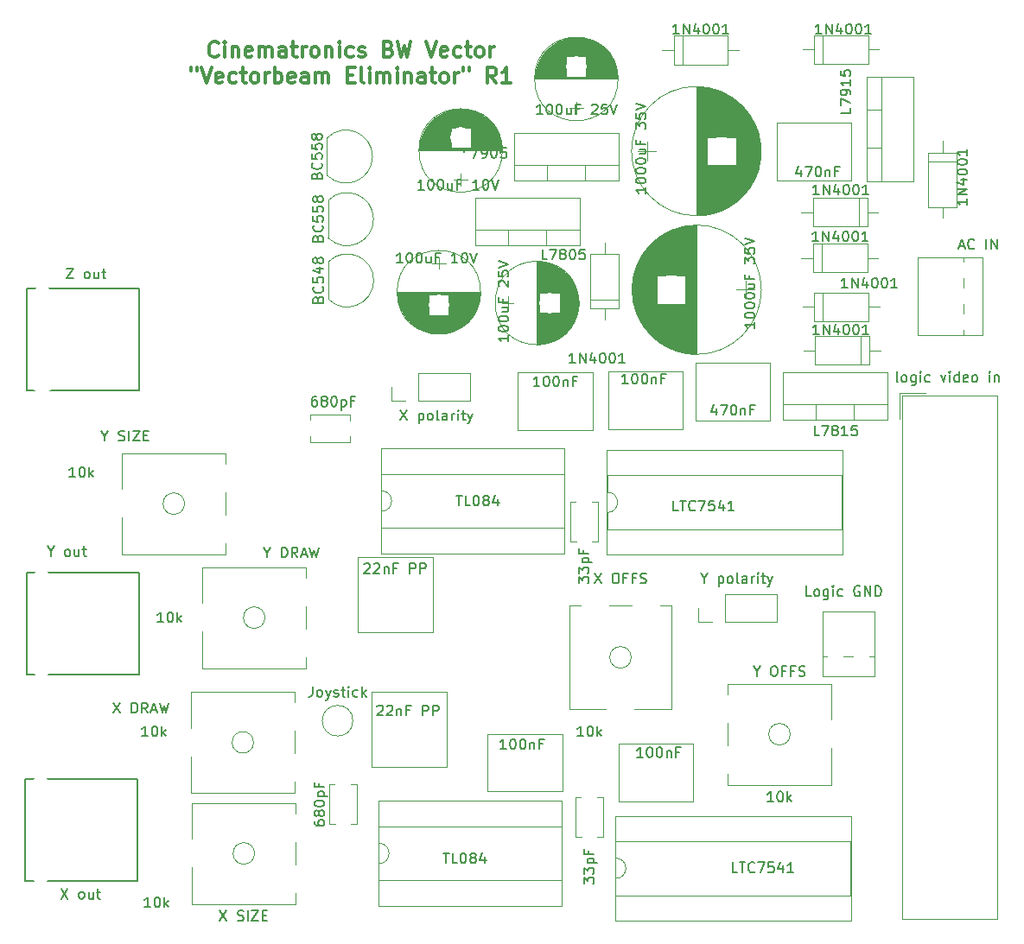
<source format=gto>
G04 #@! TF.FileFunction,Legend,Top*
%FSLAX46Y46*%
G04 Gerber Fmt 4.6, Leading zero omitted, Abs format (unit mm)*
G04 Created by KiCad (PCBNEW 4.0.7-e2-6376~58~ubuntu16.04.1) date Thu Dec 14 21:04:02 2023*
%MOMM*%
%LPD*%
G01*
G04 APERTURE LIST*
%ADD10C,0.100000*%
%ADD11C,0.300000*%
%ADD12C,0.120000*%
%ADD13C,0.150000*%
%ADD14C,1.400000*%
%ADD15R,1.400000X1.400000*%
%ADD16C,2.000000*%
%ADD17R,2.800000X2.800000*%
%ADD18C,2.800000*%
%ADD19R,2.000000X2.000000*%
%ADD20R,2.600000X2.600000*%
%ADD21O,2.600000X2.600000*%
%ADD22R,2.127200X2.127200*%
%ADD23O,2.127200X2.127200*%
%ADD24O,3.410000X1.910000*%
%ADD25O,2.900000X3.400000*%
%ADD26C,2.400000*%
%ADD27O,1.910000X3.410000*%
%ADD28R,2.100000X2.100000*%
%ADD29O,2.100000X2.100000*%
%ADD30O,2.000000X2.000000*%
%ADD31R,2.200000X2.200000*%
%ADD32O,2.200000X2.200000*%
%ADD33C,2.740000*%
G04 APERTURE END LIST*
D10*
D11*
X194264001Y-42440714D02*
X194192572Y-42512143D01*
X193978286Y-42583571D01*
X193835429Y-42583571D01*
X193621144Y-42512143D01*
X193478286Y-42369286D01*
X193406858Y-42226429D01*
X193335429Y-41940714D01*
X193335429Y-41726429D01*
X193406858Y-41440714D01*
X193478286Y-41297857D01*
X193621144Y-41155000D01*
X193835429Y-41083571D01*
X193978286Y-41083571D01*
X194192572Y-41155000D01*
X194264001Y-41226429D01*
X194906858Y-42583571D02*
X194906858Y-41583571D01*
X194906858Y-41083571D02*
X194835429Y-41155000D01*
X194906858Y-41226429D01*
X194978286Y-41155000D01*
X194906858Y-41083571D01*
X194906858Y-41226429D01*
X195621144Y-41583571D02*
X195621144Y-42583571D01*
X195621144Y-41726429D02*
X195692572Y-41655000D01*
X195835430Y-41583571D01*
X196049715Y-41583571D01*
X196192572Y-41655000D01*
X196264001Y-41797857D01*
X196264001Y-42583571D01*
X197549715Y-42512143D02*
X197406858Y-42583571D01*
X197121144Y-42583571D01*
X196978287Y-42512143D01*
X196906858Y-42369286D01*
X196906858Y-41797857D01*
X196978287Y-41655000D01*
X197121144Y-41583571D01*
X197406858Y-41583571D01*
X197549715Y-41655000D01*
X197621144Y-41797857D01*
X197621144Y-41940714D01*
X196906858Y-42083571D01*
X198264001Y-42583571D02*
X198264001Y-41583571D01*
X198264001Y-41726429D02*
X198335429Y-41655000D01*
X198478287Y-41583571D01*
X198692572Y-41583571D01*
X198835429Y-41655000D01*
X198906858Y-41797857D01*
X198906858Y-42583571D01*
X198906858Y-41797857D02*
X198978287Y-41655000D01*
X199121144Y-41583571D01*
X199335429Y-41583571D01*
X199478287Y-41655000D01*
X199549715Y-41797857D01*
X199549715Y-42583571D01*
X200906858Y-42583571D02*
X200906858Y-41797857D01*
X200835429Y-41655000D01*
X200692572Y-41583571D01*
X200406858Y-41583571D01*
X200264001Y-41655000D01*
X200906858Y-42512143D02*
X200764001Y-42583571D01*
X200406858Y-42583571D01*
X200264001Y-42512143D01*
X200192572Y-42369286D01*
X200192572Y-42226429D01*
X200264001Y-42083571D01*
X200406858Y-42012143D01*
X200764001Y-42012143D01*
X200906858Y-41940714D01*
X201406858Y-41583571D02*
X201978287Y-41583571D01*
X201621144Y-41083571D02*
X201621144Y-42369286D01*
X201692572Y-42512143D01*
X201835430Y-42583571D01*
X201978287Y-42583571D01*
X202478287Y-42583571D02*
X202478287Y-41583571D01*
X202478287Y-41869286D02*
X202549715Y-41726429D01*
X202621144Y-41655000D01*
X202764001Y-41583571D01*
X202906858Y-41583571D01*
X203621144Y-42583571D02*
X203478286Y-42512143D01*
X203406858Y-42440714D01*
X203335429Y-42297857D01*
X203335429Y-41869286D01*
X203406858Y-41726429D01*
X203478286Y-41655000D01*
X203621144Y-41583571D01*
X203835429Y-41583571D01*
X203978286Y-41655000D01*
X204049715Y-41726429D01*
X204121144Y-41869286D01*
X204121144Y-42297857D01*
X204049715Y-42440714D01*
X203978286Y-42512143D01*
X203835429Y-42583571D01*
X203621144Y-42583571D01*
X204764001Y-41583571D02*
X204764001Y-42583571D01*
X204764001Y-41726429D02*
X204835429Y-41655000D01*
X204978287Y-41583571D01*
X205192572Y-41583571D01*
X205335429Y-41655000D01*
X205406858Y-41797857D01*
X205406858Y-42583571D01*
X206121144Y-42583571D02*
X206121144Y-41583571D01*
X206121144Y-41083571D02*
X206049715Y-41155000D01*
X206121144Y-41226429D01*
X206192572Y-41155000D01*
X206121144Y-41083571D01*
X206121144Y-41226429D01*
X207478287Y-42512143D02*
X207335430Y-42583571D01*
X207049716Y-42583571D01*
X206906858Y-42512143D01*
X206835430Y-42440714D01*
X206764001Y-42297857D01*
X206764001Y-41869286D01*
X206835430Y-41726429D01*
X206906858Y-41655000D01*
X207049716Y-41583571D01*
X207335430Y-41583571D01*
X207478287Y-41655000D01*
X208049715Y-42512143D02*
X208192572Y-42583571D01*
X208478287Y-42583571D01*
X208621144Y-42512143D01*
X208692572Y-42369286D01*
X208692572Y-42297857D01*
X208621144Y-42155000D01*
X208478287Y-42083571D01*
X208264001Y-42083571D01*
X208121144Y-42012143D01*
X208049715Y-41869286D01*
X208049715Y-41797857D01*
X208121144Y-41655000D01*
X208264001Y-41583571D01*
X208478287Y-41583571D01*
X208621144Y-41655000D01*
X210978287Y-41797857D02*
X211192573Y-41869286D01*
X211264001Y-41940714D01*
X211335430Y-42083571D01*
X211335430Y-42297857D01*
X211264001Y-42440714D01*
X211192573Y-42512143D01*
X211049715Y-42583571D01*
X210478287Y-42583571D01*
X210478287Y-41083571D01*
X210978287Y-41083571D01*
X211121144Y-41155000D01*
X211192573Y-41226429D01*
X211264001Y-41369286D01*
X211264001Y-41512143D01*
X211192573Y-41655000D01*
X211121144Y-41726429D01*
X210978287Y-41797857D01*
X210478287Y-41797857D01*
X211835430Y-41083571D02*
X212192573Y-42583571D01*
X212478287Y-41512143D01*
X212764001Y-42583571D01*
X213121144Y-41083571D01*
X214621144Y-41083571D02*
X215121144Y-42583571D01*
X215621144Y-41083571D01*
X216692572Y-42512143D02*
X216549715Y-42583571D01*
X216264001Y-42583571D01*
X216121144Y-42512143D01*
X216049715Y-42369286D01*
X216049715Y-41797857D01*
X216121144Y-41655000D01*
X216264001Y-41583571D01*
X216549715Y-41583571D01*
X216692572Y-41655000D01*
X216764001Y-41797857D01*
X216764001Y-41940714D01*
X216049715Y-42083571D01*
X218049715Y-42512143D02*
X217906858Y-42583571D01*
X217621144Y-42583571D01*
X217478286Y-42512143D01*
X217406858Y-42440714D01*
X217335429Y-42297857D01*
X217335429Y-41869286D01*
X217406858Y-41726429D01*
X217478286Y-41655000D01*
X217621144Y-41583571D01*
X217906858Y-41583571D01*
X218049715Y-41655000D01*
X218478286Y-41583571D02*
X219049715Y-41583571D01*
X218692572Y-41083571D02*
X218692572Y-42369286D01*
X218764000Y-42512143D01*
X218906858Y-42583571D01*
X219049715Y-42583571D01*
X219764001Y-42583571D02*
X219621143Y-42512143D01*
X219549715Y-42440714D01*
X219478286Y-42297857D01*
X219478286Y-41869286D01*
X219549715Y-41726429D01*
X219621143Y-41655000D01*
X219764001Y-41583571D01*
X219978286Y-41583571D01*
X220121143Y-41655000D01*
X220192572Y-41726429D01*
X220264001Y-41869286D01*
X220264001Y-42297857D01*
X220192572Y-42440714D01*
X220121143Y-42512143D01*
X219978286Y-42583571D01*
X219764001Y-42583571D01*
X220906858Y-42583571D02*
X220906858Y-41583571D01*
X220906858Y-41869286D02*
X220978286Y-41726429D01*
X221049715Y-41655000D01*
X221192572Y-41583571D01*
X221335429Y-41583571D01*
X191585429Y-43633571D02*
X191585429Y-43919286D01*
X192156858Y-43633571D02*
X192156858Y-43919286D01*
X192585429Y-43633571D02*
X193085429Y-45133571D01*
X193585429Y-43633571D01*
X194656857Y-45062143D02*
X194514000Y-45133571D01*
X194228286Y-45133571D01*
X194085429Y-45062143D01*
X194014000Y-44919286D01*
X194014000Y-44347857D01*
X194085429Y-44205000D01*
X194228286Y-44133571D01*
X194514000Y-44133571D01*
X194656857Y-44205000D01*
X194728286Y-44347857D01*
X194728286Y-44490714D01*
X194014000Y-44633571D01*
X196014000Y-45062143D02*
X195871143Y-45133571D01*
X195585429Y-45133571D01*
X195442571Y-45062143D01*
X195371143Y-44990714D01*
X195299714Y-44847857D01*
X195299714Y-44419286D01*
X195371143Y-44276429D01*
X195442571Y-44205000D01*
X195585429Y-44133571D01*
X195871143Y-44133571D01*
X196014000Y-44205000D01*
X196442571Y-44133571D02*
X197014000Y-44133571D01*
X196656857Y-43633571D02*
X196656857Y-44919286D01*
X196728285Y-45062143D01*
X196871143Y-45133571D01*
X197014000Y-45133571D01*
X197728286Y-45133571D02*
X197585428Y-45062143D01*
X197514000Y-44990714D01*
X197442571Y-44847857D01*
X197442571Y-44419286D01*
X197514000Y-44276429D01*
X197585428Y-44205000D01*
X197728286Y-44133571D01*
X197942571Y-44133571D01*
X198085428Y-44205000D01*
X198156857Y-44276429D01*
X198228286Y-44419286D01*
X198228286Y-44847857D01*
X198156857Y-44990714D01*
X198085428Y-45062143D01*
X197942571Y-45133571D01*
X197728286Y-45133571D01*
X198871143Y-45133571D02*
X198871143Y-44133571D01*
X198871143Y-44419286D02*
X198942571Y-44276429D01*
X199014000Y-44205000D01*
X199156857Y-44133571D01*
X199299714Y-44133571D01*
X199799714Y-45133571D02*
X199799714Y-43633571D01*
X199799714Y-44205000D02*
X199942571Y-44133571D01*
X200228285Y-44133571D01*
X200371142Y-44205000D01*
X200442571Y-44276429D01*
X200514000Y-44419286D01*
X200514000Y-44847857D01*
X200442571Y-44990714D01*
X200371142Y-45062143D01*
X200228285Y-45133571D01*
X199942571Y-45133571D01*
X199799714Y-45062143D01*
X201728285Y-45062143D02*
X201585428Y-45133571D01*
X201299714Y-45133571D01*
X201156857Y-45062143D01*
X201085428Y-44919286D01*
X201085428Y-44347857D01*
X201156857Y-44205000D01*
X201299714Y-44133571D01*
X201585428Y-44133571D01*
X201728285Y-44205000D01*
X201799714Y-44347857D01*
X201799714Y-44490714D01*
X201085428Y-44633571D01*
X203085428Y-45133571D02*
X203085428Y-44347857D01*
X203013999Y-44205000D01*
X202871142Y-44133571D01*
X202585428Y-44133571D01*
X202442571Y-44205000D01*
X203085428Y-45062143D02*
X202942571Y-45133571D01*
X202585428Y-45133571D01*
X202442571Y-45062143D01*
X202371142Y-44919286D01*
X202371142Y-44776429D01*
X202442571Y-44633571D01*
X202585428Y-44562143D01*
X202942571Y-44562143D01*
X203085428Y-44490714D01*
X203799714Y-45133571D02*
X203799714Y-44133571D01*
X203799714Y-44276429D02*
X203871142Y-44205000D01*
X204014000Y-44133571D01*
X204228285Y-44133571D01*
X204371142Y-44205000D01*
X204442571Y-44347857D01*
X204442571Y-45133571D01*
X204442571Y-44347857D02*
X204514000Y-44205000D01*
X204656857Y-44133571D01*
X204871142Y-44133571D01*
X205014000Y-44205000D01*
X205085428Y-44347857D01*
X205085428Y-45133571D01*
X206942571Y-44347857D02*
X207442571Y-44347857D01*
X207656857Y-45133571D02*
X206942571Y-45133571D01*
X206942571Y-43633571D01*
X207656857Y-43633571D01*
X208514000Y-45133571D02*
X208371142Y-45062143D01*
X208299714Y-44919286D01*
X208299714Y-43633571D01*
X209085428Y-45133571D02*
X209085428Y-44133571D01*
X209085428Y-43633571D02*
X209013999Y-43705000D01*
X209085428Y-43776429D01*
X209156856Y-43705000D01*
X209085428Y-43633571D01*
X209085428Y-43776429D01*
X209799714Y-45133571D02*
X209799714Y-44133571D01*
X209799714Y-44276429D02*
X209871142Y-44205000D01*
X210014000Y-44133571D01*
X210228285Y-44133571D01*
X210371142Y-44205000D01*
X210442571Y-44347857D01*
X210442571Y-45133571D01*
X210442571Y-44347857D02*
X210514000Y-44205000D01*
X210656857Y-44133571D01*
X210871142Y-44133571D01*
X211014000Y-44205000D01*
X211085428Y-44347857D01*
X211085428Y-45133571D01*
X211799714Y-45133571D02*
X211799714Y-44133571D01*
X211799714Y-43633571D02*
X211728285Y-43705000D01*
X211799714Y-43776429D01*
X211871142Y-43705000D01*
X211799714Y-43633571D01*
X211799714Y-43776429D01*
X212514000Y-44133571D02*
X212514000Y-45133571D01*
X212514000Y-44276429D02*
X212585428Y-44205000D01*
X212728286Y-44133571D01*
X212942571Y-44133571D01*
X213085428Y-44205000D01*
X213156857Y-44347857D01*
X213156857Y-45133571D01*
X214514000Y-45133571D02*
X214514000Y-44347857D01*
X214442571Y-44205000D01*
X214299714Y-44133571D01*
X214014000Y-44133571D01*
X213871143Y-44205000D01*
X214514000Y-45062143D02*
X214371143Y-45133571D01*
X214014000Y-45133571D01*
X213871143Y-45062143D01*
X213799714Y-44919286D01*
X213799714Y-44776429D01*
X213871143Y-44633571D01*
X214014000Y-44562143D01*
X214371143Y-44562143D01*
X214514000Y-44490714D01*
X215014000Y-44133571D02*
X215585429Y-44133571D01*
X215228286Y-43633571D02*
X215228286Y-44919286D01*
X215299714Y-45062143D01*
X215442572Y-45133571D01*
X215585429Y-45133571D01*
X216299715Y-45133571D02*
X216156857Y-45062143D01*
X216085429Y-44990714D01*
X216014000Y-44847857D01*
X216014000Y-44419286D01*
X216085429Y-44276429D01*
X216156857Y-44205000D01*
X216299715Y-44133571D01*
X216514000Y-44133571D01*
X216656857Y-44205000D01*
X216728286Y-44276429D01*
X216799715Y-44419286D01*
X216799715Y-44847857D01*
X216728286Y-44990714D01*
X216656857Y-45062143D01*
X216514000Y-45133571D01*
X216299715Y-45133571D01*
X217442572Y-45133571D02*
X217442572Y-44133571D01*
X217442572Y-44419286D02*
X217514000Y-44276429D01*
X217585429Y-44205000D01*
X217728286Y-44133571D01*
X217871143Y-44133571D01*
X218299714Y-43633571D02*
X218299714Y-43919286D01*
X218871143Y-43633571D02*
X218871143Y-43919286D01*
X221514000Y-45133571D02*
X221014000Y-44419286D01*
X220656857Y-45133571D02*
X220656857Y-43633571D01*
X221228285Y-43633571D01*
X221371143Y-43705000D01*
X221442571Y-43776429D01*
X221514000Y-43919286D01*
X221514000Y-44133571D01*
X221442571Y-44276429D01*
X221371143Y-44347857D01*
X221228285Y-44419286D01*
X220656857Y-44419286D01*
X222942571Y-45133571D02*
X222085428Y-45133571D01*
X222514000Y-45133571D02*
X222514000Y-43633571D01*
X222371143Y-43847857D01*
X222228285Y-43990714D01*
X222085428Y-44062143D01*
D12*
X204930000Y-50540000D02*
X204930000Y-54140000D01*
X204941522Y-50501522D02*
G75*
G02X209380000Y-52340000I1838478J-1838478D01*
G01*
X204941522Y-54178478D02*
G75*
G03X209380000Y-52340000I1838478J1838478D01*
G01*
X239780000Y-79050000D02*
X232460000Y-79050000D01*
X239780000Y-73430000D02*
X232460000Y-73430000D01*
X239780000Y-79050000D02*
X239780000Y-73430000D01*
X232460000Y-79050000D02*
X232460000Y-73430000D01*
X240810000Y-115540000D02*
X233490000Y-115540000D01*
X240810000Y-109920000D02*
X233490000Y-109920000D01*
X240810000Y-115540000D02*
X240810000Y-109920000D01*
X233490000Y-115540000D02*
X233490000Y-109920000D01*
X229272000Y-119034000D02*
X229272000Y-115114000D01*
X231992000Y-119034000D02*
X231992000Y-115114000D01*
X229272000Y-119034000D02*
X229882000Y-119034000D01*
X231382000Y-119034000D02*
X231992000Y-119034000D01*
X229272000Y-115114000D02*
X229882000Y-115114000D01*
X231382000Y-115114000D02*
X231992000Y-115114000D01*
X228764000Y-90078000D02*
X228764000Y-86158000D01*
X231484000Y-90078000D02*
X231484000Y-86158000D01*
X228764000Y-90078000D02*
X229374000Y-90078000D01*
X230874000Y-90078000D02*
X231484000Y-90078000D01*
X228764000Y-86158000D02*
X229374000Y-86158000D01*
X230874000Y-86158000D02*
X231484000Y-86158000D01*
X247480000Y-65390000D02*
G75*
G03X247480000Y-65390000I-6340000J0D01*
G01*
X241140000Y-71690000D02*
X241140000Y-59090000D01*
X241100000Y-71690000D02*
X241100000Y-59090000D01*
X241060000Y-71690000D02*
X241060000Y-59090000D01*
X241020000Y-71689000D02*
X241020000Y-59091000D01*
X240980000Y-71688000D02*
X240980000Y-59092000D01*
X240940000Y-71687000D02*
X240940000Y-59093000D01*
X240900000Y-71686000D02*
X240900000Y-59094000D01*
X240860000Y-71684000D02*
X240860000Y-59096000D01*
X240820000Y-71682000D02*
X240820000Y-59098000D01*
X240780000Y-71680000D02*
X240780000Y-59100000D01*
X240740000Y-71678000D02*
X240740000Y-59102000D01*
X240700000Y-71675000D02*
X240700000Y-59105000D01*
X240660000Y-71672000D02*
X240660000Y-59108000D01*
X240620000Y-71669000D02*
X240620000Y-59111000D01*
X240580000Y-71666000D02*
X240580000Y-59114000D01*
X240540000Y-71662000D02*
X240540000Y-59118000D01*
X240500000Y-71658000D02*
X240500000Y-59122000D01*
X240460000Y-71654000D02*
X240460000Y-59126000D01*
X240419000Y-71649000D02*
X240419000Y-59131000D01*
X240379000Y-71645000D02*
X240379000Y-59135000D01*
X240339000Y-71640000D02*
X240339000Y-59140000D01*
X240299000Y-71635000D02*
X240299000Y-59145000D01*
X240259000Y-71629000D02*
X240259000Y-59151000D01*
X240219000Y-71623000D02*
X240219000Y-59157000D01*
X240179000Y-71617000D02*
X240179000Y-59163000D01*
X240139000Y-71611000D02*
X240139000Y-59169000D01*
X240099000Y-71605000D02*
X240099000Y-59175000D01*
X240059000Y-71598000D02*
X240059000Y-59182000D01*
X240019000Y-71591000D02*
X240019000Y-66770000D01*
X240019000Y-64010000D02*
X240019000Y-59189000D01*
X239979000Y-71583000D02*
X239979000Y-66770000D01*
X239979000Y-64010000D02*
X239979000Y-59197000D01*
X239939000Y-71576000D02*
X239939000Y-66770000D01*
X239939000Y-64010000D02*
X239939000Y-59204000D01*
X239899000Y-71568000D02*
X239899000Y-66770000D01*
X239899000Y-64010000D02*
X239899000Y-59212000D01*
X239859000Y-71560000D02*
X239859000Y-66770000D01*
X239859000Y-64010000D02*
X239859000Y-59220000D01*
X239819000Y-71552000D02*
X239819000Y-66770000D01*
X239819000Y-64010000D02*
X239819000Y-59228000D01*
X239779000Y-71543000D02*
X239779000Y-66770000D01*
X239779000Y-64010000D02*
X239779000Y-59237000D01*
X239739000Y-71534000D02*
X239739000Y-66770000D01*
X239739000Y-64010000D02*
X239739000Y-59246000D01*
X239699000Y-71525000D02*
X239699000Y-66770000D01*
X239699000Y-64010000D02*
X239699000Y-59255000D01*
X239659000Y-71515000D02*
X239659000Y-66770000D01*
X239659000Y-64010000D02*
X239659000Y-59265000D01*
X239619000Y-71506000D02*
X239619000Y-66770000D01*
X239619000Y-64010000D02*
X239619000Y-59274000D01*
X239579000Y-71496000D02*
X239579000Y-66770000D01*
X239579000Y-64010000D02*
X239579000Y-59284000D01*
X239539000Y-71485000D02*
X239539000Y-66770000D01*
X239539000Y-64010000D02*
X239539000Y-59295000D01*
X239499000Y-71475000D02*
X239499000Y-66770000D01*
X239499000Y-64010000D02*
X239499000Y-59305000D01*
X239459000Y-71464000D02*
X239459000Y-66770000D01*
X239459000Y-64010000D02*
X239459000Y-59316000D01*
X239419000Y-71453000D02*
X239419000Y-66770000D01*
X239419000Y-64010000D02*
X239419000Y-59327000D01*
X239379000Y-71441000D02*
X239379000Y-66770000D01*
X239379000Y-64010000D02*
X239379000Y-59339000D01*
X239339000Y-71430000D02*
X239339000Y-66770000D01*
X239339000Y-64010000D02*
X239339000Y-59350000D01*
X239299000Y-71418000D02*
X239299000Y-66770000D01*
X239299000Y-64010000D02*
X239299000Y-59362000D01*
X239259000Y-71405000D02*
X239259000Y-66770000D01*
X239259000Y-64010000D02*
X239259000Y-59375000D01*
X239219000Y-71393000D02*
X239219000Y-66770000D01*
X239219000Y-64010000D02*
X239219000Y-59387000D01*
X239179000Y-71380000D02*
X239179000Y-66770000D01*
X239179000Y-64010000D02*
X239179000Y-59400000D01*
X239139000Y-71367000D02*
X239139000Y-66770000D01*
X239139000Y-64010000D02*
X239139000Y-59413000D01*
X239099000Y-71353000D02*
X239099000Y-66770000D01*
X239099000Y-64010000D02*
X239099000Y-59427000D01*
X239059000Y-71340000D02*
X239059000Y-66770000D01*
X239059000Y-64010000D02*
X239059000Y-59440000D01*
X239019000Y-71326000D02*
X239019000Y-66770000D01*
X239019000Y-64010000D02*
X239019000Y-59454000D01*
X238979000Y-71311000D02*
X238979000Y-66770000D01*
X238979000Y-64010000D02*
X238979000Y-59469000D01*
X238939000Y-71297000D02*
X238939000Y-66770000D01*
X238939000Y-64010000D02*
X238939000Y-59483000D01*
X238899000Y-71282000D02*
X238899000Y-66770000D01*
X238899000Y-64010000D02*
X238899000Y-59498000D01*
X238859000Y-71266000D02*
X238859000Y-66770000D01*
X238859000Y-64010000D02*
X238859000Y-59514000D01*
X238819000Y-71251000D02*
X238819000Y-66770000D01*
X238819000Y-64010000D02*
X238819000Y-59529000D01*
X238779000Y-71235000D02*
X238779000Y-66770000D01*
X238779000Y-64010000D02*
X238779000Y-59545000D01*
X238739000Y-71219000D02*
X238739000Y-66770000D01*
X238739000Y-64010000D02*
X238739000Y-59561000D01*
X238699000Y-71202000D02*
X238699000Y-66770000D01*
X238699000Y-64010000D02*
X238699000Y-59578000D01*
X238659000Y-71185000D02*
X238659000Y-66770000D01*
X238659000Y-64010000D02*
X238659000Y-59595000D01*
X238619000Y-71168000D02*
X238619000Y-66770000D01*
X238619000Y-64010000D02*
X238619000Y-59612000D01*
X238579000Y-71151000D02*
X238579000Y-66770000D01*
X238579000Y-64010000D02*
X238579000Y-59629000D01*
X238539000Y-71133000D02*
X238539000Y-66770000D01*
X238539000Y-64010000D02*
X238539000Y-59647000D01*
X238499000Y-71115000D02*
X238499000Y-66770000D01*
X238499000Y-64010000D02*
X238499000Y-59665000D01*
X238459000Y-71096000D02*
X238459000Y-66770000D01*
X238459000Y-64010000D02*
X238459000Y-59684000D01*
X238419000Y-71077000D02*
X238419000Y-66770000D01*
X238419000Y-64010000D02*
X238419000Y-59703000D01*
X238379000Y-71058000D02*
X238379000Y-66770000D01*
X238379000Y-64010000D02*
X238379000Y-59722000D01*
X238339000Y-71039000D02*
X238339000Y-66770000D01*
X238339000Y-64010000D02*
X238339000Y-59741000D01*
X238299000Y-71019000D02*
X238299000Y-66770000D01*
X238299000Y-64010000D02*
X238299000Y-59761000D01*
X238259000Y-70999000D02*
X238259000Y-66770000D01*
X238259000Y-64010000D02*
X238259000Y-59781000D01*
X238219000Y-70978000D02*
X238219000Y-66770000D01*
X238219000Y-64010000D02*
X238219000Y-59802000D01*
X238179000Y-70957000D02*
X238179000Y-66770000D01*
X238179000Y-64010000D02*
X238179000Y-59823000D01*
X238139000Y-70936000D02*
X238139000Y-66770000D01*
X238139000Y-64010000D02*
X238139000Y-59844000D01*
X238099000Y-70914000D02*
X238099000Y-66770000D01*
X238099000Y-64010000D02*
X238099000Y-59866000D01*
X238059000Y-70892000D02*
X238059000Y-66770000D01*
X238059000Y-64010000D02*
X238059000Y-59888000D01*
X238019000Y-70870000D02*
X238019000Y-66770000D01*
X238019000Y-64010000D02*
X238019000Y-59910000D01*
X237979000Y-70847000D02*
X237979000Y-66770000D01*
X237979000Y-64010000D02*
X237979000Y-59933000D01*
X237939000Y-70824000D02*
X237939000Y-66770000D01*
X237939000Y-64010000D02*
X237939000Y-59956000D01*
X237899000Y-70800000D02*
X237899000Y-66770000D01*
X237899000Y-64010000D02*
X237899000Y-59980000D01*
X237859000Y-70776000D02*
X237859000Y-66770000D01*
X237859000Y-64010000D02*
X237859000Y-60004000D01*
X237819000Y-70752000D02*
X237819000Y-66770000D01*
X237819000Y-64010000D02*
X237819000Y-60028000D01*
X237779000Y-70727000D02*
X237779000Y-66770000D01*
X237779000Y-64010000D02*
X237779000Y-60053000D01*
X237739000Y-70702000D02*
X237739000Y-66770000D01*
X237739000Y-64010000D02*
X237739000Y-60078000D01*
X237699000Y-70676000D02*
X237699000Y-66770000D01*
X237699000Y-64010000D02*
X237699000Y-60104000D01*
X237659000Y-70650000D02*
X237659000Y-66770000D01*
X237659000Y-64010000D02*
X237659000Y-60130000D01*
X237619000Y-70624000D02*
X237619000Y-66770000D01*
X237619000Y-64010000D02*
X237619000Y-60156000D01*
X237579000Y-70597000D02*
X237579000Y-66770000D01*
X237579000Y-64010000D02*
X237579000Y-60183000D01*
X237539000Y-70569000D02*
X237539000Y-66770000D01*
X237539000Y-64010000D02*
X237539000Y-60211000D01*
X237499000Y-70541000D02*
X237499000Y-66770000D01*
X237499000Y-64010000D02*
X237499000Y-60239000D01*
X237459000Y-70513000D02*
X237459000Y-66770000D01*
X237459000Y-64010000D02*
X237459000Y-60267000D01*
X237419000Y-70484000D02*
X237419000Y-66770000D01*
X237419000Y-64010000D02*
X237419000Y-60296000D01*
X237379000Y-70455000D02*
X237379000Y-66770000D01*
X237379000Y-64010000D02*
X237379000Y-60325000D01*
X237339000Y-70425000D02*
X237339000Y-66770000D01*
X237339000Y-64010000D02*
X237339000Y-60355000D01*
X237299000Y-70395000D02*
X237299000Y-66770000D01*
X237299000Y-64010000D02*
X237299000Y-60385000D01*
X237259000Y-70365000D02*
X237259000Y-60415000D01*
X237219000Y-70333000D02*
X237219000Y-60447000D01*
X237179000Y-70302000D02*
X237179000Y-60478000D01*
X237139000Y-70269000D02*
X237139000Y-60511000D01*
X237099000Y-70237000D02*
X237099000Y-60543000D01*
X237059000Y-70203000D02*
X237059000Y-60577000D01*
X237019000Y-70169000D02*
X237019000Y-60611000D01*
X236979000Y-70135000D02*
X236979000Y-60645000D01*
X236939000Y-70100000D02*
X236939000Y-60680000D01*
X236899000Y-70064000D02*
X236899000Y-60716000D01*
X236859000Y-70028000D02*
X236859000Y-60752000D01*
X236819000Y-69991000D02*
X236819000Y-60789000D01*
X236779000Y-69953000D02*
X236779000Y-60827000D01*
X236739000Y-69915000D02*
X236739000Y-60865000D01*
X236699000Y-69876000D02*
X236699000Y-60904000D01*
X236659000Y-69837000D02*
X236659000Y-60943000D01*
X236619000Y-69796000D02*
X236619000Y-60984000D01*
X236579000Y-69755000D02*
X236579000Y-61025000D01*
X236539000Y-69713000D02*
X236539000Y-61067000D01*
X236499000Y-69671000D02*
X236499000Y-61109000D01*
X236459000Y-69628000D02*
X236459000Y-61152000D01*
X236419000Y-69583000D02*
X236419000Y-61197000D01*
X236379000Y-69538000D02*
X236379000Y-61242000D01*
X236339000Y-69492000D02*
X236339000Y-61288000D01*
X236299000Y-69446000D02*
X236299000Y-61334000D01*
X236259000Y-69398000D02*
X236259000Y-61382000D01*
X236219000Y-69349000D02*
X236219000Y-61431000D01*
X236179000Y-69299000D02*
X236179000Y-61481000D01*
X236139000Y-69249000D02*
X236139000Y-61531000D01*
X236099000Y-69197000D02*
X236099000Y-61583000D01*
X236059000Y-69144000D02*
X236059000Y-61636000D01*
X236019000Y-69090000D02*
X236019000Y-61690000D01*
X235979000Y-69034000D02*
X235979000Y-61746000D01*
X235939000Y-68978000D02*
X235939000Y-61802000D01*
X235899000Y-68920000D02*
X235899000Y-61860000D01*
X235859000Y-68860000D02*
X235859000Y-61920000D01*
X235819000Y-68799000D02*
X235819000Y-61981000D01*
X235779000Y-68737000D02*
X235779000Y-62043000D01*
X235739000Y-68672000D02*
X235739000Y-62108000D01*
X235699000Y-68607000D02*
X235699000Y-62173000D01*
X235659000Y-68539000D02*
X235659000Y-62241000D01*
X235619000Y-68469000D02*
X235619000Y-62311000D01*
X235579000Y-68397000D02*
X235579000Y-62383000D01*
X235539000Y-68323000D02*
X235539000Y-62457000D01*
X235499000Y-68246000D02*
X235499000Y-62534000D01*
X235459000Y-68167000D02*
X235459000Y-62613000D01*
X235419000Y-68085000D02*
X235419000Y-62695000D01*
X235379000Y-68000000D02*
X235379000Y-62780000D01*
X235339000Y-67911000D02*
X235339000Y-62869000D01*
X235299000Y-67818000D02*
X235299000Y-62962000D01*
X235259000Y-67721000D02*
X235259000Y-63059000D01*
X235219000Y-67620000D02*
X235219000Y-63160000D01*
X235179000Y-67512000D02*
X235179000Y-63268000D01*
X235139000Y-67399000D02*
X235139000Y-63381000D01*
X235099000Y-67278000D02*
X235099000Y-63502000D01*
X235059000Y-67147000D02*
X235059000Y-63633000D01*
X235019000Y-67006000D02*
X235019000Y-63774000D01*
X234979000Y-66850000D02*
X234979000Y-63930000D01*
X234939000Y-66675000D02*
X234939000Y-64105000D01*
X234899000Y-66472000D02*
X234899000Y-64308000D01*
X234859000Y-66221000D02*
X234859000Y-64559000D01*
X234819000Y-65854000D02*
X234819000Y-64926000D01*
X246840000Y-65390000D02*
X245040000Y-65390000D01*
X245940000Y-66290000D02*
X245940000Y-64490000D01*
X247440000Y-51800000D02*
G75*
G03X247440000Y-51800000I-6340000J0D01*
G01*
X241100000Y-45500000D02*
X241100000Y-58100000D01*
X241140000Y-45500000D02*
X241140000Y-58100000D01*
X241180000Y-45500000D02*
X241180000Y-58100000D01*
X241220000Y-45501000D02*
X241220000Y-58099000D01*
X241260000Y-45502000D02*
X241260000Y-58098000D01*
X241300000Y-45503000D02*
X241300000Y-58097000D01*
X241340000Y-45504000D02*
X241340000Y-58096000D01*
X241380000Y-45506000D02*
X241380000Y-58094000D01*
X241420000Y-45508000D02*
X241420000Y-58092000D01*
X241460000Y-45510000D02*
X241460000Y-58090000D01*
X241500000Y-45512000D02*
X241500000Y-58088000D01*
X241540000Y-45515000D02*
X241540000Y-58085000D01*
X241580000Y-45518000D02*
X241580000Y-58082000D01*
X241620000Y-45521000D02*
X241620000Y-58079000D01*
X241660000Y-45524000D02*
X241660000Y-58076000D01*
X241700000Y-45528000D02*
X241700000Y-58072000D01*
X241740000Y-45532000D02*
X241740000Y-58068000D01*
X241780000Y-45536000D02*
X241780000Y-58064000D01*
X241821000Y-45541000D02*
X241821000Y-58059000D01*
X241861000Y-45545000D02*
X241861000Y-58055000D01*
X241901000Y-45550000D02*
X241901000Y-58050000D01*
X241941000Y-45555000D02*
X241941000Y-58045000D01*
X241981000Y-45561000D02*
X241981000Y-58039000D01*
X242021000Y-45567000D02*
X242021000Y-58033000D01*
X242061000Y-45573000D02*
X242061000Y-58027000D01*
X242101000Y-45579000D02*
X242101000Y-58021000D01*
X242141000Y-45585000D02*
X242141000Y-58015000D01*
X242181000Y-45592000D02*
X242181000Y-58008000D01*
X242221000Y-45599000D02*
X242221000Y-50420000D01*
X242221000Y-53180000D02*
X242221000Y-58001000D01*
X242261000Y-45607000D02*
X242261000Y-50420000D01*
X242261000Y-53180000D02*
X242261000Y-57993000D01*
X242301000Y-45614000D02*
X242301000Y-50420000D01*
X242301000Y-53180000D02*
X242301000Y-57986000D01*
X242341000Y-45622000D02*
X242341000Y-50420000D01*
X242341000Y-53180000D02*
X242341000Y-57978000D01*
X242381000Y-45630000D02*
X242381000Y-50420000D01*
X242381000Y-53180000D02*
X242381000Y-57970000D01*
X242421000Y-45638000D02*
X242421000Y-50420000D01*
X242421000Y-53180000D02*
X242421000Y-57962000D01*
X242461000Y-45647000D02*
X242461000Y-50420000D01*
X242461000Y-53180000D02*
X242461000Y-57953000D01*
X242501000Y-45656000D02*
X242501000Y-50420000D01*
X242501000Y-53180000D02*
X242501000Y-57944000D01*
X242541000Y-45665000D02*
X242541000Y-50420000D01*
X242541000Y-53180000D02*
X242541000Y-57935000D01*
X242581000Y-45675000D02*
X242581000Y-50420000D01*
X242581000Y-53180000D02*
X242581000Y-57925000D01*
X242621000Y-45684000D02*
X242621000Y-50420000D01*
X242621000Y-53180000D02*
X242621000Y-57916000D01*
X242661000Y-45694000D02*
X242661000Y-50420000D01*
X242661000Y-53180000D02*
X242661000Y-57906000D01*
X242701000Y-45705000D02*
X242701000Y-50420000D01*
X242701000Y-53180000D02*
X242701000Y-57895000D01*
X242741000Y-45715000D02*
X242741000Y-50420000D01*
X242741000Y-53180000D02*
X242741000Y-57885000D01*
X242781000Y-45726000D02*
X242781000Y-50420000D01*
X242781000Y-53180000D02*
X242781000Y-57874000D01*
X242821000Y-45737000D02*
X242821000Y-50420000D01*
X242821000Y-53180000D02*
X242821000Y-57863000D01*
X242861000Y-45749000D02*
X242861000Y-50420000D01*
X242861000Y-53180000D02*
X242861000Y-57851000D01*
X242901000Y-45760000D02*
X242901000Y-50420000D01*
X242901000Y-53180000D02*
X242901000Y-57840000D01*
X242941000Y-45772000D02*
X242941000Y-50420000D01*
X242941000Y-53180000D02*
X242941000Y-57828000D01*
X242981000Y-45785000D02*
X242981000Y-50420000D01*
X242981000Y-53180000D02*
X242981000Y-57815000D01*
X243021000Y-45797000D02*
X243021000Y-50420000D01*
X243021000Y-53180000D02*
X243021000Y-57803000D01*
X243061000Y-45810000D02*
X243061000Y-50420000D01*
X243061000Y-53180000D02*
X243061000Y-57790000D01*
X243101000Y-45823000D02*
X243101000Y-50420000D01*
X243101000Y-53180000D02*
X243101000Y-57777000D01*
X243141000Y-45837000D02*
X243141000Y-50420000D01*
X243141000Y-53180000D02*
X243141000Y-57763000D01*
X243181000Y-45850000D02*
X243181000Y-50420000D01*
X243181000Y-53180000D02*
X243181000Y-57750000D01*
X243221000Y-45864000D02*
X243221000Y-50420000D01*
X243221000Y-53180000D02*
X243221000Y-57736000D01*
X243261000Y-45879000D02*
X243261000Y-50420000D01*
X243261000Y-53180000D02*
X243261000Y-57721000D01*
X243301000Y-45893000D02*
X243301000Y-50420000D01*
X243301000Y-53180000D02*
X243301000Y-57707000D01*
X243341000Y-45908000D02*
X243341000Y-50420000D01*
X243341000Y-53180000D02*
X243341000Y-57692000D01*
X243381000Y-45924000D02*
X243381000Y-50420000D01*
X243381000Y-53180000D02*
X243381000Y-57676000D01*
X243421000Y-45939000D02*
X243421000Y-50420000D01*
X243421000Y-53180000D02*
X243421000Y-57661000D01*
X243461000Y-45955000D02*
X243461000Y-50420000D01*
X243461000Y-53180000D02*
X243461000Y-57645000D01*
X243501000Y-45971000D02*
X243501000Y-50420000D01*
X243501000Y-53180000D02*
X243501000Y-57629000D01*
X243541000Y-45988000D02*
X243541000Y-50420000D01*
X243541000Y-53180000D02*
X243541000Y-57612000D01*
X243581000Y-46005000D02*
X243581000Y-50420000D01*
X243581000Y-53180000D02*
X243581000Y-57595000D01*
X243621000Y-46022000D02*
X243621000Y-50420000D01*
X243621000Y-53180000D02*
X243621000Y-57578000D01*
X243661000Y-46039000D02*
X243661000Y-50420000D01*
X243661000Y-53180000D02*
X243661000Y-57561000D01*
X243701000Y-46057000D02*
X243701000Y-50420000D01*
X243701000Y-53180000D02*
X243701000Y-57543000D01*
X243741000Y-46075000D02*
X243741000Y-50420000D01*
X243741000Y-53180000D02*
X243741000Y-57525000D01*
X243781000Y-46094000D02*
X243781000Y-50420000D01*
X243781000Y-53180000D02*
X243781000Y-57506000D01*
X243821000Y-46113000D02*
X243821000Y-50420000D01*
X243821000Y-53180000D02*
X243821000Y-57487000D01*
X243861000Y-46132000D02*
X243861000Y-50420000D01*
X243861000Y-53180000D02*
X243861000Y-57468000D01*
X243901000Y-46151000D02*
X243901000Y-50420000D01*
X243901000Y-53180000D02*
X243901000Y-57449000D01*
X243941000Y-46171000D02*
X243941000Y-50420000D01*
X243941000Y-53180000D02*
X243941000Y-57429000D01*
X243981000Y-46191000D02*
X243981000Y-50420000D01*
X243981000Y-53180000D02*
X243981000Y-57409000D01*
X244021000Y-46212000D02*
X244021000Y-50420000D01*
X244021000Y-53180000D02*
X244021000Y-57388000D01*
X244061000Y-46233000D02*
X244061000Y-50420000D01*
X244061000Y-53180000D02*
X244061000Y-57367000D01*
X244101000Y-46254000D02*
X244101000Y-50420000D01*
X244101000Y-53180000D02*
X244101000Y-57346000D01*
X244141000Y-46276000D02*
X244141000Y-50420000D01*
X244141000Y-53180000D02*
X244141000Y-57324000D01*
X244181000Y-46298000D02*
X244181000Y-50420000D01*
X244181000Y-53180000D02*
X244181000Y-57302000D01*
X244221000Y-46320000D02*
X244221000Y-50420000D01*
X244221000Y-53180000D02*
X244221000Y-57280000D01*
X244261000Y-46343000D02*
X244261000Y-50420000D01*
X244261000Y-53180000D02*
X244261000Y-57257000D01*
X244301000Y-46366000D02*
X244301000Y-50420000D01*
X244301000Y-53180000D02*
X244301000Y-57234000D01*
X244341000Y-46390000D02*
X244341000Y-50420000D01*
X244341000Y-53180000D02*
X244341000Y-57210000D01*
X244381000Y-46414000D02*
X244381000Y-50420000D01*
X244381000Y-53180000D02*
X244381000Y-57186000D01*
X244421000Y-46438000D02*
X244421000Y-50420000D01*
X244421000Y-53180000D02*
X244421000Y-57162000D01*
X244461000Y-46463000D02*
X244461000Y-50420000D01*
X244461000Y-53180000D02*
X244461000Y-57137000D01*
X244501000Y-46488000D02*
X244501000Y-50420000D01*
X244501000Y-53180000D02*
X244501000Y-57112000D01*
X244541000Y-46514000D02*
X244541000Y-50420000D01*
X244541000Y-53180000D02*
X244541000Y-57086000D01*
X244581000Y-46540000D02*
X244581000Y-50420000D01*
X244581000Y-53180000D02*
X244581000Y-57060000D01*
X244621000Y-46566000D02*
X244621000Y-50420000D01*
X244621000Y-53180000D02*
X244621000Y-57034000D01*
X244661000Y-46593000D02*
X244661000Y-50420000D01*
X244661000Y-53180000D02*
X244661000Y-57007000D01*
X244701000Y-46621000D02*
X244701000Y-50420000D01*
X244701000Y-53180000D02*
X244701000Y-56979000D01*
X244741000Y-46649000D02*
X244741000Y-50420000D01*
X244741000Y-53180000D02*
X244741000Y-56951000D01*
X244781000Y-46677000D02*
X244781000Y-50420000D01*
X244781000Y-53180000D02*
X244781000Y-56923000D01*
X244821000Y-46706000D02*
X244821000Y-50420000D01*
X244821000Y-53180000D02*
X244821000Y-56894000D01*
X244861000Y-46735000D02*
X244861000Y-50420000D01*
X244861000Y-53180000D02*
X244861000Y-56865000D01*
X244901000Y-46765000D02*
X244901000Y-50420000D01*
X244901000Y-53180000D02*
X244901000Y-56835000D01*
X244941000Y-46795000D02*
X244941000Y-50420000D01*
X244941000Y-53180000D02*
X244941000Y-56805000D01*
X244981000Y-46825000D02*
X244981000Y-56775000D01*
X245021000Y-46857000D02*
X245021000Y-56743000D01*
X245061000Y-46888000D02*
X245061000Y-56712000D01*
X245101000Y-46921000D02*
X245101000Y-56679000D01*
X245141000Y-46953000D02*
X245141000Y-56647000D01*
X245181000Y-46987000D02*
X245181000Y-56613000D01*
X245221000Y-47021000D02*
X245221000Y-56579000D01*
X245261000Y-47055000D02*
X245261000Y-56545000D01*
X245301000Y-47090000D02*
X245301000Y-56510000D01*
X245341000Y-47126000D02*
X245341000Y-56474000D01*
X245381000Y-47162000D02*
X245381000Y-56438000D01*
X245421000Y-47199000D02*
X245421000Y-56401000D01*
X245461000Y-47237000D02*
X245461000Y-56363000D01*
X245501000Y-47275000D02*
X245501000Y-56325000D01*
X245541000Y-47314000D02*
X245541000Y-56286000D01*
X245581000Y-47353000D02*
X245581000Y-56247000D01*
X245621000Y-47394000D02*
X245621000Y-56206000D01*
X245661000Y-47435000D02*
X245661000Y-56165000D01*
X245701000Y-47477000D02*
X245701000Y-56123000D01*
X245741000Y-47519000D02*
X245741000Y-56081000D01*
X245781000Y-47562000D02*
X245781000Y-56038000D01*
X245821000Y-47607000D02*
X245821000Y-55993000D01*
X245861000Y-47652000D02*
X245861000Y-55948000D01*
X245901000Y-47698000D02*
X245901000Y-55902000D01*
X245941000Y-47744000D02*
X245941000Y-55856000D01*
X245981000Y-47792000D02*
X245981000Y-55808000D01*
X246021000Y-47841000D02*
X246021000Y-55759000D01*
X246061000Y-47891000D02*
X246061000Y-55709000D01*
X246101000Y-47941000D02*
X246101000Y-55659000D01*
X246141000Y-47993000D02*
X246141000Y-55607000D01*
X246181000Y-48046000D02*
X246181000Y-55554000D01*
X246221000Y-48100000D02*
X246221000Y-55500000D01*
X246261000Y-48156000D02*
X246261000Y-55444000D01*
X246301000Y-48212000D02*
X246301000Y-55388000D01*
X246341000Y-48270000D02*
X246341000Y-55330000D01*
X246381000Y-48330000D02*
X246381000Y-55270000D01*
X246421000Y-48391000D02*
X246421000Y-55209000D01*
X246461000Y-48453000D02*
X246461000Y-55147000D01*
X246501000Y-48518000D02*
X246501000Y-55082000D01*
X246541000Y-48583000D02*
X246541000Y-55017000D01*
X246581000Y-48651000D02*
X246581000Y-54949000D01*
X246621000Y-48721000D02*
X246621000Y-54879000D01*
X246661000Y-48793000D02*
X246661000Y-54807000D01*
X246701000Y-48867000D02*
X246701000Y-54733000D01*
X246741000Y-48944000D02*
X246741000Y-54656000D01*
X246781000Y-49023000D02*
X246781000Y-54577000D01*
X246821000Y-49105000D02*
X246821000Y-54495000D01*
X246861000Y-49190000D02*
X246861000Y-54410000D01*
X246901000Y-49279000D02*
X246901000Y-54321000D01*
X246941000Y-49372000D02*
X246941000Y-54228000D01*
X246981000Y-49469000D02*
X246981000Y-54131000D01*
X247021000Y-49570000D02*
X247021000Y-54030000D01*
X247061000Y-49678000D02*
X247061000Y-53922000D01*
X247101000Y-49791000D02*
X247101000Y-53809000D01*
X247141000Y-49912000D02*
X247141000Y-53688000D01*
X247181000Y-50043000D02*
X247181000Y-53557000D01*
X247221000Y-50184000D02*
X247221000Y-53416000D01*
X247261000Y-50340000D02*
X247261000Y-53260000D01*
X247301000Y-50515000D02*
X247301000Y-53085000D01*
X247341000Y-50718000D02*
X247341000Y-52882000D01*
X247381000Y-50969000D02*
X247381000Y-52631000D01*
X247421000Y-51336000D02*
X247421000Y-52264000D01*
X235400000Y-51800000D02*
X237200000Y-51800000D01*
X236300000Y-50900000D02*
X236300000Y-52700000D01*
X215280000Y-98940000D02*
X207960000Y-98940000D01*
X215280000Y-91620000D02*
X207960000Y-91620000D01*
X215280000Y-98940000D02*
X215280000Y-91620000D01*
X207960000Y-98940000D02*
X207960000Y-91620000D01*
X256320000Y-54670000D02*
X249000000Y-54670000D01*
X256320000Y-49050000D02*
X249000000Y-49050000D01*
X256320000Y-54670000D02*
X256320000Y-49050000D01*
X249000000Y-54670000D02*
X249000000Y-49050000D01*
X248350000Y-78200000D02*
X241030000Y-78200000D01*
X248350000Y-72580000D02*
X241030000Y-72580000D01*
X248350000Y-78200000D02*
X248350000Y-72580000D01*
X241030000Y-78200000D02*
X241030000Y-72580000D01*
X209310000Y-104850000D02*
X216630000Y-104850000D01*
X209310000Y-112170000D02*
X216630000Y-112170000D01*
X209310000Y-104850000D02*
X209310000Y-112170000D01*
X216630000Y-104850000D02*
X216630000Y-112170000D01*
X233440000Y-44730000D02*
G75*
G03X233440000Y-44730000I-4090000J0D01*
G01*
X225300000Y-44730000D02*
X233400000Y-44730000D01*
X225300000Y-44690000D02*
X233400000Y-44690000D01*
X225300000Y-44650000D02*
X233400000Y-44650000D01*
X225301000Y-44610000D02*
X233399000Y-44610000D01*
X225303000Y-44570000D02*
X233397000Y-44570000D01*
X225304000Y-44530000D02*
X233396000Y-44530000D01*
X225307000Y-44490000D02*
X233393000Y-44490000D01*
X225309000Y-44450000D02*
X228370000Y-44450000D01*
X230330000Y-44450000D02*
X233391000Y-44450000D01*
X225312000Y-44410000D02*
X228370000Y-44410000D01*
X230330000Y-44410000D02*
X233388000Y-44410000D01*
X225315000Y-44370000D02*
X228370000Y-44370000D01*
X230330000Y-44370000D02*
X233385000Y-44370000D01*
X225319000Y-44330000D02*
X228370000Y-44330000D01*
X230330000Y-44330000D02*
X233381000Y-44330000D01*
X225323000Y-44290000D02*
X228370000Y-44290000D01*
X230330000Y-44290000D02*
X233377000Y-44290000D01*
X225328000Y-44250000D02*
X228370000Y-44250000D01*
X230330000Y-44250000D02*
X233372000Y-44250000D01*
X225333000Y-44210000D02*
X228370000Y-44210000D01*
X230330000Y-44210000D02*
X233367000Y-44210000D01*
X225338000Y-44170000D02*
X228370000Y-44170000D01*
X230330000Y-44170000D02*
X233362000Y-44170000D01*
X225344000Y-44130000D02*
X228370000Y-44130000D01*
X230330000Y-44130000D02*
X233356000Y-44130000D01*
X225350000Y-44090000D02*
X228370000Y-44090000D01*
X230330000Y-44090000D02*
X233350000Y-44090000D01*
X225356000Y-44050000D02*
X228370000Y-44050000D01*
X230330000Y-44050000D02*
X233344000Y-44050000D01*
X225363000Y-44009000D02*
X228370000Y-44009000D01*
X230330000Y-44009000D02*
X233337000Y-44009000D01*
X225371000Y-43969000D02*
X228370000Y-43969000D01*
X230330000Y-43969000D02*
X233329000Y-43969000D01*
X225379000Y-43929000D02*
X228370000Y-43929000D01*
X230330000Y-43929000D02*
X233321000Y-43929000D01*
X225387000Y-43889000D02*
X228370000Y-43889000D01*
X230330000Y-43889000D02*
X233313000Y-43889000D01*
X225395000Y-43849000D02*
X228370000Y-43849000D01*
X230330000Y-43849000D02*
X233305000Y-43849000D01*
X225404000Y-43809000D02*
X228370000Y-43809000D01*
X230330000Y-43809000D02*
X233296000Y-43809000D01*
X225414000Y-43769000D02*
X228370000Y-43769000D01*
X230330000Y-43769000D02*
X233286000Y-43769000D01*
X225424000Y-43729000D02*
X228370000Y-43729000D01*
X230330000Y-43729000D02*
X233276000Y-43729000D01*
X225434000Y-43689000D02*
X228370000Y-43689000D01*
X230330000Y-43689000D02*
X233266000Y-43689000D01*
X225445000Y-43649000D02*
X228370000Y-43649000D01*
X230330000Y-43649000D02*
X233255000Y-43649000D01*
X225456000Y-43609000D02*
X228370000Y-43609000D01*
X230330000Y-43609000D02*
X233244000Y-43609000D01*
X225467000Y-43569000D02*
X228370000Y-43569000D01*
X230330000Y-43569000D02*
X233233000Y-43569000D01*
X225480000Y-43529000D02*
X228370000Y-43529000D01*
X230330000Y-43529000D02*
X233220000Y-43529000D01*
X225492000Y-43489000D02*
X228370000Y-43489000D01*
X230330000Y-43489000D02*
X233208000Y-43489000D01*
X225505000Y-43449000D02*
X228370000Y-43449000D01*
X230330000Y-43449000D02*
X233195000Y-43449000D01*
X225518000Y-43409000D02*
X228370000Y-43409000D01*
X230330000Y-43409000D02*
X233182000Y-43409000D01*
X225532000Y-43369000D02*
X228370000Y-43369000D01*
X230330000Y-43369000D02*
X233168000Y-43369000D01*
X225547000Y-43329000D02*
X228370000Y-43329000D01*
X230330000Y-43329000D02*
X233153000Y-43329000D01*
X225561000Y-43289000D02*
X228370000Y-43289000D01*
X230330000Y-43289000D02*
X233139000Y-43289000D01*
X225577000Y-43249000D02*
X228370000Y-43249000D01*
X230330000Y-43249000D02*
X233123000Y-43249000D01*
X225592000Y-43209000D02*
X228370000Y-43209000D01*
X230330000Y-43209000D02*
X233108000Y-43209000D01*
X225609000Y-43169000D02*
X228370000Y-43169000D01*
X230330000Y-43169000D02*
X233091000Y-43169000D01*
X225625000Y-43129000D02*
X228370000Y-43129000D01*
X230330000Y-43129000D02*
X233075000Y-43129000D01*
X225643000Y-43089000D02*
X228370000Y-43089000D01*
X230330000Y-43089000D02*
X233057000Y-43089000D01*
X225660000Y-43049000D02*
X228370000Y-43049000D01*
X230330000Y-43049000D02*
X233040000Y-43049000D01*
X225679000Y-43009000D02*
X228370000Y-43009000D01*
X230330000Y-43009000D02*
X233021000Y-43009000D01*
X225698000Y-42969000D02*
X228370000Y-42969000D01*
X230330000Y-42969000D02*
X233002000Y-42969000D01*
X225717000Y-42929000D02*
X228370000Y-42929000D01*
X230330000Y-42929000D02*
X232983000Y-42929000D01*
X225737000Y-42889000D02*
X228370000Y-42889000D01*
X230330000Y-42889000D02*
X232963000Y-42889000D01*
X225757000Y-42849000D02*
X228370000Y-42849000D01*
X230330000Y-42849000D02*
X232943000Y-42849000D01*
X225778000Y-42809000D02*
X228370000Y-42809000D01*
X230330000Y-42809000D02*
X232922000Y-42809000D01*
X225800000Y-42769000D02*
X228370000Y-42769000D01*
X230330000Y-42769000D02*
X232900000Y-42769000D01*
X225822000Y-42729000D02*
X228370000Y-42729000D01*
X230330000Y-42729000D02*
X232878000Y-42729000D01*
X225845000Y-42689000D02*
X228370000Y-42689000D01*
X230330000Y-42689000D02*
X232855000Y-42689000D01*
X225868000Y-42649000D02*
X228370000Y-42649000D01*
X230330000Y-42649000D02*
X232832000Y-42649000D01*
X225892000Y-42609000D02*
X228370000Y-42609000D01*
X230330000Y-42609000D02*
X232808000Y-42609000D01*
X225916000Y-42569000D02*
X228370000Y-42569000D01*
X230330000Y-42569000D02*
X232784000Y-42569000D01*
X225942000Y-42529000D02*
X228370000Y-42529000D01*
X230330000Y-42529000D02*
X232758000Y-42529000D01*
X225967000Y-42489000D02*
X232733000Y-42489000D01*
X225994000Y-42449000D02*
X232706000Y-42449000D01*
X226021000Y-42409000D02*
X232679000Y-42409000D01*
X226049000Y-42369000D02*
X232651000Y-42369000D01*
X226078000Y-42329000D02*
X232622000Y-42329000D01*
X226107000Y-42289000D02*
X232593000Y-42289000D01*
X226137000Y-42249000D02*
X232563000Y-42249000D01*
X226168000Y-42209000D02*
X232532000Y-42209000D01*
X226200000Y-42169000D02*
X232500000Y-42169000D01*
X226232000Y-42129000D02*
X232468000Y-42129000D01*
X226266000Y-42089000D02*
X232434000Y-42089000D01*
X226300000Y-42049000D02*
X232400000Y-42049000D01*
X226335000Y-42009000D02*
X232365000Y-42009000D01*
X226371000Y-41969000D02*
X232329000Y-41969000D01*
X226408000Y-41929000D02*
X232292000Y-41929000D01*
X226446000Y-41889000D02*
X232254000Y-41889000D01*
X226485000Y-41849000D02*
X232215000Y-41849000D01*
X226526000Y-41809000D02*
X232174000Y-41809000D01*
X226567000Y-41769000D02*
X232133000Y-41769000D01*
X226610000Y-41729000D02*
X232090000Y-41729000D01*
X226653000Y-41689000D02*
X232047000Y-41689000D01*
X226698000Y-41649000D02*
X232002000Y-41649000D01*
X226745000Y-41609000D02*
X231955000Y-41609000D01*
X226793000Y-41569000D02*
X231907000Y-41569000D01*
X226842000Y-41529000D02*
X231858000Y-41529000D01*
X226893000Y-41489000D02*
X231807000Y-41489000D01*
X226946000Y-41449000D02*
X231754000Y-41449000D01*
X227001000Y-41409000D02*
X231699000Y-41409000D01*
X227057000Y-41369000D02*
X231643000Y-41369000D01*
X227116000Y-41329000D02*
X231584000Y-41329000D01*
X227177000Y-41289000D02*
X231523000Y-41289000D01*
X227241000Y-41249000D02*
X231459000Y-41249000D01*
X227307000Y-41209000D02*
X231393000Y-41209000D01*
X227376000Y-41169000D02*
X231324000Y-41169000D01*
X227448000Y-41129000D02*
X231252000Y-41129000D01*
X227524000Y-41089000D02*
X231176000Y-41089000D01*
X227605000Y-41049000D02*
X231095000Y-41049000D01*
X227690000Y-41009000D02*
X231010000Y-41009000D01*
X227780000Y-40969000D02*
X230920000Y-40969000D01*
X227877000Y-40929000D02*
X230823000Y-40929000D01*
X227981000Y-40889000D02*
X230719000Y-40889000D01*
X228096000Y-40849000D02*
X230604000Y-40849000D01*
X228223000Y-40809000D02*
X230477000Y-40809000D01*
X228367000Y-40769000D02*
X230333000Y-40769000D01*
X228536000Y-40729000D02*
X230164000Y-40729000D01*
X228752000Y-40689000D02*
X229948000Y-40689000D01*
X229104000Y-40649000D02*
X229596000Y-40649000D01*
X229350000Y-48180000D02*
X229350000Y-46980000D01*
X228700000Y-47580000D02*
X230000000Y-47580000D01*
X230960000Y-79130000D02*
X223640000Y-79130000D01*
X230960000Y-73510000D02*
X223640000Y-73510000D01*
X230960000Y-79130000D02*
X230960000Y-73510000D01*
X223640000Y-79130000D02*
X223640000Y-73510000D01*
X227980000Y-114560000D02*
X220660000Y-114560000D01*
X227980000Y-108940000D02*
X220660000Y-108940000D01*
X227980000Y-114560000D02*
X227980000Y-108940000D01*
X220660000Y-114560000D02*
X220660000Y-108940000D01*
X229580000Y-66690000D02*
G75*
G03X229580000Y-66690000I-4090000J0D01*
G01*
X225490000Y-62640000D02*
X225490000Y-70740000D01*
X225530000Y-62640000D02*
X225530000Y-70740000D01*
X225570000Y-62640000D02*
X225570000Y-70740000D01*
X225610000Y-62641000D02*
X225610000Y-70739000D01*
X225650000Y-62643000D02*
X225650000Y-70737000D01*
X225690000Y-62644000D02*
X225690000Y-70736000D01*
X225730000Y-62647000D02*
X225730000Y-70733000D01*
X225770000Y-62649000D02*
X225770000Y-65710000D01*
X225770000Y-67670000D02*
X225770000Y-70731000D01*
X225810000Y-62652000D02*
X225810000Y-65710000D01*
X225810000Y-67670000D02*
X225810000Y-70728000D01*
X225850000Y-62655000D02*
X225850000Y-65710000D01*
X225850000Y-67670000D02*
X225850000Y-70725000D01*
X225890000Y-62659000D02*
X225890000Y-65710000D01*
X225890000Y-67670000D02*
X225890000Y-70721000D01*
X225930000Y-62663000D02*
X225930000Y-65710000D01*
X225930000Y-67670000D02*
X225930000Y-70717000D01*
X225970000Y-62668000D02*
X225970000Y-65710000D01*
X225970000Y-67670000D02*
X225970000Y-70712000D01*
X226010000Y-62673000D02*
X226010000Y-65710000D01*
X226010000Y-67670000D02*
X226010000Y-70707000D01*
X226050000Y-62678000D02*
X226050000Y-65710000D01*
X226050000Y-67670000D02*
X226050000Y-70702000D01*
X226090000Y-62684000D02*
X226090000Y-65710000D01*
X226090000Y-67670000D02*
X226090000Y-70696000D01*
X226130000Y-62690000D02*
X226130000Y-65710000D01*
X226130000Y-67670000D02*
X226130000Y-70690000D01*
X226170000Y-62696000D02*
X226170000Y-65710000D01*
X226170000Y-67670000D02*
X226170000Y-70684000D01*
X226211000Y-62703000D02*
X226211000Y-65710000D01*
X226211000Y-67670000D02*
X226211000Y-70677000D01*
X226251000Y-62711000D02*
X226251000Y-65710000D01*
X226251000Y-67670000D02*
X226251000Y-70669000D01*
X226291000Y-62719000D02*
X226291000Y-65710000D01*
X226291000Y-67670000D02*
X226291000Y-70661000D01*
X226331000Y-62727000D02*
X226331000Y-65710000D01*
X226331000Y-67670000D02*
X226331000Y-70653000D01*
X226371000Y-62735000D02*
X226371000Y-65710000D01*
X226371000Y-67670000D02*
X226371000Y-70645000D01*
X226411000Y-62744000D02*
X226411000Y-65710000D01*
X226411000Y-67670000D02*
X226411000Y-70636000D01*
X226451000Y-62754000D02*
X226451000Y-65710000D01*
X226451000Y-67670000D02*
X226451000Y-70626000D01*
X226491000Y-62764000D02*
X226491000Y-65710000D01*
X226491000Y-67670000D02*
X226491000Y-70616000D01*
X226531000Y-62774000D02*
X226531000Y-65710000D01*
X226531000Y-67670000D02*
X226531000Y-70606000D01*
X226571000Y-62785000D02*
X226571000Y-65710000D01*
X226571000Y-67670000D02*
X226571000Y-70595000D01*
X226611000Y-62796000D02*
X226611000Y-65710000D01*
X226611000Y-67670000D02*
X226611000Y-70584000D01*
X226651000Y-62807000D02*
X226651000Y-65710000D01*
X226651000Y-67670000D02*
X226651000Y-70573000D01*
X226691000Y-62820000D02*
X226691000Y-65710000D01*
X226691000Y-67670000D02*
X226691000Y-70560000D01*
X226731000Y-62832000D02*
X226731000Y-65710000D01*
X226731000Y-67670000D02*
X226731000Y-70548000D01*
X226771000Y-62845000D02*
X226771000Y-65710000D01*
X226771000Y-67670000D02*
X226771000Y-70535000D01*
X226811000Y-62858000D02*
X226811000Y-65710000D01*
X226811000Y-67670000D02*
X226811000Y-70522000D01*
X226851000Y-62872000D02*
X226851000Y-65710000D01*
X226851000Y-67670000D02*
X226851000Y-70508000D01*
X226891000Y-62887000D02*
X226891000Y-65710000D01*
X226891000Y-67670000D02*
X226891000Y-70493000D01*
X226931000Y-62901000D02*
X226931000Y-65710000D01*
X226931000Y-67670000D02*
X226931000Y-70479000D01*
X226971000Y-62917000D02*
X226971000Y-65710000D01*
X226971000Y-67670000D02*
X226971000Y-70463000D01*
X227011000Y-62932000D02*
X227011000Y-65710000D01*
X227011000Y-67670000D02*
X227011000Y-70448000D01*
X227051000Y-62949000D02*
X227051000Y-65710000D01*
X227051000Y-67670000D02*
X227051000Y-70431000D01*
X227091000Y-62965000D02*
X227091000Y-65710000D01*
X227091000Y-67670000D02*
X227091000Y-70415000D01*
X227131000Y-62983000D02*
X227131000Y-65710000D01*
X227131000Y-67670000D02*
X227131000Y-70397000D01*
X227171000Y-63000000D02*
X227171000Y-65710000D01*
X227171000Y-67670000D02*
X227171000Y-70380000D01*
X227211000Y-63019000D02*
X227211000Y-65710000D01*
X227211000Y-67670000D02*
X227211000Y-70361000D01*
X227251000Y-63038000D02*
X227251000Y-65710000D01*
X227251000Y-67670000D02*
X227251000Y-70342000D01*
X227291000Y-63057000D02*
X227291000Y-65710000D01*
X227291000Y-67670000D02*
X227291000Y-70323000D01*
X227331000Y-63077000D02*
X227331000Y-65710000D01*
X227331000Y-67670000D02*
X227331000Y-70303000D01*
X227371000Y-63097000D02*
X227371000Y-65710000D01*
X227371000Y-67670000D02*
X227371000Y-70283000D01*
X227411000Y-63118000D02*
X227411000Y-65710000D01*
X227411000Y-67670000D02*
X227411000Y-70262000D01*
X227451000Y-63140000D02*
X227451000Y-65710000D01*
X227451000Y-67670000D02*
X227451000Y-70240000D01*
X227491000Y-63162000D02*
X227491000Y-65710000D01*
X227491000Y-67670000D02*
X227491000Y-70218000D01*
X227531000Y-63185000D02*
X227531000Y-65710000D01*
X227531000Y-67670000D02*
X227531000Y-70195000D01*
X227571000Y-63208000D02*
X227571000Y-65710000D01*
X227571000Y-67670000D02*
X227571000Y-70172000D01*
X227611000Y-63232000D02*
X227611000Y-65710000D01*
X227611000Y-67670000D02*
X227611000Y-70148000D01*
X227651000Y-63256000D02*
X227651000Y-65710000D01*
X227651000Y-67670000D02*
X227651000Y-70124000D01*
X227691000Y-63282000D02*
X227691000Y-65710000D01*
X227691000Y-67670000D02*
X227691000Y-70098000D01*
X227731000Y-63307000D02*
X227731000Y-70073000D01*
X227771000Y-63334000D02*
X227771000Y-70046000D01*
X227811000Y-63361000D02*
X227811000Y-70019000D01*
X227851000Y-63389000D02*
X227851000Y-69991000D01*
X227891000Y-63418000D02*
X227891000Y-69962000D01*
X227931000Y-63447000D02*
X227931000Y-69933000D01*
X227971000Y-63477000D02*
X227971000Y-69903000D01*
X228011000Y-63508000D02*
X228011000Y-69872000D01*
X228051000Y-63540000D02*
X228051000Y-69840000D01*
X228091000Y-63572000D02*
X228091000Y-69808000D01*
X228131000Y-63606000D02*
X228131000Y-69774000D01*
X228171000Y-63640000D02*
X228171000Y-69740000D01*
X228211000Y-63675000D02*
X228211000Y-69705000D01*
X228251000Y-63711000D02*
X228251000Y-69669000D01*
X228291000Y-63748000D02*
X228291000Y-69632000D01*
X228331000Y-63786000D02*
X228331000Y-69594000D01*
X228371000Y-63825000D02*
X228371000Y-69555000D01*
X228411000Y-63866000D02*
X228411000Y-69514000D01*
X228451000Y-63907000D02*
X228451000Y-69473000D01*
X228491000Y-63950000D02*
X228491000Y-69430000D01*
X228531000Y-63993000D02*
X228531000Y-69387000D01*
X228571000Y-64038000D02*
X228571000Y-69342000D01*
X228611000Y-64085000D02*
X228611000Y-69295000D01*
X228651000Y-64133000D02*
X228651000Y-69247000D01*
X228691000Y-64182000D02*
X228691000Y-69198000D01*
X228731000Y-64233000D02*
X228731000Y-69147000D01*
X228771000Y-64286000D02*
X228771000Y-69094000D01*
X228811000Y-64341000D02*
X228811000Y-69039000D01*
X228851000Y-64397000D02*
X228851000Y-68983000D01*
X228891000Y-64456000D02*
X228891000Y-68924000D01*
X228931000Y-64517000D02*
X228931000Y-68863000D01*
X228971000Y-64581000D02*
X228971000Y-68799000D01*
X229011000Y-64647000D02*
X229011000Y-68733000D01*
X229051000Y-64716000D02*
X229051000Y-68664000D01*
X229091000Y-64788000D02*
X229091000Y-68592000D01*
X229131000Y-64864000D02*
X229131000Y-68516000D01*
X229171000Y-64945000D02*
X229171000Y-68435000D01*
X229211000Y-65030000D02*
X229211000Y-68350000D01*
X229251000Y-65120000D02*
X229251000Y-68260000D01*
X229291000Y-65217000D02*
X229291000Y-68163000D01*
X229331000Y-65321000D02*
X229331000Y-68059000D01*
X229371000Y-65436000D02*
X229371000Y-67944000D01*
X229411000Y-65563000D02*
X229411000Y-67817000D01*
X229451000Y-65707000D02*
X229451000Y-67673000D01*
X229491000Y-65876000D02*
X229491000Y-67504000D01*
X229531000Y-66092000D02*
X229531000Y-67288000D01*
X229571000Y-66444000D02*
X229571000Y-66936000D01*
X222040000Y-66690000D02*
X223240000Y-66690000D01*
X222640000Y-66040000D02*
X222640000Y-67340000D01*
X219970000Y-65630000D02*
G75*
G03X219970000Y-65630000I-4090000J0D01*
G01*
X219930000Y-65630000D02*
X211830000Y-65630000D01*
X219930000Y-65670000D02*
X211830000Y-65670000D01*
X219930000Y-65710000D02*
X211830000Y-65710000D01*
X219929000Y-65750000D02*
X211831000Y-65750000D01*
X219927000Y-65790000D02*
X211833000Y-65790000D01*
X219926000Y-65830000D02*
X211834000Y-65830000D01*
X219923000Y-65870000D02*
X211837000Y-65870000D01*
X219921000Y-65910000D02*
X216860000Y-65910000D01*
X214900000Y-65910000D02*
X211839000Y-65910000D01*
X219918000Y-65950000D02*
X216860000Y-65950000D01*
X214900000Y-65950000D02*
X211842000Y-65950000D01*
X219915000Y-65990000D02*
X216860000Y-65990000D01*
X214900000Y-65990000D02*
X211845000Y-65990000D01*
X219911000Y-66030000D02*
X216860000Y-66030000D01*
X214900000Y-66030000D02*
X211849000Y-66030000D01*
X219907000Y-66070000D02*
X216860000Y-66070000D01*
X214900000Y-66070000D02*
X211853000Y-66070000D01*
X219902000Y-66110000D02*
X216860000Y-66110000D01*
X214900000Y-66110000D02*
X211858000Y-66110000D01*
X219897000Y-66150000D02*
X216860000Y-66150000D01*
X214900000Y-66150000D02*
X211863000Y-66150000D01*
X219892000Y-66190000D02*
X216860000Y-66190000D01*
X214900000Y-66190000D02*
X211868000Y-66190000D01*
X219886000Y-66230000D02*
X216860000Y-66230000D01*
X214900000Y-66230000D02*
X211874000Y-66230000D01*
X219880000Y-66270000D02*
X216860000Y-66270000D01*
X214900000Y-66270000D02*
X211880000Y-66270000D01*
X219874000Y-66310000D02*
X216860000Y-66310000D01*
X214900000Y-66310000D02*
X211886000Y-66310000D01*
X219867000Y-66351000D02*
X216860000Y-66351000D01*
X214900000Y-66351000D02*
X211893000Y-66351000D01*
X219859000Y-66391000D02*
X216860000Y-66391000D01*
X214900000Y-66391000D02*
X211901000Y-66391000D01*
X219851000Y-66431000D02*
X216860000Y-66431000D01*
X214900000Y-66431000D02*
X211909000Y-66431000D01*
X219843000Y-66471000D02*
X216860000Y-66471000D01*
X214900000Y-66471000D02*
X211917000Y-66471000D01*
X219835000Y-66511000D02*
X216860000Y-66511000D01*
X214900000Y-66511000D02*
X211925000Y-66511000D01*
X219826000Y-66551000D02*
X216860000Y-66551000D01*
X214900000Y-66551000D02*
X211934000Y-66551000D01*
X219816000Y-66591000D02*
X216860000Y-66591000D01*
X214900000Y-66591000D02*
X211944000Y-66591000D01*
X219806000Y-66631000D02*
X216860000Y-66631000D01*
X214900000Y-66631000D02*
X211954000Y-66631000D01*
X219796000Y-66671000D02*
X216860000Y-66671000D01*
X214900000Y-66671000D02*
X211964000Y-66671000D01*
X219785000Y-66711000D02*
X216860000Y-66711000D01*
X214900000Y-66711000D02*
X211975000Y-66711000D01*
X219774000Y-66751000D02*
X216860000Y-66751000D01*
X214900000Y-66751000D02*
X211986000Y-66751000D01*
X219763000Y-66791000D02*
X216860000Y-66791000D01*
X214900000Y-66791000D02*
X211997000Y-66791000D01*
X219750000Y-66831000D02*
X216860000Y-66831000D01*
X214900000Y-66831000D02*
X212010000Y-66831000D01*
X219738000Y-66871000D02*
X216860000Y-66871000D01*
X214900000Y-66871000D02*
X212022000Y-66871000D01*
X219725000Y-66911000D02*
X216860000Y-66911000D01*
X214900000Y-66911000D02*
X212035000Y-66911000D01*
X219712000Y-66951000D02*
X216860000Y-66951000D01*
X214900000Y-66951000D02*
X212048000Y-66951000D01*
X219698000Y-66991000D02*
X216860000Y-66991000D01*
X214900000Y-66991000D02*
X212062000Y-66991000D01*
X219683000Y-67031000D02*
X216860000Y-67031000D01*
X214900000Y-67031000D02*
X212077000Y-67031000D01*
X219669000Y-67071000D02*
X216860000Y-67071000D01*
X214900000Y-67071000D02*
X212091000Y-67071000D01*
X219653000Y-67111000D02*
X216860000Y-67111000D01*
X214900000Y-67111000D02*
X212107000Y-67111000D01*
X219638000Y-67151000D02*
X216860000Y-67151000D01*
X214900000Y-67151000D02*
X212122000Y-67151000D01*
X219621000Y-67191000D02*
X216860000Y-67191000D01*
X214900000Y-67191000D02*
X212139000Y-67191000D01*
X219605000Y-67231000D02*
X216860000Y-67231000D01*
X214900000Y-67231000D02*
X212155000Y-67231000D01*
X219587000Y-67271000D02*
X216860000Y-67271000D01*
X214900000Y-67271000D02*
X212173000Y-67271000D01*
X219570000Y-67311000D02*
X216860000Y-67311000D01*
X214900000Y-67311000D02*
X212190000Y-67311000D01*
X219551000Y-67351000D02*
X216860000Y-67351000D01*
X214900000Y-67351000D02*
X212209000Y-67351000D01*
X219532000Y-67391000D02*
X216860000Y-67391000D01*
X214900000Y-67391000D02*
X212228000Y-67391000D01*
X219513000Y-67431000D02*
X216860000Y-67431000D01*
X214900000Y-67431000D02*
X212247000Y-67431000D01*
X219493000Y-67471000D02*
X216860000Y-67471000D01*
X214900000Y-67471000D02*
X212267000Y-67471000D01*
X219473000Y-67511000D02*
X216860000Y-67511000D01*
X214900000Y-67511000D02*
X212287000Y-67511000D01*
X219452000Y-67551000D02*
X216860000Y-67551000D01*
X214900000Y-67551000D02*
X212308000Y-67551000D01*
X219430000Y-67591000D02*
X216860000Y-67591000D01*
X214900000Y-67591000D02*
X212330000Y-67591000D01*
X219408000Y-67631000D02*
X216860000Y-67631000D01*
X214900000Y-67631000D02*
X212352000Y-67631000D01*
X219385000Y-67671000D02*
X216860000Y-67671000D01*
X214900000Y-67671000D02*
X212375000Y-67671000D01*
X219362000Y-67711000D02*
X216860000Y-67711000D01*
X214900000Y-67711000D02*
X212398000Y-67711000D01*
X219338000Y-67751000D02*
X216860000Y-67751000D01*
X214900000Y-67751000D02*
X212422000Y-67751000D01*
X219314000Y-67791000D02*
X216860000Y-67791000D01*
X214900000Y-67791000D02*
X212446000Y-67791000D01*
X219288000Y-67831000D02*
X216860000Y-67831000D01*
X214900000Y-67831000D02*
X212472000Y-67831000D01*
X219263000Y-67871000D02*
X212497000Y-67871000D01*
X219236000Y-67911000D02*
X212524000Y-67911000D01*
X219209000Y-67951000D02*
X212551000Y-67951000D01*
X219181000Y-67991000D02*
X212579000Y-67991000D01*
X219152000Y-68031000D02*
X212608000Y-68031000D01*
X219123000Y-68071000D02*
X212637000Y-68071000D01*
X219093000Y-68111000D02*
X212667000Y-68111000D01*
X219062000Y-68151000D02*
X212698000Y-68151000D01*
X219030000Y-68191000D02*
X212730000Y-68191000D01*
X218998000Y-68231000D02*
X212762000Y-68231000D01*
X218964000Y-68271000D02*
X212796000Y-68271000D01*
X218930000Y-68311000D02*
X212830000Y-68311000D01*
X218895000Y-68351000D02*
X212865000Y-68351000D01*
X218859000Y-68391000D02*
X212901000Y-68391000D01*
X218822000Y-68431000D02*
X212938000Y-68431000D01*
X218784000Y-68471000D02*
X212976000Y-68471000D01*
X218745000Y-68511000D02*
X213015000Y-68511000D01*
X218704000Y-68551000D02*
X213056000Y-68551000D01*
X218663000Y-68591000D02*
X213097000Y-68591000D01*
X218620000Y-68631000D02*
X213140000Y-68631000D01*
X218577000Y-68671000D02*
X213183000Y-68671000D01*
X218532000Y-68711000D02*
X213228000Y-68711000D01*
X218485000Y-68751000D02*
X213275000Y-68751000D01*
X218437000Y-68791000D02*
X213323000Y-68791000D01*
X218388000Y-68831000D02*
X213372000Y-68831000D01*
X218337000Y-68871000D02*
X213423000Y-68871000D01*
X218284000Y-68911000D02*
X213476000Y-68911000D01*
X218229000Y-68951000D02*
X213531000Y-68951000D01*
X218173000Y-68991000D02*
X213587000Y-68991000D01*
X218114000Y-69031000D02*
X213646000Y-69031000D01*
X218053000Y-69071000D02*
X213707000Y-69071000D01*
X217989000Y-69111000D02*
X213771000Y-69111000D01*
X217923000Y-69151000D02*
X213837000Y-69151000D01*
X217854000Y-69191000D02*
X213906000Y-69191000D01*
X217782000Y-69231000D02*
X213978000Y-69231000D01*
X217706000Y-69271000D02*
X214054000Y-69271000D01*
X217625000Y-69311000D02*
X214135000Y-69311000D01*
X217540000Y-69351000D02*
X214220000Y-69351000D01*
X217450000Y-69391000D02*
X214310000Y-69391000D01*
X217353000Y-69431000D02*
X214407000Y-69431000D01*
X217249000Y-69471000D02*
X214511000Y-69471000D01*
X217134000Y-69511000D02*
X214626000Y-69511000D01*
X217007000Y-69551000D02*
X214753000Y-69551000D01*
X216863000Y-69591000D02*
X214897000Y-69591000D01*
X216694000Y-69631000D02*
X215066000Y-69631000D01*
X216478000Y-69671000D02*
X215282000Y-69671000D01*
X216126000Y-69711000D02*
X215634000Y-69711000D01*
X215880000Y-62180000D02*
X215880000Y-63380000D01*
X216530000Y-62780000D02*
X215230000Y-62780000D01*
X222110000Y-51740000D02*
G75*
G03X222110000Y-51740000I-4090000J0D01*
G01*
X213970000Y-51740000D02*
X222070000Y-51740000D01*
X213970000Y-51700000D02*
X222070000Y-51700000D01*
X213970000Y-51660000D02*
X222070000Y-51660000D01*
X213971000Y-51620000D02*
X222069000Y-51620000D01*
X213973000Y-51580000D02*
X222067000Y-51580000D01*
X213974000Y-51540000D02*
X222066000Y-51540000D01*
X213977000Y-51500000D02*
X222063000Y-51500000D01*
X213979000Y-51460000D02*
X217040000Y-51460000D01*
X219000000Y-51460000D02*
X222061000Y-51460000D01*
X213982000Y-51420000D02*
X217040000Y-51420000D01*
X219000000Y-51420000D02*
X222058000Y-51420000D01*
X213985000Y-51380000D02*
X217040000Y-51380000D01*
X219000000Y-51380000D02*
X222055000Y-51380000D01*
X213989000Y-51340000D02*
X217040000Y-51340000D01*
X219000000Y-51340000D02*
X222051000Y-51340000D01*
X213993000Y-51300000D02*
X217040000Y-51300000D01*
X219000000Y-51300000D02*
X222047000Y-51300000D01*
X213998000Y-51260000D02*
X217040000Y-51260000D01*
X219000000Y-51260000D02*
X222042000Y-51260000D01*
X214003000Y-51220000D02*
X217040000Y-51220000D01*
X219000000Y-51220000D02*
X222037000Y-51220000D01*
X214008000Y-51180000D02*
X217040000Y-51180000D01*
X219000000Y-51180000D02*
X222032000Y-51180000D01*
X214014000Y-51140000D02*
X217040000Y-51140000D01*
X219000000Y-51140000D02*
X222026000Y-51140000D01*
X214020000Y-51100000D02*
X217040000Y-51100000D01*
X219000000Y-51100000D02*
X222020000Y-51100000D01*
X214026000Y-51060000D02*
X217040000Y-51060000D01*
X219000000Y-51060000D02*
X222014000Y-51060000D01*
X214033000Y-51019000D02*
X217040000Y-51019000D01*
X219000000Y-51019000D02*
X222007000Y-51019000D01*
X214041000Y-50979000D02*
X217040000Y-50979000D01*
X219000000Y-50979000D02*
X221999000Y-50979000D01*
X214049000Y-50939000D02*
X217040000Y-50939000D01*
X219000000Y-50939000D02*
X221991000Y-50939000D01*
X214057000Y-50899000D02*
X217040000Y-50899000D01*
X219000000Y-50899000D02*
X221983000Y-50899000D01*
X214065000Y-50859000D02*
X217040000Y-50859000D01*
X219000000Y-50859000D02*
X221975000Y-50859000D01*
X214074000Y-50819000D02*
X217040000Y-50819000D01*
X219000000Y-50819000D02*
X221966000Y-50819000D01*
X214084000Y-50779000D02*
X217040000Y-50779000D01*
X219000000Y-50779000D02*
X221956000Y-50779000D01*
X214094000Y-50739000D02*
X217040000Y-50739000D01*
X219000000Y-50739000D02*
X221946000Y-50739000D01*
X214104000Y-50699000D02*
X217040000Y-50699000D01*
X219000000Y-50699000D02*
X221936000Y-50699000D01*
X214115000Y-50659000D02*
X217040000Y-50659000D01*
X219000000Y-50659000D02*
X221925000Y-50659000D01*
X214126000Y-50619000D02*
X217040000Y-50619000D01*
X219000000Y-50619000D02*
X221914000Y-50619000D01*
X214137000Y-50579000D02*
X217040000Y-50579000D01*
X219000000Y-50579000D02*
X221903000Y-50579000D01*
X214150000Y-50539000D02*
X217040000Y-50539000D01*
X219000000Y-50539000D02*
X221890000Y-50539000D01*
X214162000Y-50499000D02*
X217040000Y-50499000D01*
X219000000Y-50499000D02*
X221878000Y-50499000D01*
X214175000Y-50459000D02*
X217040000Y-50459000D01*
X219000000Y-50459000D02*
X221865000Y-50459000D01*
X214188000Y-50419000D02*
X217040000Y-50419000D01*
X219000000Y-50419000D02*
X221852000Y-50419000D01*
X214202000Y-50379000D02*
X217040000Y-50379000D01*
X219000000Y-50379000D02*
X221838000Y-50379000D01*
X214217000Y-50339000D02*
X217040000Y-50339000D01*
X219000000Y-50339000D02*
X221823000Y-50339000D01*
X214231000Y-50299000D02*
X217040000Y-50299000D01*
X219000000Y-50299000D02*
X221809000Y-50299000D01*
X214247000Y-50259000D02*
X217040000Y-50259000D01*
X219000000Y-50259000D02*
X221793000Y-50259000D01*
X214262000Y-50219000D02*
X217040000Y-50219000D01*
X219000000Y-50219000D02*
X221778000Y-50219000D01*
X214279000Y-50179000D02*
X217040000Y-50179000D01*
X219000000Y-50179000D02*
X221761000Y-50179000D01*
X214295000Y-50139000D02*
X217040000Y-50139000D01*
X219000000Y-50139000D02*
X221745000Y-50139000D01*
X214313000Y-50099000D02*
X217040000Y-50099000D01*
X219000000Y-50099000D02*
X221727000Y-50099000D01*
X214330000Y-50059000D02*
X217040000Y-50059000D01*
X219000000Y-50059000D02*
X221710000Y-50059000D01*
X214349000Y-50019000D02*
X217040000Y-50019000D01*
X219000000Y-50019000D02*
X221691000Y-50019000D01*
X214368000Y-49979000D02*
X217040000Y-49979000D01*
X219000000Y-49979000D02*
X221672000Y-49979000D01*
X214387000Y-49939000D02*
X217040000Y-49939000D01*
X219000000Y-49939000D02*
X221653000Y-49939000D01*
X214407000Y-49899000D02*
X217040000Y-49899000D01*
X219000000Y-49899000D02*
X221633000Y-49899000D01*
X214427000Y-49859000D02*
X217040000Y-49859000D01*
X219000000Y-49859000D02*
X221613000Y-49859000D01*
X214448000Y-49819000D02*
X217040000Y-49819000D01*
X219000000Y-49819000D02*
X221592000Y-49819000D01*
X214470000Y-49779000D02*
X217040000Y-49779000D01*
X219000000Y-49779000D02*
X221570000Y-49779000D01*
X214492000Y-49739000D02*
X217040000Y-49739000D01*
X219000000Y-49739000D02*
X221548000Y-49739000D01*
X214515000Y-49699000D02*
X217040000Y-49699000D01*
X219000000Y-49699000D02*
X221525000Y-49699000D01*
X214538000Y-49659000D02*
X217040000Y-49659000D01*
X219000000Y-49659000D02*
X221502000Y-49659000D01*
X214562000Y-49619000D02*
X217040000Y-49619000D01*
X219000000Y-49619000D02*
X221478000Y-49619000D01*
X214586000Y-49579000D02*
X217040000Y-49579000D01*
X219000000Y-49579000D02*
X221454000Y-49579000D01*
X214612000Y-49539000D02*
X217040000Y-49539000D01*
X219000000Y-49539000D02*
X221428000Y-49539000D01*
X214637000Y-49499000D02*
X221403000Y-49499000D01*
X214664000Y-49459000D02*
X221376000Y-49459000D01*
X214691000Y-49419000D02*
X221349000Y-49419000D01*
X214719000Y-49379000D02*
X221321000Y-49379000D01*
X214748000Y-49339000D02*
X221292000Y-49339000D01*
X214777000Y-49299000D02*
X221263000Y-49299000D01*
X214807000Y-49259000D02*
X221233000Y-49259000D01*
X214838000Y-49219000D02*
X221202000Y-49219000D01*
X214870000Y-49179000D02*
X221170000Y-49179000D01*
X214902000Y-49139000D02*
X221138000Y-49139000D01*
X214936000Y-49099000D02*
X221104000Y-49099000D01*
X214970000Y-49059000D02*
X221070000Y-49059000D01*
X215005000Y-49019000D02*
X221035000Y-49019000D01*
X215041000Y-48979000D02*
X220999000Y-48979000D01*
X215078000Y-48939000D02*
X220962000Y-48939000D01*
X215116000Y-48899000D02*
X220924000Y-48899000D01*
X215155000Y-48859000D02*
X220885000Y-48859000D01*
X215196000Y-48819000D02*
X220844000Y-48819000D01*
X215237000Y-48779000D02*
X220803000Y-48779000D01*
X215280000Y-48739000D02*
X220760000Y-48739000D01*
X215323000Y-48699000D02*
X220717000Y-48699000D01*
X215368000Y-48659000D02*
X220672000Y-48659000D01*
X215415000Y-48619000D02*
X220625000Y-48619000D01*
X215463000Y-48579000D02*
X220577000Y-48579000D01*
X215512000Y-48539000D02*
X220528000Y-48539000D01*
X215563000Y-48499000D02*
X220477000Y-48499000D01*
X215616000Y-48459000D02*
X220424000Y-48459000D01*
X215671000Y-48419000D02*
X220369000Y-48419000D01*
X215727000Y-48379000D02*
X220313000Y-48379000D01*
X215786000Y-48339000D02*
X220254000Y-48339000D01*
X215847000Y-48299000D02*
X220193000Y-48299000D01*
X215911000Y-48259000D02*
X220129000Y-48259000D01*
X215977000Y-48219000D02*
X220063000Y-48219000D01*
X216046000Y-48179000D02*
X219994000Y-48179000D01*
X216118000Y-48139000D02*
X219922000Y-48139000D01*
X216194000Y-48099000D02*
X219846000Y-48099000D01*
X216275000Y-48059000D02*
X219765000Y-48059000D01*
X216360000Y-48019000D02*
X219680000Y-48019000D01*
X216450000Y-47979000D02*
X219590000Y-47979000D01*
X216547000Y-47939000D02*
X219493000Y-47939000D01*
X216651000Y-47899000D02*
X219389000Y-47899000D01*
X216766000Y-47859000D02*
X219274000Y-47859000D01*
X216893000Y-47819000D02*
X219147000Y-47819000D01*
X217037000Y-47779000D02*
X219003000Y-47779000D01*
X217206000Y-47739000D02*
X218834000Y-47739000D01*
X217422000Y-47699000D02*
X218618000Y-47699000D01*
X217774000Y-47659000D02*
X218266000Y-47659000D01*
X218020000Y-55190000D02*
X218020000Y-53990000D01*
X217370000Y-54590000D02*
X218670000Y-54590000D01*
X207172000Y-80354000D02*
X203252000Y-80354000D01*
X207172000Y-77634000D02*
X203252000Y-77634000D01*
X207172000Y-80354000D02*
X207172000Y-79744000D01*
X207172000Y-78244000D02*
X207172000Y-77634000D01*
X203252000Y-80354000D02*
X203252000Y-79744000D01*
X203252000Y-78244000D02*
X203252000Y-77634000D01*
X207862000Y-113844000D02*
X207862000Y-117764000D01*
X205142000Y-113844000D02*
X205142000Y-117764000D01*
X207862000Y-113844000D02*
X207252000Y-113844000D01*
X205752000Y-113844000D02*
X205142000Y-113844000D01*
X207862000Y-117764000D02*
X207252000Y-117764000D01*
X205752000Y-117764000D02*
X205142000Y-117764000D01*
X258060000Y-72750000D02*
X258060000Y-69930000D01*
X258060000Y-69930000D02*
X252740000Y-69930000D01*
X252740000Y-69930000D02*
X252740000Y-72750000D01*
X252740000Y-72750000D02*
X258060000Y-72750000D01*
X259200000Y-71340000D02*
X258060000Y-71340000D01*
X251600000Y-71340000D02*
X252740000Y-71340000D01*
X257220000Y-72750000D02*
X257220000Y-69930000D01*
X252660000Y-65660000D02*
X252660000Y-68480000D01*
X252660000Y-68480000D02*
X257980000Y-68480000D01*
X257980000Y-68480000D02*
X257980000Y-65660000D01*
X257980000Y-65660000D02*
X252660000Y-65660000D01*
X251520000Y-67070000D02*
X252660000Y-67070000D01*
X259120000Y-67070000D02*
X257980000Y-67070000D01*
X253500000Y-65660000D02*
X253500000Y-68480000D01*
X252550000Y-60860000D02*
X252550000Y-63680000D01*
X252550000Y-63680000D02*
X257870000Y-63680000D01*
X257870000Y-63680000D02*
X257870000Y-60860000D01*
X257870000Y-60860000D02*
X252550000Y-60860000D01*
X251410000Y-62270000D02*
X252550000Y-62270000D01*
X259010000Y-62270000D02*
X257870000Y-62270000D01*
X253390000Y-60860000D02*
X253390000Y-63680000D01*
X257870000Y-59200000D02*
X257870000Y-56380000D01*
X257870000Y-56380000D02*
X252550000Y-56380000D01*
X252550000Y-56380000D02*
X252550000Y-59200000D01*
X252550000Y-59200000D02*
X257870000Y-59200000D01*
X259010000Y-57790000D02*
X257870000Y-57790000D01*
X251410000Y-57790000D02*
X252550000Y-57790000D01*
X257030000Y-59200000D02*
X257030000Y-56380000D01*
X230710000Y-67220000D02*
X233530000Y-67220000D01*
X233530000Y-67220000D02*
X233530000Y-61900000D01*
X233530000Y-61900000D02*
X230710000Y-61900000D01*
X230710000Y-61900000D02*
X230710000Y-67220000D01*
X232120000Y-68360000D02*
X232120000Y-67220000D01*
X232120000Y-60760000D02*
X232120000Y-61900000D01*
X230710000Y-66380000D02*
X233530000Y-66380000D01*
X266650000Y-51950000D02*
X263830000Y-51950000D01*
X263830000Y-51950000D02*
X263830000Y-57270000D01*
X263830000Y-57270000D02*
X266650000Y-57270000D01*
X266650000Y-57270000D02*
X266650000Y-51950000D01*
X265240000Y-50810000D02*
X265240000Y-51950000D01*
X265240000Y-58410000D02*
X265240000Y-57270000D01*
X266650000Y-52790000D02*
X263830000Y-52790000D01*
X252640000Y-40430000D02*
X252640000Y-43250000D01*
X252640000Y-43250000D02*
X257960000Y-43250000D01*
X257960000Y-43250000D02*
X257960000Y-40430000D01*
X257960000Y-40430000D02*
X252640000Y-40430000D01*
X251500000Y-41840000D02*
X252640000Y-41840000D01*
X259100000Y-41840000D02*
X257960000Y-41840000D01*
X253480000Y-40430000D02*
X253480000Y-43250000D01*
X238890000Y-40500000D02*
X238890000Y-43320000D01*
X238890000Y-43320000D02*
X244210000Y-43320000D01*
X244210000Y-43320000D02*
X244210000Y-40500000D01*
X244210000Y-40500000D02*
X238890000Y-40500000D01*
X237750000Y-41910000D02*
X238890000Y-41910000D01*
X245350000Y-41910000D02*
X244210000Y-41910000D01*
X239730000Y-40500000D02*
X239730000Y-43320000D01*
X270615000Y-75750000D02*
X270615000Y-127090000D01*
X270615000Y-127090000D02*
X261265000Y-127090000D01*
X261265000Y-127090000D02*
X261265000Y-75750000D01*
X261265000Y-75750000D02*
X270615000Y-75750000D01*
X261015000Y-75500000D02*
X261015000Y-78040000D01*
X261015000Y-75500000D02*
X263555000Y-75500000D01*
X269180000Y-62250000D02*
X262840000Y-62250000D01*
X269180000Y-69870000D02*
X262840000Y-69870000D01*
X267280000Y-69870000D02*
X267280000Y-62250000D01*
X269180000Y-62250000D02*
X269180000Y-69870000D01*
X262840000Y-69870000D02*
X262840000Y-62250000D01*
D13*
X175480000Y-103110000D02*
X186480000Y-103110000D01*
X175480000Y-93110000D02*
X175480000Y-103110000D01*
X186480000Y-93110000D02*
X175480000Y-93110000D01*
X186480000Y-103110000D02*
X186480000Y-93110000D01*
X175348000Y-123364000D02*
X186348000Y-123364000D01*
X175348000Y-113364000D02*
X175348000Y-123364000D01*
X186348000Y-113364000D02*
X175348000Y-113364000D01*
X186348000Y-123364000D02*
X186348000Y-113364000D01*
X175538000Y-75294000D02*
X186538000Y-75294000D01*
X175538000Y-65294000D02*
X175538000Y-75294000D01*
X186538000Y-65294000D02*
X175538000Y-65294000D01*
X186538000Y-75294000D02*
X186538000Y-65294000D01*
D12*
X207460000Y-107640000D02*
G75*
G03X207460000Y-107640000I-1500000J0D01*
G01*
X253520000Y-101346000D02*
X258600000Y-101346000D01*
X253520000Y-96906000D02*
X258600000Y-96906000D01*
X258600000Y-103246000D02*
X253520000Y-103246000D01*
X258600000Y-103246000D02*
X258600000Y-96906000D01*
X253520000Y-103246000D02*
X253520000Y-96906000D01*
X205030000Y-56670000D02*
X205030000Y-60270000D01*
X205041522Y-56631522D02*
G75*
G02X209480000Y-58470000I1838478J-1838478D01*
G01*
X205041522Y-60308478D02*
G75*
G03X209480000Y-58470000I1838478J1838478D01*
G01*
X205050000Y-62680000D02*
X205050000Y-66280000D01*
X205061522Y-62641522D02*
G75*
G02X209500000Y-64480000I1838478J-1838478D01*
G01*
X205061522Y-66318478D02*
G75*
G03X209500000Y-64480000I1838478J1838478D01*
G01*
X218970000Y-76260000D02*
X218970000Y-73600000D01*
X213830000Y-76260000D02*
X218970000Y-76260000D01*
X213830000Y-73600000D02*
X218970000Y-73600000D01*
X213830000Y-76260000D02*
X213830000Y-73600000D01*
X212560000Y-76260000D02*
X211230000Y-76260000D01*
X211230000Y-76260000D02*
X211230000Y-74930000D01*
X249020000Y-97920000D02*
X249020000Y-95260000D01*
X243880000Y-97920000D02*
X249020000Y-97920000D01*
X243880000Y-95260000D02*
X249020000Y-95260000D01*
X243880000Y-97920000D02*
X243880000Y-95260000D01*
X242610000Y-97920000D02*
X241280000Y-97920000D01*
X241280000Y-97920000D02*
X241280000Y-96590000D01*
X233200000Y-121110000D02*
G75*
G02X233200000Y-123110000I0J-1000000D01*
G01*
X233200000Y-123110000D02*
X233200000Y-124760000D01*
X233200000Y-124760000D02*
X256180000Y-124760000D01*
X256180000Y-124760000D02*
X256180000Y-119460000D01*
X256180000Y-119460000D02*
X233200000Y-119460000D01*
X233200000Y-119460000D02*
X233200000Y-121110000D01*
X233140000Y-127250000D02*
X256240000Y-127250000D01*
X256240000Y-127250000D02*
X256240000Y-116970000D01*
X256240000Y-116970000D02*
X233140000Y-116970000D01*
X233140000Y-116970000D02*
X233140000Y-127250000D01*
X232390000Y-85230000D02*
G75*
G02X232390000Y-87230000I0J-1000000D01*
G01*
X232390000Y-87230000D02*
X232390000Y-88880000D01*
X232390000Y-88880000D02*
X255370000Y-88880000D01*
X255370000Y-88880000D02*
X255370000Y-83580000D01*
X255370000Y-83580000D02*
X232390000Y-83580000D01*
X232390000Y-83580000D02*
X232390000Y-85230000D01*
X232330000Y-91370000D02*
X255430000Y-91370000D01*
X255430000Y-91370000D02*
X255430000Y-81090000D01*
X255430000Y-81090000D02*
X232330000Y-81090000D01*
X232330000Y-81090000D02*
X232330000Y-91370000D01*
X259810000Y-78150000D02*
X249570000Y-78150000D01*
X259810000Y-73509000D02*
X249570000Y-73509000D01*
X259810000Y-78150000D02*
X259810000Y-73509000D01*
X249570000Y-78150000D02*
X249570000Y-73509000D01*
X259810000Y-76640000D02*
X249570000Y-76640000D01*
X256540000Y-78150000D02*
X256540000Y-76640000D01*
X252839000Y-78150000D02*
X252839000Y-76640000D01*
X257770000Y-54740000D02*
X257770000Y-44500000D01*
X262411000Y-54740000D02*
X262411000Y-44500000D01*
X257770000Y-54740000D02*
X262411000Y-54740000D01*
X257770000Y-44500000D02*
X262411000Y-44500000D01*
X259280000Y-54740000D02*
X259280000Y-44500000D01*
X257770000Y-51470000D02*
X259280000Y-51470000D01*
X257770000Y-47769000D02*
X259280000Y-47769000D01*
X233466000Y-54690000D02*
X223226000Y-54690000D01*
X233466000Y-50049000D02*
X223226000Y-50049000D01*
X233466000Y-54690000D02*
X233466000Y-50049000D01*
X223226000Y-54690000D02*
X223226000Y-50049000D01*
X233466000Y-53180000D02*
X223226000Y-53180000D01*
X230196000Y-54690000D02*
X230196000Y-53180000D01*
X226495000Y-54690000D02*
X226495000Y-53180000D01*
X234730000Y-101426000D02*
G75*
G03X234730000Y-101426000I-1050000J0D01*
G01*
X238641000Y-96366000D02*
X238641000Y-106486000D01*
X228720000Y-96366000D02*
X228720000Y-106486000D01*
X238641000Y-96366000D02*
X237545000Y-96366000D01*
X234815000Y-96366000D02*
X232545000Y-96366000D01*
X229815000Y-96366000D02*
X228720000Y-96366000D01*
X238641000Y-106486000D02*
X235045000Y-106486000D01*
X232315000Y-106486000D02*
X228720000Y-106486000D01*
X250304000Y-108966000D02*
G75*
G03X250304000Y-108966000I-1050000J0D01*
G01*
X244194000Y-104005000D02*
X254314000Y-104005000D01*
X244194000Y-113926000D02*
X254314000Y-113926000D01*
X244194000Y-104005000D02*
X244194000Y-105101000D01*
X244194000Y-107831000D02*
X244194000Y-110101000D01*
X244194000Y-112831000D02*
X244194000Y-113926000D01*
X254314000Y-104005000D02*
X254314000Y-107601000D01*
X254314000Y-110331000D02*
X254314000Y-113926000D01*
X198836000Y-97536000D02*
G75*
G03X198836000Y-97536000I-1050000J0D01*
G01*
X202846000Y-102497000D02*
X192726000Y-102497000D01*
X202846000Y-92576000D02*
X192726000Y-92576000D01*
X202846000Y-102497000D02*
X202846000Y-101401000D01*
X202846000Y-98671000D02*
X202846000Y-96401000D01*
X202846000Y-93671000D02*
X202846000Y-92576000D01*
X192726000Y-102497000D02*
X192726000Y-98901000D01*
X192726000Y-96171000D02*
X192726000Y-92576000D01*
X197726000Y-109768000D02*
G75*
G03X197726000Y-109768000I-1050000J0D01*
G01*
X201736000Y-114729000D02*
X191616000Y-114729000D01*
X201736000Y-104808000D02*
X191616000Y-104808000D01*
X201736000Y-114729000D02*
X201736000Y-113633000D01*
X201736000Y-110903000D02*
X201736000Y-108633000D01*
X201736000Y-105903000D02*
X201736000Y-104808000D01*
X191616000Y-114729000D02*
X191616000Y-111133000D01*
X191616000Y-108403000D02*
X191616000Y-104808000D01*
X190962000Y-86360000D02*
G75*
G03X190962000Y-86360000I-1050000J0D01*
G01*
X194972000Y-91321000D02*
X184852000Y-91321000D01*
X194972000Y-81400000D02*
X184852000Y-81400000D01*
X194972000Y-91321000D02*
X194972000Y-90225000D01*
X194972000Y-87495000D02*
X194972000Y-85225000D01*
X194972000Y-82495000D02*
X194972000Y-81400000D01*
X184852000Y-91321000D02*
X184852000Y-87725000D01*
X184852000Y-84995000D02*
X184852000Y-81400000D01*
X197820000Y-120650000D02*
G75*
G03X197820000Y-120650000I-1050000J0D01*
G01*
X201830000Y-125611000D02*
X191710000Y-125611000D01*
X201830000Y-115690000D02*
X191710000Y-115690000D01*
X201830000Y-125611000D02*
X201830000Y-124515000D01*
X201830000Y-121785000D02*
X201830000Y-119515000D01*
X201830000Y-116785000D02*
X201830000Y-115690000D01*
X191710000Y-125611000D02*
X191710000Y-122015000D01*
X191710000Y-119285000D02*
X191710000Y-115690000D01*
X209998000Y-119650000D02*
G75*
G02X209998000Y-121650000I0J-1000000D01*
G01*
X209998000Y-121650000D02*
X209998000Y-123300000D01*
X209998000Y-123300000D02*
X227898000Y-123300000D01*
X227898000Y-123300000D02*
X227898000Y-118000000D01*
X227898000Y-118000000D02*
X209998000Y-118000000D01*
X209998000Y-118000000D02*
X209998000Y-119650000D01*
X209938000Y-125790000D02*
X227958000Y-125790000D01*
X227958000Y-125790000D02*
X227958000Y-115510000D01*
X227958000Y-115510000D02*
X209938000Y-115510000D01*
X209938000Y-115510000D02*
X209938000Y-125790000D01*
X210252000Y-85106000D02*
G75*
G02X210252000Y-87106000I0J-1000000D01*
G01*
X210252000Y-87106000D02*
X210252000Y-88756000D01*
X210252000Y-88756000D02*
X228152000Y-88756000D01*
X228152000Y-88756000D02*
X228152000Y-83456000D01*
X228152000Y-83456000D02*
X210252000Y-83456000D01*
X210252000Y-83456000D02*
X210252000Y-85106000D01*
X210192000Y-91246000D02*
X228212000Y-91246000D01*
X228212000Y-91246000D02*
X228212000Y-80966000D01*
X228212000Y-80966000D02*
X210192000Y-80966000D01*
X210192000Y-80966000D02*
X210192000Y-91246000D01*
X229656000Y-61040000D02*
X219416000Y-61040000D01*
X229656000Y-56399000D02*
X219416000Y-56399000D01*
X229656000Y-61040000D02*
X229656000Y-56399000D01*
X219416000Y-61040000D02*
X219416000Y-56399000D01*
X229656000Y-59530000D02*
X219416000Y-59530000D01*
X226386000Y-61040000D02*
X226386000Y-59530000D01*
X222685000Y-61040000D02*
X222685000Y-59530000D01*
D13*
X203918571Y-54197142D02*
X203966190Y-54054285D01*
X204013810Y-54006666D01*
X204109048Y-53959047D01*
X204251905Y-53959047D01*
X204347143Y-54006666D01*
X204394762Y-54054285D01*
X204442381Y-54149523D01*
X204442381Y-54530476D01*
X203442381Y-54530476D01*
X203442381Y-54197142D01*
X203490000Y-54101904D01*
X203537619Y-54054285D01*
X203632857Y-54006666D01*
X203728095Y-54006666D01*
X203823333Y-54054285D01*
X203870952Y-54101904D01*
X203918571Y-54197142D01*
X203918571Y-54530476D01*
X204347143Y-52959047D02*
X204394762Y-53006666D01*
X204442381Y-53149523D01*
X204442381Y-53244761D01*
X204394762Y-53387619D01*
X204299524Y-53482857D01*
X204204286Y-53530476D01*
X204013810Y-53578095D01*
X203870952Y-53578095D01*
X203680476Y-53530476D01*
X203585238Y-53482857D01*
X203490000Y-53387619D01*
X203442381Y-53244761D01*
X203442381Y-53149523D01*
X203490000Y-53006666D01*
X203537619Y-52959047D01*
X203442381Y-52054285D02*
X203442381Y-52530476D01*
X203918571Y-52578095D01*
X203870952Y-52530476D01*
X203823333Y-52435238D01*
X203823333Y-52197142D01*
X203870952Y-52101904D01*
X203918571Y-52054285D01*
X204013810Y-52006666D01*
X204251905Y-52006666D01*
X204347143Y-52054285D01*
X204394762Y-52101904D01*
X204442381Y-52197142D01*
X204442381Y-52435238D01*
X204394762Y-52530476D01*
X204347143Y-52578095D01*
X203442381Y-51101904D02*
X203442381Y-51578095D01*
X203918571Y-51625714D01*
X203870952Y-51578095D01*
X203823333Y-51482857D01*
X203823333Y-51244761D01*
X203870952Y-51149523D01*
X203918571Y-51101904D01*
X204013810Y-51054285D01*
X204251905Y-51054285D01*
X204347143Y-51101904D01*
X204394762Y-51149523D01*
X204442381Y-51244761D01*
X204442381Y-51482857D01*
X204394762Y-51578095D01*
X204347143Y-51625714D01*
X203870952Y-50482857D02*
X203823333Y-50578095D01*
X203775714Y-50625714D01*
X203680476Y-50673333D01*
X203632857Y-50673333D01*
X203537619Y-50625714D01*
X203490000Y-50578095D01*
X203442381Y-50482857D01*
X203442381Y-50292380D01*
X203490000Y-50197142D01*
X203537619Y-50149523D01*
X203632857Y-50101904D01*
X203680476Y-50101904D01*
X203775714Y-50149523D01*
X203823333Y-50197142D01*
X203870952Y-50292380D01*
X203870952Y-50482857D01*
X203918571Y-50578095D01*
X203966190Y-50625714D01*
X204061429Y-50673333D01*
X204251905Y-50673333D01*
X204347143Y-50625714D01*
X204394762Y-50578095D01*
X204442381Y-50482857D01*
X204442381Y-50292380D01*
X204394762Y-50197142D01*
X204347143Y-50149523D01*
X204251905Y-50101904D01*
X204061429Y-50101904D01*
X203966190Y-50149523D01*
X203918571Y-50197142D01*
X203870952Y-50292380D01*
X234418381Y-74620381D02*
X233846952Y-74620381D01*
X234132666Y-74620381D02*
X234132666Y-73620381D01*
X234037428Y-73763238D01*
X233942190Y-73858476D01*
X233846952Y-73906095D01*
X235037428Y-73620381D02*
X235132667Y-73620381D01*
X235227905Y-73668000D01*
X235275524Y-73715619D01*
X235323143Y-73810857D01*
X235370762Y-74001333D01*
X235370762Y-74239429D01*
X235323143Y-74429905D01*
X235275524Y-74525143D01*
X235227905Y-74572762D01*
X235132667Y-74620381D01*
X235037428Y-74620381D01*
X234942190Y-74572762D01*
X234894571Y-74525143D01*
X234846952Y-74429905D01*
X234799333Y-74239429D01*
X234799333Y-74001333D01*
X234846952Y-73810857D01*
X234894571Y-73715619D01*
X234942190Y-73668000D01*
X235037428Y-73620381D01*
X235989809Y-73620381D02*
X236085048Y-73620381D01*
X236180286Y-73668000D01*
X236227905Y-73715619D01*
X236275524Y-73810857D01*
X236323143Y-74001333D01*
X236323143Y-74239429D01*
X236275524Y-74429905D01*
X236227905Y-74525143D01*
X236180286Y-74572762D01*
X236085048Y-74620381D01*
X235989809Y-74620381D01*
X235894571Y-74572762D01*
X235846952Y-74525143D01*
X235799333Y-74429905D01*
X235751714Y-74239429D01*
X235751714Y-74001333D01*
X235799333Y-73810857D01*
X235846952Y-73715619D01*
X235894571Y-73668000D01*
X235989809Y-73620381D01*
X236751714Y-73953714D02*
X236751714Y-74620381D01*
X236751714Y-74048952D02*
X236799333Y-74001333D01*
X236894571Y-73953714D01*
X237037429Y-73953714D01*
X237132667Y-74001333D01*
X237180286Y-74096571D01*
X237180286Y-74620381D01*
X237989810Y-74096571D02*
X237656476Y-74096571D01*
X237656476Y-74620381D02*
X237656476Y-73620381D01*
X238132667Y-73620381D01*
X235872381Y-111242381D02*
X235300952Y-111242381D01*
X235586666Y-111242381D02*
X235586666Y-110242381D01*
X235491428Y-110385238D01*
X235396190Y-110480476D01*
X235300952Y-110528095D01*
X236491428Y-110242381D02*
X236586667Y-110242381D01*
X236681905Y-110290000D01*
X236729524Y-110337619D01*
X236777143Y-110432857D01*
X236824762Y-110623333D01*
X236824762Y-110861429D01*
X236777143Y-111051905D01*
X236729524Y-111147143D01*
X236681905Y-111194762D01*
X236586667Y-111242381D01*
X236491428Y-111242381D01*
X236396190Y-111194762D01*
X236348571Y-111147143D01*
X236300952Y-111051905D01*
X236253333Y-110861429D01*
X236253333Y-110623333D01*
X236300952Y-110432857D01*
X236348571Y-110337619D01*
X236396190Y-110290000D01*
X236491428Y-110242381D01*
X237443809Y-110242381D02*
X237539048Y-110242381D01*
X237634286Y-110290000D01*
X237681905Y-110337619D01*
X237729524Y-110432857D01*
X237777143Y-110623333D01*
X237777143Y-110861429D01*
X237729524Y-111051905D01*
X237681905Y-111147143D01*
X237634286Y-111194762D01*
X237539048Y-111242381D01*
X237443809Y-111242381D01*
X237348571Y-111194762D01*
X237300952Y-111147143D01*
X237253333Y-111051905D01*
X237205714Y-110861429D01*
X237205714Y-110623333D01*
X237253333Y-110432857D01*
X237300952Y-110337619D01*
X237348571Y-110290000D01*
X237443809Y-110242381D01*
X238205714Y-110575714D02*
X238205714Y-111242381D01*
X238205714Y-110670952D02*
X238253333Y-110623333D01*
X238348571Y-110575714D01*
X238491429Y-110575714D01*
X238586667Y-110623333D01*
X238634286Y-110718571D01*
X238634286Y-111242381D01*
X239443810Y-110718571D02*
X239110476Y-110718571D01*
X239110476Y-111242381D02*
X239110476Y-110242381D01*
X239586667Y-110242381D01*
X230084381Y-123610476D02*
X230084381Y-122991428D01*
X230465333Y-123324762D01*
X230465333Y-123181904D01*
X230512952Y-123086666D01*
X230560571Y-123039047D01*
X230655810Y-122991428D01*
X230893905Y-122991428D01*
X230989143Y-123039047D01*
X231036762Y-123086666D01*
X231084381Y-123181904D01*
X231084381Y-123467619D01*
X231036762Y-123562857D01*
X230989143Y-123610476D01*
X230084381Y-122658095D02*
X230084381Y-122039047D01*
X230465333Y-122372381D01*
X230465333Y-122229523D01*
X230512952Y-122134285D01*
X230560571Y-122086666D01*
X230655810Y-122039047D01*
X230893905Y-122039047D01*
X230989143Y-122086666D01*
X231036762Y-122134285D01*
X231084381Y-122229523D01*
X231084381Y-122515238D01*
X231036762Y-122610476D01*
X230989143Y-122658095D01*
X230417714Y-121610476D02*
X231417714Y-121610476D01*
X230465333Y-121610476D02*
X230417714Y-121515238D01*
X230417714Y-121324761D01*
X230465333Y-121229523D01*
X230512952Y-121181904D01*
X230608190Y-121134285D01*
X230893905Y-121134285D01*
X230989143Y-121181904D01*
X231036762Y-121229523D01*
X231084381Y-121324761D01*
X231084381Y-121515238D01*
X231036762Y-121610476D01*
X230560571Y-120372380D02*
X230560571Y-120705714D01*
X231084381Y-120705714D02*
X230084381Y-120705714D01*
X230084381Y-120229523D01*
X229576381Y-94146476D02*
X229576381Y-93527428D01*
X229957333Y-93860762D01*
X229957333Y-93717904D01*
X230004952Y-93622666D01*
X230052571Y-93575047D01*
X230147810Y-93527428D01*
X230385905Y-93527428D01*
X230481143Y-93575047D01*
X230528762Y-93622666D01*
X230576381Y-93717904D01*
X230576381Y-94003619D01*
X230528762Y-94098857D01*
X230481143Y-94146476D01*
X229576381Y-93194095D02*
X229576381Y-92575047D01*
X229957333Y-92908381D01*
X229957333Y-92765523D01*
X230004952Y-92670285D01*
X230052571Y-92622666D01*
X230147810Y-92575047D01*
X230385905Y-92575047D01*
X230481143Y-92622666D01*
X230528762Y-92670285D01*
X230576381Y-92765523D01*
X230576381Y-93051238D01*
X230528762Y-93146476D01*
X230481143Y-93194095D01*
X229909714Y-92146476D02*
X230909714Y-92146476D01*
X229957333Y-92146476D02*
X229909714Y-92051238D01*
X229909714Y-91860761D01*
X229957333Y-91765523D01*
X230004952Y-91717904D01*
X230100190Y-91670285D01*
X230385905Y-91670285D01*
X230481143Y-91717904D01*
X230528762Y-91765523D01*
X230576381Y-91860761D01*
X230576381Y-92051238D01*
X230528762Y-92146476D01*
X230052571Y-90908380D02*
X230052571Y-91241714D01*
X230576381Y-91241714D02*
X229576381Y-91241714D01*
X229576381Y-90765523D01*
X246832381Y-68555714D02*
X246832381Y-69127143D01*
X246832381Y-68841429D02*
X245832381Y-68841429D01*
X245975238Y-68936667D01*
X246070476Y-69031905D01*
X246118095Y-69127143D01*
X245832381Y-67936667D02*
X245832381Y-67841428D01*
X245880000Y-67746190D01*
X245927619Y-67698571D01*
X246022857Y-67650952D01*
X246213333Y-67603333D01*
X246451429Y-67603333D01*
X246641905Y-67650952D01*
X246737143Y-67698571D01*
X246784762Y-67746190D01*
X246832381Y-67841428D01*
X246832381Y-67936667D01*
X246784762Y-68031905D01*
X246737143Y-68079524D01*
X246641905Y-68127143D01*
X246451429Y-68174762D01*
X246213333Y-68174762D01*
X246022857Y-68127143D01*
X245927619Y-68079524D01*
X245880000Y-68031905D01*
X245832381Y-67936667D01*
X245832381Y-66984286D02*
X245832381Y-66889047D01*
X245880000Y-66793809D01*
X245927619Y-66746190D01*
X246022857Y-66698571D01*
X246213333Y-66650952D01*
X246451429Y-66650952D01*
X246641905Y-66698571D01*
X246737143Y-66746190D01*
X246784762Y-66793809D01*
X246832381Y-66889047D01*
X246832381Y-66984286D01*
X246784762Y-67079524D01*
X246737143Y-67127143D01*
X246641905Y-67174762D01*
X246451429Y-67222381D01*
X246213333Y-67222381D01*
X246022857Y-67174762D01*
X245927619Y-67127143D01*
X245880000Y-67079524D01*
X245832381Y-66984286D01*
X245832381Y-66031905D02*
X245832381Y-65936666D01*
X245880000Y-65841428D01*
X245927619Y-65793809D01*
X246022857Y-65746190D01*
X246213333Y-65698571D01*
X246451429Y-65698571D01*
X246641905Y-65746190D01*
X246737143Y-65793809D01*
X246784762Y-65841428D01*
X246832381Y-65936666D01*
X246832381Y-66031905D01*
X246784762Y-66127143D01*
X246737143Y-66174762D01*
X246641905Y-66222381D01*
X246451429Y-66270000D01*
X246213333Y-66270000D01*
X246022857Y-66222381D01*
X245927619Y-66174762D01*
X245880000Y-66127143D01*
X245832381Y-66031905D01*
X246165714Y-64841428D02*
X246832381Y-64841428D01*
X246165714Y-65270000D02*
X246689524Y-65270000D01*
X246784762Y-65222381D01*
X246832381Y-65127143D01*
X246832381Y-64984285D01*
X246784762Y-64889047D01*
X246737143Y-64841428D01*
X246308571Y-64031904D02*
X246308571Y-64365238D01*
X246832381Y-64365238D02*
X245832381Y-64365238D01*
X245832381Y-63889047D01*
X245832381Y-62841428D02*
X245832381Y-62222380D01*
X246213333Y-62555714D01*
X246213333Y-62412856D01*
X246260952Y-62317618D01*
X246308571Y-62269999D01*
X246403810Y-62222380D01*
X246641905Y-62222380D01*
X246737143Y-62269999D01*
X246784762Y-62317618D01*
X246832381Y-62412856D01*
X246832381Y-62698571D01*
X246784762Y-62793809D01*
X246737143Y-62841428D01*
X245832381Y-61317618D02*
X245832381Y-61793809D01*
X246308571Y-61841428D01*
X246260952Y-61793809D01*
X246213333Y-61698571D01*
X246213333Y-61460475D01*
X246260952Y-61365237D01*
X246308571Y-61317618D01*
X246403810Y-61269999D01*
X246641905Y-61269999D01*
X246737143Y-61317618D01*
X246784762Y-61365237D01*
X246832381Y-61460475D01*
X246832381Y-61698571D01*
X246784762Y-61793809D01*
X246737143Y-61841428D01*
X245832381Y-60984285D02*
X246832381Y-60650952D01*
X245832381Y-60317618D01*
X236164381Y-55347714D02*
X236164381Y-55919143D01*
X236164381Y-55633429D02*
X235164381Y-55633429D01*
X235307238Y-55728667D01*
X235402476Y-55823905D01*
X235450095Y-55919143D01*
X235164381Y-54728667D02*
X235164381Y-54633428D01*
X235212000Y-54538190D01*
X235259619Y-54490571D01*
X235354857Y-54442952D01*
X235545333Y-54395333D01*
X235783429Y-54395333D01*
X235973905Y-54442952D01*
X236069143Y-54490571D01*
X236116762Y-54538190D01*
X236164381Y-54633428D01*
X236164381Y-54728667D01*
X236116762Y-54823905D01*
X236069143Y-54871524D01*
X235973905Y-54919143D01*
X235783429Y-54966762D01*
X235545333Y-54966762D01*
X235354857Y-54919143D01*
X235259619Y-54871524D01*
X235212000Y-54823905D01*
X235164381Y-54728667D01*
X235164381Y-53776286D02*
X235164381Y-53681047D01*
X235212000Y-53585809D01*
X235259619Y-53538190D01*
X235354857Y-53490571D01*
X235545333Y-53442952D01*
X235783429Y-53442952D01*
X235973905Y-53490571D01*
X236069143Y-53538190D01*
X236116762Y-53585809D01*
X236164381Y-53681047D01*
X236164381Y-53776286D01*
X236116762Y-53871524D01*
X236069143Y-53919143D01*
X235973905Y-53966762D01*
X235783429Y-54014381D01*
X235545333Y-54014381D01*
X235354857Y-53966762D01*
X235259619Y-53919143D01*
X235212000Y-53871524D01*
X235164381Y-53776286D01*
X235164381Y-52823905D02*
X235164381Y-52728666D01*
X235212000Y-52633428D01*
X235259619Y-52585809D01*
X235354857Y-52538190D01*
X235545333Y-52490571D01*
X235783429Y-52490571D01*
X235973905Y-52538190D01*
X236069143Y-52585809D01*
X236116762Y-52633428D01*
X236164381Y-52728666D01*
X236164381Y-52823905D01*
X236116762Y-52919143D01*
X236069143Y-52966762D01*
X235973905Y-53014381D01*
X235783429Y-53062000D01*
X235545333Y-53062000D01*
X235354857Y-53014381D01*
X235259619Y-52966762D01*
X235212000Y-52919143D01*
X235164381Y-52823905D01*
X235497714Y-51633428D02*
X236164381Y-51633428D01*
X235497714Y-52062000D02*
X236021524Y-52062000D01*
X236116762Y-52014381D01*
X236164381Y-51919143D01*
X236164381Y-51776285D01*
X236116762Y-51681047D01*
X236069143Y-51633428D01*
X235640571Y-50823904D02*
X235640571Y-51157238D01*
X236164381Y-51157238D02*
X235164381Y-51157238D01*
X235164381Y-50681047D01*
X235164381Y-49633428D02*
X235164381Y-49014380D01*
X235545333Y-49347714D01*
X235545333Y-49204856D01*
X235592952Y-49109618D01*
X235640571Y-49061999D01*
X235735810Y-49014380D01*
X235973905Y-49014380D01*
X236069143Y-49061999D01*
X236116762Y-49109618D01*
X236164381Y-49204856D01*
X236164381Y-49490571D01*
X236116762Y-49585809D01*
X236069143Y-49633428D01*
X235164381Y-48109618D02*
X235164381Y-48585809D01*
X235640571Y-48633428D01*
X235592952Y-48585809D01*
X235545333Y-48490571D01*
X235545333Y-48252475D01*
X235592952Y-48157237D01*
X235640571Y-48109618D01*
X235735810Y-48061999D01*
X235973905Y-48061999D01*
X236069143Y-48109618D01*
X236116762Y-48157237D01*
X236164381Y-48252475D01*
X236164381Y-48490571D01*
X236116762Y-48585809D01*
X236069143Y-48633428D01*
X235164381Y-47776285D02*
X236164381Y-47442952D01*
X235164381Y-47109618D01*
X208566190Y-92297619D02*
X208613809Y-92250000D01*
X208709047Y-92202381D01*
X208947143Y-92202381D01*
X209042381Y-92250000D01*
X209090000Y-92297619D01*
X209137619Y-92392857D01*
X209137619Y-92488095D01*
X209090000Y-92630952D01*
X208518571Y-93202381D01*
X209137619Y-93202381D01*
X209518571Y-92297619D02*
X209566190Y-92250000D01*
X209661428Y-92202381D01*
X209899524Y-92202381D01*
X209994762Y-92250000D01*
X210042381Y-92297619D01*
X210090000Y-92392857D01*
X210090000Y-92488095D01*
X210042381Y-92630952D01*
X209470952Y-93202381D01*
X210090000Y-93202381D01*
X210518571Y-92535714D02*
X210518571Y-93202381D01*
X210518571Y-92630952D02*
X210566190Y-92583333D01*
X210661428Y-92535714D01*
X210804286Y-92535714D01*
X210899524Y-92583333D01*
X210947143Y-92678571D01*
X210947143Y-93202381D01*
X211756667Y-92678571D02*
X211423333Y-92678571D01*
X211423333Y-93202381D02*
X211423333Y-92202381D01*
X211899524Y-92202381D01*
X213042381Y-93202381D02*
X213042381Y-92202381D01*
X213423334Y-92202381D01*
X213518572Y-92250000D01*
X213566191Y-92297619D01*
X213613810Y-92392857D01*
X213613810Y-92535714D01*
X213566191Y-92630952D01*
X213518572Y-92678571D01*
X213423334Y-92726190D01*
X213042381Y-92726190D01*
X214042381Y-93202381D02*
X214042381Y-92202381D01*
X214423334Y-92202381D01*
X214518572Y-92250000D01*
X214566191Y-92297619D01*
X214613810Y-92392857D01*
X214613810Y-92535714D01*
X214566191Y-92630952D01*
X214518572Y-92678571D01*
X214423334Y-92726190D01*
X214042381Y-92726190D01*
X251341143Y-53633714D02*
X251341143Y-54300381D01*
X251103047Y-53252762D02*
X250864952Y-53967048D01*
X251484000Y-53967048D01*
X251769714Y-53300381D02*
X252436381Y-53300381D01*
X252007809Y-54300381D01*
X253007809Y-53300381D02*
X253103048Y-53300381D01*
X253198286Y-53348000D01*
X253245905Y-53395619D01*
X253293524Y-53490857D01*
X253341143Y-53681333D01*
X253341143Y-53919429D01*
X253293524Y-54109905D01*
X253245905Y-54205143D01*
X253198286Y-54252762D01*
X253103048Y-54300381D01*
X253007809Y-54300381D01*
X252912571Y-54252762D01*
X252864952Y-54205143D01*
X252817333Y-54109905D01*
X252769714Y-53919429D01*
X252769714Y-53681333D01*
X252817333Y-53490857D01*
X252864952Y-53395619D01*
X252912571Y-53348000D01*
X253007809Y-53300381D01*
X253769714Y-53633714D02*
X253769714Y-54300381D01*
X253769714Y-53728952D02*
X253817333Y-53681333D01*
X253912571Y-53633714D01*
X254055429Y-53633714D01*
X254150667Y-53681333D01*
X254198286Y-53776571D01*
X254198286Y-54300381D01*
X255007810Y-53776571D02*
X254674476Y-53776571D01*
X254674476Y-54300381D02*
X254674476Y-53300381D01*
X255150667Y-53300381D01*
X243047143Y-77001714D02*
X243047143Y-77668381D01*
X242809047Y-76620762D02*
X242570952Y-77335048D01*
X243190000Y-77335048D01*
X243475714Y-76668381D02*
X244142381Y-76668381D01*
X243713809Y-77668381D01*
X244713809Y-76668381D02*
X244809048Y-76668381D01*
X244904286Y-76716000D01*
X244951905Y-76763619D01*
X244999524Y-76858857D01*
X245047143Y-77049333D01*
X245047143Y-77287429D01*
X244999524Y-77477905D01*
X244951905Y-77573143D01*
X244904286Y-77620762D01*
X244809048Y-77668381D01*
X244713809Y-77668381D01*
X244618571Y-77620762D01*
X244570952Y-77573143D01*
X244523333Y-77477905D01*
X244475714Y-77287429D01*
X244475714Y-77049333D01*
X244523333Y-76858857D01*
X244570952Y-76763619D01*
X244618571Y-76716000D01*
X244713809Y-76668381D01*
X245475714Y-77001714D02*
X245475714Y-77668381D01*
X245475714Y-77096952D02*
X245523333Y-77049333D01*
X245618571Y-77001714D01*
X245761429Y-77001714D01*
X245856667Y-77049333D01*
X245904286Y-77144571D01*
X245904286Y-77668381D01*
X246713810Y-77144571D02*
X246380476Y-77144571D01*
X246380476Y-77668381D02*
X246380476Y-76668381D01*
X246856667Y-76668381D01*
X209828190Y-106227619D02*
X209875809Y-106180000D01*
X209971047Y-106132381D01*
X210209143Y-106132381D01*
X210304381Y-106180000D01*
X210352000Y-106227619D01*
X210399619Y-106322857D01*
X210399619Y-106418095D01*
X210352000Y-106560952D01*
X209780571Y-107132381D01*
X210399619Y-107132381D01*
X210780571Y-106227619D02*
X210828190Y-106180000D01*
X210923428Y-106132381D01*
X211161524Y-106132381D01*
X211256762Y-106180000D01*
X211304381Y-106227619D01*
X211352000Y-106322857D01*
X211352000Y-106418095D01*
X211304381Y-106560952D01*
X210732952Y-107132381D01*
X211352000Y-107132381D01*
X211780571Y-106465714D02*
X211780571Y-107132381D01*
X211780571Y-106560952D02*
X211828190Y-106513333D01*
X211923428Y-106465714D01*
X212066286Y-106465714D01*
X212161524Y-106513333D01*
X212209143Y-106608571D01*
X212209143Y-107132381D01*
X213018667Y-106608571D02*
X212685333Y-106608571D01*
X212685333Y-107132381D02*
X212685333Y-106132381D01*
X213161524Y-106132381D01*
X214304381Y-107132381D02*
X214304381Y-106132381D01*
X214685334Y-106132381D01*
X214780572Y-106180000D01*
X214828191Y-106227619D01*
X214875810Y-106322857D01*
X214875810Y-106465714D01*
X214828191Y-106560952D01*
X214780572Y-106608571D01*
X214685334Y-106656190D01*
X214304381Y-106656190D01*
X215304381Y-107132381D02*
X215304381Y-106132381D01*
X215685334Y-106132381D01*
X215780572Y-106180000D01*
X215828191Y-106227619D01*
X215875810Y-106322857D01*
X215875810Y-106465714D01*
X215828191Y-106560952D01*
X215780572Y-106608571D01*
X215685334Y-106656190D01*
X215304381Y-106656190D01*
X226052476Y-48204381D02*
X225481047Y-48204381D01*
X225766761Y-48204381D02*
X225766761Y-47204381D01*
X225671523Y-47347238D01*
X225576285Y-47442476D01*
X225481047Y-47490095D01*
X226671523Y-47204381D02*
X226766762Y-47204381D01*
X226862000Y-47252000D01*
X226909619Y-47299619D01*
X226957238Y-47394857D01*
X227004857Y-47585333D01*
X227004857Y-47823429D01*
X226957238Y-48013905D01*
X226909619Y-48109143D01*
X226862000Y-48156762D01*
X226766762Y-48204381D01*
X226671523Y-48204381D01*
X226576285Y-48156762D01*
X226528666Y-48109143D01*
X226481047Y-48013905D01*
X226433428Y-47823429D01*
X226433428Y-47585333D01*
X226481047Y-47394857D01*
X226528666Y-47299619D01*
X226576285Y-47252000D01*
X226671523Y-47204381D01*
X227623904Y-47204381D02*
X227719143Y-47204381D01*
X227814381Y-47252000D01*
X227862000Y-47299619D01*
X227909619Y-47394857D01*
X227957238Y-47585333D01*
X227957238Y-47823429D01*
X227909619Y-48013905D01*
X227862000Y-48109143D01*
X227814381Y-48156762D01*
X227719143Y-48204381D01*
X227623904Y-48204381D01*
X227528666Y-48156762D01*
X227481047Y-48109143D01*
X227433428Y-48013905D01*
X227385809Y-47823429D01*
X227385809Y-47585333D01*
X227433428Y-47394857D01*
X227481047Y-47299619D01*
X227528666Y-47252000D01*
X227623904Y-47204381D01*
X228814381Y-47537714D02*
X228814381Y-48204381D01*
X228385809Y-47537714D02*
X228385809Y-48061524D01*
X228433428Y-48156762D01*
X228528666Y-48204381D01*
X228671524Y-48204381D01*
X228766762Y-48156762D01*
X228814381Y-48109143D01*
X229623905Y-47680571D02*
X229290571Y-47680571D01*
X229290571Y-48204381D02*
X229290571Y-47204381D01*
X229766762Y-47204381D01*
X230862000Y-47299619D02*
X230909619Y-47252000D01*
X231004857Y-47204381D01*
X231242953Y-47204381D01*
X231338191Y-47252000D01*
X231385810Y-47299619D01*
X231433429Y-47394857D01*
X231433429Y-47490095D01*
X231385810Y-47632952D01*
X230814381Y-48204381D01*
X231433429Y-48204381D01*
X232338191Y-47204381D02*
X231862000Y-47204381D01*
X231814381Y-47680571D01*
X231862000Y-47632952D01*
X231957238Y-47585333D01*
X232195334Y-47585333D01*
X232290572Y-47632952D01*
X232338191Y-47680571D01*
X232385810Y-47775810D01*
X232385810Y-48013905D01*
X232338191Y-48109143D01*
X232290572Y-48156762D01*
X232195334Y-48204381D01*
X231957238Y-48204381D01*
X231862000Y-48156762D01*
X231814381Y-48109143D01*
X232671524Y-47204381D02*
X233004857Y-48204381D01*
X233338191Y-47204381D01*
X225752381Y-74874381D02*
X225180952Y-74874381D01*
X225466666Y-74874381D02*
X225466666Y-73874381D01*
X225371428Y-74017238D01*
X225276190Y-74112476D01*
X225180952Y-74160095D01*
X226371428Y-73874381D02*
X226466667Y-73874381D01*
X226561905Y-73922000D01*
X226609524Y-73969619D01*
X226657143Y-74064857D01*
X226704762Y-74255333D01*
X226704762Y-74493429D01*
X226657143Y-74683905D01*
X226609524Y-74779143D01*
X226561905Y-74826762D01*
X226466667Y-74874381D01*
X226371428Y-74874381D01*
X226276190Y-74826762D01*
X226228571Y-74779143D01*
X226180952Y-74683905D01*
X226133333Y-74493429D01*
X226133333Y-74255333D01*
X226180952Y-74064857D01*
X226228571Y-73969619D01*
X226276190Y-73922000D01*
X226371428Y-73874381D01*
X227323809Y-73874381D02*
X227419048Y-73874381D01*
X227514286Y-73922000D01*
X227561905Y-73969619D01*
X227609524Y-74064857D01*
X227657143Y-74255333D01*
X227657143Y-74493429D01*
X227609524Y-74683905D01*
X227561905Y-74779143D01*
X227514286Y-74826762D01*
X227419048Y-74874381D01*
X227323809Y-74874381D01*
X227228571Y-74826762D01*
X227180952Y-74779143D01*
X227133333Y-74683905D01*
X227085714Y-74493429D01*
X227085714Y-74255333D01*
X227133333Y-74064857D01*
X227180952Y-73969619D01*
X227228571Y-73922000D01*
X227323809Y-73874381D01*
X228085714Y-74207714D02*
X228085714Y-74874381D01*
X228085714Y-74302952D02*
X228133333Y-74255333D01*
X228228571Y-74207714D01*
X228371429Y-74207714D01*
X228466667Y-74255333D01*
X228514286Y-74350571D01*
X228514286Y-74874381D01*
X229323810Y-74350571D02*
X228990476Y-74350571D01*
X228990476Y-74874381D02*
X228990476Y-73874381D01*
X229466667Y-73874381D01*
X222480381Y-110434381D02*
X221908952Y-110434381D01*
X222194666Y-110434381D02*
X222194666Y-109434381D01*
X222099428Y-109577238D01*
X222004190Y-109672476D01*
X221908952Y-109720095D01*
X223099428Y-109434381D02*
X223194667Y-109434381D01*
X223289905Y-109482000D01*
X223337524Y-109529619D01*
X223385143Y-109624857D01*
X223432762Y-109815333D01*
X223432762Y-110053429D01*
X223385143Y-110243905D01*
X223337524Y-110339143D01*
X223289905Y-110386762D01*
X223194667Y-110434381D01*
X223099428Y-110434381D01*
X223004190Y-110386762D01*
X222956571Y-110339143D01*
X222908952Y-110243905D01*
X222861333Y-110053429D01*
X222861333Y-109815333D01*
X222908952Y-109624857D01*
X222956571Y-109529619D01*
X223004190Y-109482000D01*
X223099428Y-109434381D01*
X224051809Y-109434381D02*
X224147048Y-109434381D01*
X224242286Y-109482000D01*
X224289905Y-109529619D01*
X224337524Y-109624857D01*
X224385143Y-109815333D01*
X224385143Y-110053429D01*
X224337524Y-110243905D01*
X224289905Y-110339143D01*
X224242286Y-110386762D01*
X224147048Y-110434381D01*
X224051809Y-110434381D01*
X223956571Y-110386762D01*
X223908952Y-110339143D01*
X223861333Y-110243905D01*
X223813714Y-110053429D01*
X223813714Y-109815333D01*
X223861333Y-109624857D01*
X223908952Y-109529619D01*
X223956571Y-109482000D01*
X224051809Y-109434381D01*
X224813714Y-109767714D02*
X224813714Y-110434381D01*
X224813714Y-109862952D02*
X224861333Y-109815333D01*
X224956571Y-109767714D01*
X225099429Y-109767714D01*
X225194667Y-109815333D01*
X225242286Y-109910571D01*
X225242286Y-110434381D01*
X226051810Y-109910571D02*
X225718476Y-109910571D01*
X225718476Y-110434381D02*
X225718476Y-109434381D01*
X226194667Y-109434381D01*
X222702381Y-69857524D02*
X222702381Y-70428953D01*
X222702381Y-70143239D02*
X221702381Y-70143239D01*
X221845238Y-70238477D01*
X221940476Y-70333715D01*
X221988095Y-70428953D01*
X221702381Y-69238477D02*
X221702381Y-69143238D01*
X221750000Y-69048000D01*
X221797619Y-69000381D01*
X221892857Y-68952762D01*
X222083333Y-68905143D01*
X222321429Y-68905143D01*
X222511905Y-68952762D01*
X222607143Y-69000381D01*
X222654762Y-69048000D01*
X222702381Y-69143238D01*
X222702381Y-69238477D01*
X222654762Y-69333715D01*
X222607143Y-69381334D01*
X222511905Y-69428953D01*
X222321429Y-69476572D01*
X222083333Y-69476572D01*
X221892857Y-69428953D01*
X221797619Y-69381334D01*
X221750000Y-69333715D01*
X221702381Y-69238477D01*
X221702381Y-68286096D02*
X221702381Y-68190857D01*
X221750000Y-68095619D01*
X221797619Y-68048000D01*
X221892857Y-68000381D01*
X222083333Y-67952762D01*
X222321429Y-67952762D01*
X222511905Y-68000381D01*
X222607143Y-68048000D01*
X222654762Y-68095619D01*
X222702381Y-68190857D01*
X222702381Y-68286096D01*
X222654762Y-68381334D01*
X222607143Y-68428953D01*
X222511905Y-68476572D01*
X222321429Y-68524191D01*
X222083333Y-68524191D01*
X221892857Y-68476572D01*
X221797619Y-68428953D01*
X221750000Y-68381334D01*
X221702381Y-68286096D01*
X222035714Y-67095619D02*
X222702381Y-67095619D01*
X222035714Y-67524191D02*
X222559524Y-67524191D01*
X222654762Y-67476572D01*
X222702381Y-67381334D01*
X222702381Y-67238476D01*
X222654762Y-67143238D01*
X222607143Y-67095619D01*
X222178571Y-66286095D02*
X222178571Y-66619429D01*
X222702381Y-66619429D02*
X221702381Y-66619429D01*
X221702381Y-66143238D01*
X221797619Y-65048000D02*
X221750000Y-65000381D01*
X221702381Y-64905143D01*
X221702381Y-64667047D01*
X221750000Y-64571809D01*
X221797619Y-64524190D01*
X221892857Y-64476571D01*
X221988095Y-64476571D01*
X222130952Y-64524190D01*
X222702381Y-65095619D01*
X222702381Y-64476571D01*
X221702381Y-63571809D02*
X221702381Y-64048000D01*
X222178571Y-64095619D01*
X222130952Y-64048000D01*
X222083333Y-63952762D01*
X222083333Y-63714666D01*
X222130952Y-63619428D01*
X222178571Y-63571809D01*
X222273810Y-63524190D01*
X222511905Y-63524190D01*
X222607143Y-63571809D01*
X222654762Y-63619428D01*
X222702381Y-63714666D01*
X222702381Y-63952762D01*
X222654762Y-64048000D01*
X222607143Y-64095619D01*
X221702381Y-63238476D02*
X222702381Y-62905143D01*
X221702381Y-62571809D01*
X212330476Y-62762381D02*
X211759047Y-62762381D01*
X212044761Y-62762381D02*
X212044761Y-61762381D01*
X211949523Y-61905238D01*
X211854285Y-62000476D01*
X211759047Y-62048095D01*
X212949523Y-61762381D02*
X213044762Y-61762381D01*
X213140000Y-61810000D01*
X213187619Y-61857619D01*
X213235238Y-61952857D01*
X213282857Y-62143333D01*
X213282857Y-62381429D01*
X213235238Y-62571905D01*
X213187619Y-62667143D01*
X213140000Y-62714762D01*
X213044762Y-62762381D01*
X212949523Y-62762381D01*
X212854285Y-62714762D01*
X212806666Y-62667143D01*
X212759047Y-62571905D01*
X212711428Y-62381429D01*
X212711428Y-62143333D01*
X212759047Y-61952857D01*
X212806666Y-61857619D01*
X212854285Y-61810000D01*
X212949523Y-61762381D01*
X213901904Y-61762381D02*
X213997143Y-61762381D01*
X214092381Y-61810000D01*
X214140000Y-61857619D01*
X214187619Y-61952857D01*
X214235238Y-62143333D01*
X214235238Y-62381429D01*
X214187619Y-62571905D01*
X214140000Y-62667143D01*
X214092381Y-62714762D01*
X213997143Y-62762381D01*
X213901904Y-62762381D01*
X213806666Y-62714762D01*
X213759047Y-62667143D01*
X213711428Y-62571905D01*
X213663809Y-62381429D01*
X213663809Y-62143333D01*
X213711428Y-61952857D01*
X213759047Y-61857619D01*
X213806666Y-61810000D01*
X213901904Y-61762381D01*
X215092381Y-62095714D02*
X215092381Y-62762381D01*
X214663809Y-62095714D02*
X214663809Y-62619524D01*
X214711428Y-62714762D01*
X214806666Y-62762381D01*
X214949524Y-62762381D01*
X215044762Y-62714762D01*
X215092381Y-62667143D01*
X215901905Y-62238571D02*
X215568571Y-62238571D01*
X215568571Y-62762381D02*
X215568571Y-61762381D01*
X216044762Y-61762381D01*
X217711429Y-62762381D02*
X217140000Y-62762381D01*
X217425714Y-62762381D02*
X217425714Y-61762381D01*
X217330476Y-61905238D01*
X217235238Y-62000476D01*
X217140000Y-62048095D01*
X218330476Y-61762381D02*
X218425715Y-61762381D01*
X218520953Y-61810000D01*
X218568572Y-61857619D01*
X218616191Y-61952857D01*
X218663810Y-62143333D01*
X218663810Y-62381429D01*
X218616191Y-62571905D01*
X218568572Y-62667143D01*
X218520953Y-62714762D01*
X218425715Y-62762381D01*
X218330476Y-62762381D01*
X218235238Y-62714762D01*
X218187619Y-62667143D01*
X218140000Y-62571905D01*
X218092381Y-62381429D01*
X218092381Y-62143333D01*
X218140000Y-61952857D01*
X218187619Y-61857619D01*
X218235238Y-61810000D01*
X218330476Y-61762381D01*
X218949524Y-61762381D02*
X219282857Y-62762381D01*
X219616191Y-61762381D01*
X214420476Y-55582381D02*
X213849047Y-55582381D01*
X214134761Y-55582381D02*
X214134761Y-54582381D01*
X214039523Y-54725238D01*
X213944285Y-54820476D01*
X213849047Y-54868095D01*
X215039523Y-54582381D02*
X215134762Y-54582381D01*
X215230000Y-54630000D01*
X215277619Y-54677619D01*
X215325238Y-54772857D01*
X215372857Y-54963333D01*
X215372857Y-55201429D01*
X215325238Y-55391905D01*
X215277619Y-55487143D01*
X215230000Y-55534762D01*
X215134762Y-55582381D01*
X215039523Y-55582381D01*
X214944285Y-55534762D01*
X214896666Y-55487143D01*
X214849047Y-55391905D01*
X214801428Y-55201429D01*
X214801428Y-54963333D01*
X214849047Y-54772857D01*
X214896666Y-54677619D01*
X214944285Y-54630000D01*
X215039523Y-54582381D01*
X215991904Y-54582381D02*
X216087143Y-54582381D01*
X216182381Y-54630000D01*
X216230000Y-54677619D01*
X216277619Y-54772857D01*
X216325238Y-54963333D01*
X216325238Y-55201429D01*
X216277619Y-55391905D01*
X216230000Y-55487143D01*
X216182381Y-55534762D01*
X216087143Y-55582381D01*
X215991904Y-55582381D01*
X215896666Y-55534762D01*
X215849047Y-55487143D01*
X215801428Y-55391905D01*
X215753809Y-55201429D01*
X215753809Y-54963333D01*
X215801428Y-54772857D01*
X215849047Y-54677619D01*
X215896666Y-54630000D01*
X215991904Y-54582381D01*
X217182381Y-54915714D02*
X217182381Y-55582381D01*
X216753809Y-54915714D02*
X216753809Y-55439524D01*
X216801428Y-55534762D01*
X216896666Y-55582381D01*
X217039524Y-55582381D01*
X217134762Y-55534762D01*
X217182381Y-55487143D01*
X217991905Y-55058571D02*
X217658571Y-55058571D01*
X217658571Y-55582381D02*
X217658571Y-54582381D01*
X218134762Y-54582381D01*
X219801429Y-55582381D02*
X219230000Y-55582381D01*
X219515714Y-55582381D02*
X219515714Y-54582381D01*
X219420476Y-54725238D01*
X219325238Y-54820476D01*
X219230000Y-54868095D01*
X220420476Y-54582381D02*
X220515715Y-54582381D01*
X220610953Y-54630000D01*
X220658572Y-54677619D01*
X220706191Y-54772857D01*
X220753810Y-54963333D01*
X220753810Y-55201429D01*
X220706191Y-55391905D01*
X220658572Y-55487143D01*
X220610953Y-55534762D01*
X220515715Y-55582381D01*
X220420476Y-55582381D01*
X220325238Y-55534762D01*
X220277619Y-55487143D01*
X220230000Y-55391905D01*
X220182381Y-55201429D01*
X220182381Y-54963333D01*
X220230000Y-54772857D01*
X220277619Y-54677619D01*
X220325238Y-54630000D01*
X220420476Y-54582381D01*
X221039524Y-54582381D02*
X221372857Y-55582381D01*
X221706191Y-54582381D01*
X203895143Y-75836381D02*
X203704666Y-75836381D01*
X203609428Y-75884000D01*
X203561809Y-75931619D01*
X203466571Y-76074476D01*
X203418952Y-76264952D01*
X203418952Y-76645905D01*
X203466571Y-76741143D01*
X203514190Y-76788762D01*
X203609428Y-76836381D01*
X203799905Y-76836381D01*
X203895143Y-76788762D01*
X203942762Y-76741143D01*
X203990381Y-76645905D01*
X203990381Y-76407810D01*
X203942762Y-76312571D01*
X203895143Y-76264952D01*
X203799905Y-76217333D01*
X203609428Y-76217333D01*
X203514190Y-76264952D01*
X203466571Y-76312571D01*
X203418952Y-76407810D01*
X204561809Y-76264952D02*
X204466571Y-76217333D01*
X204418952Y-76169714D01*
X204371333Y-76074476D01*
X204371333Y-76026857D01*
X204418952Y-75931619D01*
X204466571Y-75884000D01*
X204561809Y-75836381D01*
X204752286Y-75836381D01*
X204847524Y-75884000D01*
X204895143Y-75931619D01*
X204942762Y-76026857D01*
X204942762Y-76074476D01*
X204895143Y-76169714D01*
X204847524Y-76217333D01*
X204752286Y-76264952D01*
X204561809Y-76264952D01*
X204466571Y-76312571D01*
X204418952Y-76360190D01*
X204371333Y-76455429D01*
X204371333Y-76645905D01*
X204418952Y-76741143D01*
X204466571Y-76788762D01*
X204561809Y-76836381D01*
X204752286Y-76836381D01*
X204847524Y-76788762D01*
X204895143Y-76741143D01*
X204942762Y-76645905D01*
X204942762Y-76455429D01*
X204895143Y-76360190D01*
X204847524Y-76312571D01*
X204752286Y-76264952D01*
X205561809Y-75836381D02*
X205657048Y-75836381D01*
X205752286Y-75884000D01*
X205799905Y-75931619D01*
X205847524Y-76026857D01*
X205895143Y-76217333D01*
X205895143Y-76455429D01*
X205847524Y-76645905D01*
X205799905Y-76741143D01*
X205752286Y-76788762D01*
X205657048Y-76836381D01*
X205561809Y-76836381D01*
X205466571Y-76788762D01*
X205418952Y-76741143D01*
X205371333Y-76645905D01*
X205323714Y-76455429D01*
X205323714Y-76217333D01*
X205371333Y-76026857D01*
X205418952Y-75931619D01*
X205466571Y-75884000D01*
X205561809Y-75836381D01*
X206323714Y-76169714D02*
X206323714Y-77169714D01*
X206323714Y-76217333D02*
X206418952Y-76169714D01*
X206609429Y-76169714D01*
X206704667Y-76217333D01*
X206752286Y-76264952D01*
X206799905Y-76360190D01*
X206799905Y-76645905D01*
X206752286Y-76741143D01*
X206704667Y-76788762D01*
X206609429Y-76836381D01*
X206418952Y-76836381D01*
X206323714Y-76788762D01*
X207561810Y-76312571D02*
X207228476Y-76312571D01*
X207228476Y-76836381D02*
X207228476Y-75836381D01*
X207704667Y-75836381D01*
X203668381Y-117466857D02*
X203668381Y-117657334D01*
X203716000Y-117752572D01*
X203763619Y-117800191D01*
X203906476Y-117895429D01*
X204096952Y-117943048D01*
X204477905Y-117943048D01*
X204573143Y-117895429D01*
X204620762Y-117847810D01*
X204668381Y-117752572D01*
X204668381Y-117562095D01*
X204620762Y-117466857D01*
X204573143Y-117419238D01*
X204477905Y-117371619D01*
X204239810Y-117371619D01*
X204144571Y-117419238D01*
X204096952Y-117466857D01*
X204049333Y-117562095D01*
X204049333Y-117752572D01*
X204096952Y-117847810D01*
X204144571Y-117895429D01*
X204239810Y-117943048D01*
X204096952Y-116800191D02*
X204049333Y-116895429D01*
X204001714Y-116943048D01*
X203906476Y-116990667D01*
X203858857Y-116990667D01*
X203763619Y-116943048D01*
X203716000Y-116895429D01*
X203668381Y-116800191D01*
X203668381Y-116609714D01*
X203716000Y-116514476D01*
X203763619Y-116466857D01*
X203858857Y-116419238D01*
X203906476Y-116419238D01*
X204001714Y-116466857D01*
X204049333Y-116514476D01*
X204096952Y-116609714D01*
X204096952Y-116800191D01*
X204144571Y-116895429D01*
X204192190Y-116943048D01*
X204287429Y-116990667D01*
X204477905Y-116990667D01*
X204573143Y-116943048D01*
X204620762Y-116895429D01*
X204668381Y-116800191D01*
X204668381Y-116609714D01*
X204620762Y-116514476D01*
X204573143Y-116466857D01*
X204477905Y-116419238D01*
X204287429Y-116419238D01*
X204192190Y-116466857D01*
X204144571Y-116514476D01*
X204096952Y-116609714D01*
X203668381Y-115800191D02*
X203668381Y-115704952D01*
X203716000Y-115609714D01*
X203763619Y-115562095D01*
X203858857Y-115514476D01*
X204049333Y-115466857D01*
X204287429Y-115466857D01*
X204477905Y-115514476D01*
X204573143Y-115562095D01*
X204620762Y-115609714D01*
X204668381Y-115704952D01*
X204668381Y-115800191D01*
X204620762Y-115895429D01*
X204573143Y-115943048D01*
X204477905Y-115990667D01*
X204287429Y-116038286D01*
X204049333Y-116038286D01*
X203858857Y-115990667D01*
X203763619Y-115943048D01*
X203716000Y-115895429D01*
X203668381Y-115800191D01*
X204001714Y-115038286D02*
X205001714Y-115038286D01*
X204049333Y-115038286D02*
X204001714Y-114943048D01*
X204001714Y-114752571D01*
X204049333Y-114657333D01*
X204096952Y-114609714D01*
X204192190Y-114562095D01*
X204477905Y-114562095D01*
X204573143Y-114609714D01*
X204620762Y-114657333D01*
X204668381Y-114752571D01*
X204668381Y-114943048D01*
X204620762Y-115038286D01*
X204144571Y-113800190D02*
X204144571Y-114133524D01*
X204668381Y-114133524D02*
X203668381Y-114133524D01*
X203668381Y-113657333D01*
X253127143Y-69794381D02*
X252555714Y-69794381D01*
X252841428Y-69794381D02*
X252841428Y-68794381D01*
X252746190Y-68937238D01*
X252650952Y-69032476D01*
X252555714Y-69080095D01*
X253555714Y-69794381D02*
X253555714Y-68794381D01*
X254127143Y-69794381D01*
X254127143Y-68794381D01*
X255031905Y-69127714D02*
X255031905Y-69794381D01*
X254793809Y-68746762D02*
X254555714Y-69461048D01*
X255174762Y-69461048D01*
X255746190Y-68794381D02*
X255841429Y-68794381D01*
X255936667Y-68842000D01*
X255984286Y-68889619D01*
X256031905Y-68984857D01*
X256079524Y-69175333D01*
X256079524Y-69413429D01*
X256031905Y-69603905D01*
X255984286Y-69699143D01*
X255936667Y-69746762D01*
X255841429Y-69794381D01*
X255746190Y-69794381D01*
X255650952Y-69746762D01*
X255603333Y-69699143D01*
X255555714Y-69603905D01*
X255508095Y-69413429D01*
X255508095Y-69175333D01*
X255555714Y-68984857D01*
X255603333Y-68889619D01*
X255650952Y-68842000D01*
X255746190Y-68794381D01*
X256698571Y-68794381D02*
X256793810Y-68794381D01*
X256889048Y-68842000D01*
X256936667Y-68889619D01*
X256984286Y-68984857D01*
X257031905Y-69175333D01*
X257031905Y-69413429D01*
X256984286Y-69603905D01*
X256936667Y-69699143D01*
X256889048Y-69746762D01*
X256793810Y-69794381D01*
X256698571Y-69794381D01*
X256603333Y-69746762D01*
X256555714Y-69699143D01*
X256508095Y-69603905D01*
X256460476Y-69413429D01*
X256460476Y-69175333D01*
X256508095Y-68984857D01*
X256555714Y-68889619D01*
X256603333Y-68842000D01*
X256698571Y-68794381D01*
X257984286Y-69794381D02*
X257412857Y-69794381D01*
X257698571Y-69794381D02*
X257698571Y-68794381D01*
X257603333Y-68937238D01*
X257508095Y-69032476D01*
X257412857Y-69080095D01*
X255921143Y-65222381D02*
X255349714Y-65222381D01*
X255635428Y-65222381D02*
X255635428Y-64222381D01*
X255540190Y-64365238D01*
X255444952Y-64460476D01*
X255349714Y-64508095D01*
X256349714Y-65222381D02*
X256349714Y-64222381D01*
X256921143Y-65222381D01*
X256921143Y-64222381D01*
X257825905Y-64555714D02*
X257825905Y-65222381D01*
X257587809Y-64174762D02*
X257349714Y-64889048D01*
X257968762Y-64889048D01*
X258540190Y-64222381D02*
X258635429Y-64222381D01*
X258730667Y-64270000D01*
X258778286Y-64317619D01*
X258825905Y-64412857D01*
X258873524Y-64603333D01*
X258873524Y-64841429D01*
X258825905Y-65031905D01*
X258778286Y-65127143D01*
X258730667Y-65174762D01*
X258635429Y-65222381D01*
X258540190Y-65222381D01*
X258444952Y-65174762D01*
X258397333Y-65127143D01*
X258349714Y-65031905D01*
X258302095Y-64841429D01*
X258302095Y-64603333D01*
X258349714Y-64412857D01*
X258397333Y-64317619D01*
X258444952Y-64270000D01*
X258540190Y-64222381D01*
X259492571Y-64222381D02*
X259587810Y-64222381D01*
X259683048Y-64270000D01*
X259730667Y-64317619D01*
X259778286Y-64412857D01*
X259825905Y-64603333D01*
X259825905Y-64841429D01*
X259778286Y-65031905D01*
X259730667Y-65127143D01*
X259683048Y-65174762D01*
X259587810Y-65222381D01*
X259492571Y-65222381D01*
X259397333Y-65174762D01*
X259349714Y-65127143D01*
X259302095Y-65031905D01*
X259254476Y-64841429D01*
X259254476Y-64603333D01*
X259302095Y-64412857D01*
X259349714Y-64317619D01*
X259397333Y-64270000D01*
X259492571Y-64222381D01*
X260778286Y-65222381D02*
X260206857Y-65222381D01*
X260492571Y-65222381D02*
X260492571Y-64222381D01*
X260397333Y-64365238D01*
X260302095Y-64460476D01*
X260206857Y-64508095D01*
X253067143Y-60650381D02*
X252495714Y-60650381D01*
X252781428Y-60650381D02*
X252781428Y-59650381D01*
X252686190Y-59793238D01*
X252590952Y-59888476D01*
X252495714Y-59936095D01*
X253495714Y-60650381D02*
X253495714Y-59650381D01*
X254067143Y-60650381D01*
X254067143Y-59650381D01*
X254971905Y-59983714D02*
X254971905Y-60650381D01*
X254733809Y-59602762D02*
X254495714Y-60317048D01*
X255114762Y-60317048D01*
X255686190Y-59650381D02*
X255781429Y-59650381D01*
X255876667Y-59698000D01*
X255924286Y-59745619D01*
X255971905Y-59840857D01*
X256019524Y-60031333D01*
X256019524Y-60269429D01*
X255971905Y-60459905D01*
X255924286Y-60555143D01*
X255876667Y-60602762D01*
X255781429Y-60650381D01*
X255686190Y-60650381D01*
X255590952Y-60602762D01*
X255543333Y-60555143D01*
X255495714Y-60459905D01*
X255448095Y-60269429D01*
X255448095Y-60031333D01*
X255495714Y-59840857D01*
X255543333Y-59745619D01*
X255590952Y-59698000D01*
X255686190Y-59650381D01*
X256638571Y-59650381D02*
X256733810Y-59650381D01*
X256829048Y-59698000D01*
X256876667Y-59745619D01*
X256924286Y-59840857D01*
X256971905Y-60031333D01*
X256971905Y-60269429D01*
X256924286Y-60459905D01*
X256876667Y-60555143D01*
X256829048Y-60602762D01*
X256733810Y-60650381D01*
X256638571Y-60650381D01*
X256543333Y-60602762D01*
X256495714Y-60555143D01*
X256448095Y-60459905D01*
X256400476Y-60269429D01*
X256400476Y-60031333D01*
X256448095Y-59840857D01*
X256495714Y-59745619D01*
X256543333Y-59698000D01*
X256638571Y-59650381D01*
X257924286Y-60650381D02*
X257352857Y-60650381D01*
X257638571Y-60650381D02*
X257638571Y-59650381D01*
X257543333Y-59793238D01*
X257448095Y-59888476D01*
X257352857Y-59936095D01*
X253127143Y-56078381D02*
X252555714Y-56078381D01*
X252841428Y-56078381D02*
X252841428Y-55078381D01*
X252746190Y-55221238D01*
X252650952Y-55316476D01*
X252555714Y-55364095D01*
X253555714Y-56078381D02*
X253555714Y-55078381D01*
X254127143Y-56078381D01*
X254127143Y-55078381D01*
X255031905Y-55411714D02*
X255031905Y-56078381D01*
X254793809Y-55030762D02*
X254555714Y-55745048D01*
X255174762Y-55745048D01*
X255746190Y-55078381D02*
X255841429Y-55078381D01*
X255936667Y-55126000D01*
X255984286Y-55173619D01*
X256031905Y-55268857D01*
X256079524Y-55459333D01*
X256079524Y-55697429D01*
X256031905Y-55887905D01*
X255984286Y-55983143D01*
X255936667Y-56030762D01*
X255841429Y-56078381D01*
X255746190Y-56078381D01*
X255650952Y-56030762D01*
X255603333Y-55983143D01*
X255555714Y-55887905D01*
X255508095Y-55697429D01*
X255508095Y-55459333D01*
X255555714Y-55268857D01*
X255603333Y-55173619D01*
X255650952Y-55126000D01*
X255746190Y-55078381D01*
X256698571Y-55078381D02*
X256793810Y-55078381D01*
X256889048Y-55126000D01*
X256936667Y-55173619D01*
X256984286Y-55268857D01*
X257031905Y-55459333D01*
X257031905Y-55697429D01*
X256984286Y-55887905D01*
X256936667Y-55983143D01*
X256889048Y-56030762D01*
X256793810Y-56078381D01*
X256698571Y-56078381D01*
X256603333Y-56030762D01*
X256555714Y-55983143D01*
X256508095Y-55887905D01*
X256460476Y-55697429D01*
X256460476Y-55459333D01*
X256508095Y-55268857D01*
X256555714Y-55173619D01*
X256603333Y-55126000D01*
X256698571Y-55078381D01*
X257984286Y-56078381D02*
X257412857Y-56078381D01*
X257698571Y-56078381D02*
X257698571Y-55078381D01*
X257603333Y-55221238D01*
X257508095Y-55316476D01*
X257412857Y-55364095D01*
X229251143Y-72588381D02*
X228679714Y-72588381D01*
X228965428Y-72588381D02*
X228965428Y-71588381D01*
X228870190Y-71731238D01*
X228774952Y-71826476D01*
X228679714Y-71874095D01*
X229679714Y-72588381D02*
X229679714Y-71588381D01*
X230251143Y-72588381D01*
X230251143Y-71588381D01*
X231155905Y-71921714D02*
X231155905Y-72588381D01*
X230917809Y-71540762D02*
X230679714Y-72255048D01*
X231298762Y-72255048D01*
X231870190Y-71588381D02*
X231965429Y-71588381D01*
X232060667Y-71636000D01*
X232108286Y-71683619D01*
X232155905Y-71778857D01*
X232203524Y-71969333D01*
X232203524Y-72207429D01*
X232155905Y-72397905D01*
X232108286Y-72493143D01*
X232060667Y-72540762D01*
X231965429Y-72588381D01*
X231870190Y-72588381D01*
X231774952Y-72540762D01*
X231727333Y-72493143D01*
X231679714Y-72397905D01*
X231632095Y-72207429D01*
X231632095Y-71969333D01*
X231679714Y-71778857D01*
X231727333Y-71683619D01*
X231774952Y-71636000D01*
X231870190Y-71588381D01*
X232822571Y-71588381D02*
X232917810Y-71588381D01*
X233013048Y-71636000D01*
X233060667Y-71683619D01*
X233108286Y-71778857D01*
X233155905Y-71969333D01*
X233155905Y-72207429D01*
X233108286Y-72397905D01*
X233060667Y-72493143D01*
X233013048Y-72540762D01*
X232917810Y-72588381D01*
X232822571Y-72588381D01*
X232727333Y-72540762D01*
X232679714Y-72493143D01*
X232632095Y-72397905D01*
X232584476Y-72207429D01*
X232584476Y-71969333D01*
X232632095Y-71778857D01*
X232679714Y-71683619D01*
X232727333Y-71636000D01*
X232822571Y-71588381D01*
X234108286Y-72588381D02*
X233536857Y-72588381D01*
X233822571Y-72588381D02*
X233822571Y-71588381D01*
X233727333Y-71731238D01*
X233632095Y-71826476D01*
X233536857Y-71874095D01*
X267660381Y-56496857D02*
X267660381Y-57068286D01*
X267660381Y-56782572D02*
X266660381Y-56782572D01*
X266803238Y-56877810D01*
X266898476Y-56973048D01*
X266946095Y-57068286D01*
X267660381Y-56068286D02*
X266660381Y-56068286D01*
X267660381Y-55496857D01*
X266660381Y-55496857D01*
X266993714Y-54592095D02*
X267660381Y-54592095D01*
X266612762Y-54830191D02*
X267327048Y-55068286D01*
X267327048Y-54449238D01*
X266660381Y-53877810D02*
X266660381Y-53782571D01*
X266708000Y-53687333D01*
X266755619Y-53639714D01*
X266850857Y-53592095D01*
X267041333Y-53544476D01*
X267279429Y-53544476D01*
X267469905Y-53592095D01*
X267565143Y-53639714D01*
X267612762Y-53687333D01*
X267660381Y-53782571D01*
X267660381Y-53877810D01*
X267612762Y-53973048D01*
X267565143Y-54020667D01*
X267469905Y-54068286D01*
X267279429Y-54115905D01*
X267041333Y-54115905D01*
X266850857Y-54068286D01*
X266755619Y-54020667D01*
X266708000Y-53973048D01*
X266660381Y-53877810D01*
X266660381Y-52925429D02*
X266660381Y-52830190D01*
X266708000Y-52734952D01*
X266755619Y-52687333D01*
X266850857Y-52639714D01*
X267041333Y-52592095D01*
X267279429Y-52592095D01*
X267469905Y-52639714D01*
X267565143Y-52687333D01*
X267612762Y-52734952D01*
X267660381Y-52830190D01*
X267660381Y-52925429D01*
X267612762Y-53020667D01*
X267565143Y-53068286D01*
X267469905Y-53115905D01*
X267279429Y-53163524D01*
X267041333Y-53163524D01*
X266850857Y-53115905D01*
X266755619Y-53068286D01*
X266708000Y-53020667D01*
X266660381Y-52925429D01*
X267660381Y-51639714D02*
X267660381Y-52211143D01*
X267660381Y-51925429D02*
X266660381Y-51925429D01*
X266803238Y-52020667D01*
X266898476Y-52115905D01*
X266946095Y-52211143D01*
X253381143Y-40330381D02*
X252809714Y-40330381D01*
X253095428Y-40330381D02*
X253095428Y-39330381D01*
X253000190Y-39473238D01*
X252904952Y-39568476D01*
X252809714Y-39616095D01*
X253809714Y-40330381D02*
X253809714Y-39330381D01*
X254381143Y-40330381D01*
X254381143Y-39330381D01*
X255285905Y-39663714D02*
X255285905Y-40330381D01*
X255047809Y-39282762D02*
X254809714Y-39997048D01*
X255428762Y-39997048D01*
X256000190Y-39330381D02*
X256095429Y-39330381D01*
X256190667Y-39378000D01*
X256238286Y-39425619D01*
X256285905Y-39520857D01*
X256333524Y-39711333D01*
X256333524Y-39949429D01*
X256285905Y-40139905D01*
X256238286Y-40235143D01*
X256190667Y-40282762D01*
X256095429Y-40330381D01*
X256000190Y-40330381D01*
X255904952Y-40282762D01*
X255857333Y-40235143D01*
X255809714Y-40139905D01*
X255762095Y-39949429D01*
X255762095Y-39711333D01*
X255809714Y-39520857D01*
X255857333Y-39425619D01*
X255904952Y-39378000D01*
X256000190Y-39330381D01*
X256952571Y-39330381D02*
X257047810Y-39330381D01*
X257143048Y-39378000D01*
X257190667Y-39425619D01*
X257238286Y-39520857D01*
X257285905Y-39711333D01*
X257285905Y-39949429D01*
X257238286Y-40139905D01*
X257190667Y-40235143D01*
X257143048Y-40282762D01*
X257047810Y-40330381D01*
X256952571Y-40330381D01*
X256857333Y-40282762D01*
X256809714Y-40235143D01*
X256762095Y-40139905D01*
X256714476Y-39949429D01*
X256714476Y-39711333D01*
X256762095Y-39520857D01*
X256809714Y-39425619D01*
X256857333Y-39378000D01*
X256952571Y-39330381D01*
X258238286Y-40330381D02*
X257666857Y-40330381D01*
X257952571Y-40330381D02*
X257952571Y-39330381D01*
X257857333Y-39473238D01*
X257762095Y-39568476D01*
X257666857Y-39616095D01*
X239407143Y-40330381D02*
X238835714Y-40330381D01*
X239121428Y-40330381D02*
X239121428Y-39330381D01*
X239026190Y-39473238D01*
X238930952Y-39568476D01*
X238835714Y-39616095D01*
X239835714Y-40330381D02*
X239835714Y-39330381D01*
X240407143Y-40330381D01*
X240407143Y-39330381D01*
X241311905Y-39663714D02*
X241311905Y-40330381D01*
X241073809Y-39282762D02*
X240835714Y-39997048D01*
X241454762Y-39997048D01*
X242026190Y-39330381D02*
X242121429Y-39330381D01*
X242216667Y-39378000D01*
X242264286Y-39425619D01*
X242311905Y-39520857D01*
X242359524Y-39711333D01*
X242359524Y-39949429D01*
X242311905Y-40139905D01*
X242264286Y-40235143D01*
X242216667Y-40282762D01*
X242121429Y-40330381D01*
X242026190Y-40330381D01*
X241930952Y-40282762D01*
X241883333Y-40235143D01*
X241835714Y-40139905D01*
X241788095Y-39949429D01*
X241788095Y-39711333D01*
X241835714Y-39520857D01*
X241883333Y-39425619D01*
X241930952Y-39378000D01*
X242026190Y-39330381D01*
X242978571Y-39330381D02*
X243073810Y-39330381D01*
X243169048Y-39378000D01*
X243216667Y-39425619D01*
X243264286Y-39520857D01*
X243311905Y-39711333D01*
X243311905Y-39949429D01*
X243264286Y-40139905D01*
X243216667Y-40235143D01*
X243169048Y-40282762D01*
X243073810Y-40330381D01*
X242978571Y-40330381D01*
X242883333Y-40282762D01*
X242835714Y-40235143D01*
X242788095Y-40139905D01*
X242740476Y-39949429D01*
X242740476Y-39711333D01*
X242788095Y-39520857D01*
X242835714Y-39425619D01*
X242883333Y-39378000D01*
X242978571Y-39330381D01*
X244264286Y-40330381D02*
X243692857Y-40330381D01*
X243978571Y-40330381D02*
X243978571Y-39330381D01*
X243883333Y-39473238D01*
X243788095Y-39568476D01*
X243692857Y-39616095D01*
X260882857Y-74432381D02*
X260787619Y-74384762D01*
X260740000Y-74289524D01*
X260740000Y-73432381D01*
X261406667Y-74432381D02*
X261311429Y-74384762D01*
X261263810Y-74337143D01*
X261216191Y-74241905D01*
X261216191Y-73956190D01*
X261263810Y-73860952D01*
X261311429Y-73813333D01*
X261406667Y-73765714D01*
X261549525Y-73765714D01*
X261644763Y-73813333D01*
X261692382Y-73860952D01*
X261740001Y-73956190D01*
X261740001Y-74241905D01*
X261692382Y-74337143D01*
X261644763Y-74384762D01*
X261549525Y-74432381D01*
X261406667Y-74432381D01*
X262597144Y-73765714D02*
X262597144Y-74575238D01*
X262549525Y-74670476D01*
X262501906Y-74718095D01*
X262406667Y-74765714D01*
X262263810Y-74765714D01*
X262168572Y-74718095D01*
X262597144Y-74384762D02*
X262501906Y-74432381D01*
X262311429Y-74432381D01*
X262216191Y-74384762D01*
X262168572Y-74337143D01*
X262120953Y-74241905D01*
X262120953Y-73956190D01*
X262168572Y-73860952D01*
X262216191Y-73813333D01*
X262311429Y-73765714D01*
X262501906Y-73765714D01*
X262597144Y-73813333D01*
X263073334Y-74432381D02*
X263073334Y-73765714D01*
X263073334Y-73432381D02*
X263025715Y-73480000D01*
X263073334Y-73527619D01*
X263120953Y-73480000D01*
X263073334Y-73432381D01*
X263073334Y-73527619D01*
X263978096Y-74384762D02*
X263882858Y-74432381D01*
X263692381Y-74432381D01*
X263597143Y-74384762D01*
X263549524Y-74337143D01*
X263501905Y-74241905D01*
X263501905Y-73956190D01*
X263549524Y-73860952D01*
X263597143Y-73813333D01*
X263692381Y-73765714D01*
X263882858Y-73765714D01*
X263978096Y-73813333D01*
X265073334Y-73765714D02*
X265311429Y-74432381D01*
X265549525Y-73765714D01*
X265930477Y-74432381D02*
X265930477Y-73765714D01*
X265930477Y-73432381D02*
X265882858Y-73480000D01*
X265930477Y-73527619D01*
X265978096Y-73480000D01*
X265930477Y-73432381D01*
X265930477Y-73527619D01*
X266835239Y-74432381D02*
X266835239Y-73432381D01*
X266835239Y-74384762D02*
X266740001Y-74432381D01*
X266549524Y-74432381D01*
X266454286Y-74384762D01*
X266406667Y-74337143D01*
X266359048Y-74241905D01*
X266359048Y-73956190D01*
X266406667Y-73860952D01*
X266454286Y-73813333D01*
X266549524Y-73765714D01*
X266740001Y-73765714D01*
X266835239Y-73813333D01*
X267692382Y-74384762D02*
X267597144Y-74432381D01*
X267406667Y-74432381D01*
X267311429Y-74384762D01*
X267263810Y-74289524D01*
X267263810Y-73908571D01*
X267311429Y-73813333D01*
X267406667Y-73765714D01*
X267597144Y-73765714D01*
X267692382Y-73813333D01*
X267740001Y-73908571D01*
X267740001Y-74003810D01*
X267263810Y-74099048D01*
X268311429Y-74432381D02*
X268216191Y-74384762D01*
X268168572Y-74337143D01*
X268120953Y-74241905D01*
X268120953Y-73956190D01*
X268168572Y-73860952D01*
X268216191Y-73813333D01*
X268311429Y-73765714D01*
X268454287Y-73765714D01*
X268549525Y-73813333D01*
X268597144Y-73860952D01*
X268644763Y-73956190D01*
X268644763Y-74241905D01*
X268597144Y-74337143D01*
X268549525Y-74384762D01*
X268454287Y-74432381D01*
X268311429Y-74432381D01*
X269835239Y-74432381D02*
X269835239Y-73765714D01*
X269835239Y-73432381D02*
X269787620Y-73480000D01*
X269835239Y-73527619D01*
X269882858Y-73480000D01*
X269835239Y-73432381D01*
X269835239Y-73527619D01*
X270311429Y-73765714D02*
X270311429Y-74432381D01*
X270311429Y-73860952D02*
X270359048Y-73813333D01*
X270454286Y-73765714D01*
X270597144Y-73765714D01*
X270692382Y-73813333D01*
X270740001Y-73908571D01*
X270740001Y-74432381D01*
X266851048Y-61126667D02*
X267327239Y-61126667D01*
X266755810Y-61412381D02*
X267089143Y-60412381D01*
X267422477Y-61412381D01*
X268327239Y-61317143D02*
X268279620Y-61364762D01*
X268136763Y-61412381D01*
X268041525Y-61412381D01*
X267898667Y-61364762D01*
X267803429Y-61269524D01*
X267755810Y-61174286D01*
X267708191Y-60983810D01*
X267708191Y-60840952D01*
X267755810Y-60650476D01*
X267803429Y-60555238D01*
X267898667Y-60460000D01*
X268041525Y-60412381D01*
X268136763Y-60412381D01*
X268279620Y-60460000D01*
X268327239Y-60507619D01*
X269517715Y-61412381D02*
X269517715Y-60412381D01*
X269993905Y-61412381D02*
X269993905Y-60412381D01*
X270565334Y-61412381D01*
X270565334Y-60412381D01*
X177868571Y-91046190D02*
X177868571Y-91522381D01*
X177535238Y-90522381D02*
X177868571Y-91046190D01*
X178201905Y-90522381D01*
X179440000Y-91522381D02*
X179344762Y-91474762D01*
X179297143Y-91427143D01*
X179249524Y-91331905D01*
X179249524Y-91046190D01*
X179297143Y-90950952D01*
X179344762Y-90903333D01*
X179440000Y-90855714D01*
X179582858Y-90855714D01*
X179678096Y-90903333D01*
X179725715Y-90950952D01*
X179773334Y-91046190D01*
X179773334Y-91331905D01*
X179725715Y-91427143D01*
X179678096Y-91474762D01*
X179582858Y-91522381D01*
X179440000Y-91522381D01*
X180630477Y-90855714D02*
X180630477Y-91522381D01*
X180201905Y-90855714D02*
X180201905Y-91379524D01*
X180249524Y-91474762D01*
X180344762Y-91522381D01*
X180487620Y-91522381D01*
X180582858Y-91474762D01*
X180630477Y-91427143D01*
X180963810Y-90855714D02*
X181344762Y-90855714D01*
X181106667Y-90522381D02*
X181106667Y-91379524D01*
X181154286Y-91474762D01*
X181249524Y-91522381D01*
X181344762Y-91522381D01*
X178853238Y-124096381D02*
X179519905Y-125096381D01*
X179519905Y-124096381D02*
X178853238Y-125096381D01*
X180805619Y-125096381D02*
X180710381Y-125048762D01*
X180662762Y-125001143D01*
X180615143Y-124905905D01*
X180615143Y-124620190D01*
X180662762Y-124524952D01*
X180710381Y-124477333D01*
X180805619Y-124429714D01*
X180948477Y-124429714D01*
X181043715Y-124477333D01*
X181091334Y-124524952D01*
X181138953Y-124620190D01*
X181138953Y-124905905D01*
X181091334Y-125001143D01*
X181043715Y-125048762D01*
X180948477Y-125096381D01*
X180805619Y-125096381D01*
X181996096Y-124429714D02*
X181996096Y-125096381D01*
X181567524Y-124429714D02*
X181567524Y-124953524D01*
X181615143Y-125048762D01*
X181710381Y-125096381D01*
X181853239Y-125096381D01*
X181948477Y-125048762D01*
X181996096Y-125001143D01*
X182329429Y-124429714D02*
X182710381Y-124429714D01*
X182472286Y-124096381D02*
X182472286Y-124953524D01*
X182519905Y-125048762D01*
X182615143Y-125096381D01*
X182710381Y-125096381D01*
X179383238Y-63286381D02*
X180049905Y-63286381D01*
X179383238Y-64286381D01*
X180049905Y-64286381D01*
X181335619Y-64286381D02*
X181240381Y-64238762D01*
X181192762Y-64191143D01*
X181145143Y-64095905D01*
X181145143Y-63810190D01*
X181192762Y-63714952D01*
X181240381Y-63667333D01*
X181335619Y-63619714D01*
X181478477Y-63619714D01*
X181573715Y-63667333D01*
X181621334Y-63714952D01*
X181668953Y-63810190D01*
X181668953Y-64095905D01*
X181621334Y-64191143D01*
X181573715Y-64238762D01*
X181478477Y-64286381D01*
X181335619Y-64286381D01*
X182526096Y-63619714D02*
X182526096Y-64286381D01*
X182097524Y-63619714D02*
X182097524Y-64143524D01*
X182145143Y-64238762D01*
X182240381Y-64286381D01*
X182383239Y-64286381D01*
X182478477Y-64238762D01*
X182526096Y-64191143D01*
X182859429Y-63619714D02*
X183240381Y-63619714D01*
X183002286Y-63286381D02*
X183002286Y-64143524D01*
X183049905Y-64238762D01*
X183145143Y-64286381D01*
X183240381Y-64286381D01*
X203507619Y-104292381D02*
X203507619Y-105006667D01*
X203459999Y-105149524D01*
X203364761Y-105244762D01*
X203221904Y-105292381D01*
X203126666Y-105292381D01*
X204126666Y-105292381D02*
X204031428Y-105244762D01*
X203983809Y-105197143D01*
X203936190Y-105101905D01*
X203936190Y-104816190D01*
X203983809Y-104720952D01*
X204031428Y-104673333D01*
X204126666Y-104625714D01*
X204269524Y-104625714D01*
X204364762Y-104673333D01*
X204412381Y-104720952D01*
X204460000Y-104816190D01*
X204460000Y-105101905D01*
X204412381Y-105197143D01*
X204364762Y-105244762D01*
X204269524Y-105292381D01*
X204126666Y-105292381D01*
X204793333Y-104625714D02*
X205031428Y-105292381D01*
X205269524Y-104625714D02*
X205031428Y-105292381D01*
X204936190Y-105530476D01*
X204888571Y-105578095D01*
X204793333Y-105625714D01*
X205602857Y-105244762D02*
X205698095Y-105292381D01*
X205888571Y-105292381D01*
X205983810Y-105244762D01*
X206031429Y-105149524D01*
X206031429Y-105101905D01*
X205983810Y-105006667D01*
X205888571Y-104959048D01*
X205745714Y-104959048D01*
X205650476Y-104911429D01*
X205602857Y-104816190D01*
X205602857Y-104768571D01*
X205650476Y-104673333D01*
X205745714Y-104625714D01*
X205888571Y-104625714D01*
X205983810Y-104673333D01*
X206317143Y-104625714D02*
X206698095Y-104625714D01*
X206460000Y-104292381D02*
X206460000Y-105149524D01*
X206507619Y-105244762D01*
X206602857Y-105292381D01*
X206698095Y-105292381D01*
X207031429Y-105292381D02*
X207031429Y-104625714D01*
X207031429Y-104292381D02*
X206983810Y-104340000D01*
X207031429Y-104387619D01*
X207079048Y-104340000D01*
X207031429Y-104292381D01*
X207031429Y-104387619D01*
X207936191Y-105244762D02*
X207840953Y-105292381D01*
X207650476Y-105292381D01*
X207555238Y-105244762D01*
X207507619Y-105197143D01*
X207460000Y-105101905D01*
X207460000Y-104816190D01*
X207507619Y-104720952D01*
X207555238Y-104673333D01*
X207650476Y-104625714D01*
X207840953Y-104625714D01*
X207936191Y-104673333D01*
X208364762Y-105292381D02*
X208364762Y-104292381D01*
X208460000Y-104911429D02*
X208745715Y-105292381D01*
X208745715Y-104625714D02*
X208364762Y-105006667D01*
X252357334Y-95434381D02*
X251881143Y-95434381D01*
X251881143Y-94434381D01*
X252833524Y-95434381D02*
X252738286Y-95386762D01*
X252690667Y-95339143D01*
X252643048Y-95243905D01*
X252643048Y-94958190D01*
X252690667Y-94862952D01*
X252738286Y-94815333D01*
X252833524Y-94767714D01*
X252976382Y-94767714D01*
X253071620Y-94815333D01*
X253119239Y-94862952D01*
X253166858Y-94958190D01*
X253166858Y-95243905D01*
X253119239Y-95339143D01*
X253071620Y-95386762D01*
X252976382Y-95434381D01*
X252833524Y-95434381D01*
X254024001Y-94767714D02*
X254024001Y-95577238D01*
X253976382Y-95672476D01*
X253928763Y-95720095D01*
X253833524Y-95767714D01*
X253690667Y-95767714D01*
X253595429Y-95720095D01*
X254024001Y-95386762D02*
X253928763Y-95434381D01*
X253738286Y-95434381D01*
X253643048Y-95386762D01*
X253595429Y-95339143D01*
X253547810Y-95243905D01*
X253547810Y-94958190D01*
X253595429Y-94862952D01*
X253643048Y-94815333D01*
X253738286Y-94767714D01*
X253928763Y-94767714D01*
X254024001Y-94815333D01*
X254500191Y-95434381D02*
X254500191Y-94767714D01*
X254500191Y-94434381D02*
X254452572Y-94482000D01*
X254500191Y-94529619D01*
X254547810Y-94482000D01*
X254500191Y-94434381D01*
X254500191Y-94529619D01*
X255404953Y-95386762D02*
X255309715Y-95434381D01*
X255119238Y-95434381D01*
X255024000Y-95386762D01*
X254976381Y-95339143D01*
X254928762Y-95243905D01*
X254928762Y-94958190D01*
X254976381Y-94862952D01*
X255024000Y-94815333D01*
X255119238Y-94767714D01*
X255309715Y-94767714D01*
X255404953Y-94815333D01*
X257119239Y-94482000D02*
X257024001Y-94434381D01*
X256881144Y-94434381D01*
X256738286Y-94482000D01*
X256643048Y-94577238D01*
X256595429Y-94672476D01*
X256547810Y-94862952D01*
X256547810Y-95005810D01*
X256595429Y-95196286D01*
X256643048Y-95291524D01*
X256738286Y-95386762D01*
X256881144Y-95434381D01*
X256976382Y-95434381D01*
X257119239Y-95386762D01*
X257166858Y-95339143D01*
X257166858Y-95005810D01*
X256976382Y-95005810D01*
X257595429Y-95434381D02*
X257595429Y-94434381D01*
X258166858Y-95434381D01*
X258166858Y-94434381D01*
X258643048Y-95434381D02*
X258643048Y-94434381D01*
X258881143Y-94434381D01*
X259024001Y-94482000D01*
X259119239Y-94577238D01*
X259166858Y-94672476D01*
X259214477Y-94862952D01*
X259214477Y-95005810D01*
X259166858Y-95196286D01*
X259119239Y-95291524D01*
X259024001Y-95386762D01*
X258881143Y-95434381D01*
X258643048Y-95434381D01*
X204018571Y-60327142D02*
X204066190Y-60184285D01*
X204113810Y-60136666D01*
X204209048Y-60089047D01*
X204351905Y-60089047D01*
X204447143Y-60136666D01*
X204494762Y-60184285D01*
X204542381Y-60279523D01*
X204542381Y-60660476D01*
X203542381Y-60660476D01*
X203542381Y-60327142D01*
X203590000Y-60231904D01*
X203637619Y-60184285D01*
X203732857Y-60136666D01*
X203828095Y-60136666D01*
X203923333Y-60184285D01*
X203970952Y-60231904D01*
X204018571Y-60327142D01*
X204018571Y-60660476D01*
X204447143Y-59089047D02*
X204494762Y-59136666D01*
X204542381Y-59279523D01*
X204542381Y-59374761D01*
X204494762Y-59517619D01*
X204399524Y-59612857D01*
X204304286Y-59660476D01*
X204113810Y-59708095D01*
X203970952Y-59708095D01*
X203780476Y-59660476D01*
X203685238Y-59612857D01*
X203590000Y-59517619D01*
X203542381Y-59374761D01*
X203542381Y-59279523D01*
X203590000Y-59136666D01*
X203637619Y-59089047D01*
X203542381Y-58184285D02*
X203542381Y-58660476D01*
X204018571Y-58708095D01*
X203970952Y-58660476D01*
X203923333Y-58565238D01*
X203923333Y-58327142D01*
X203970952Y-58231904D01*
X204018571Y-58184285D01*
X204113810Y-58136666D01*
X204351905Y-58136666D01*
X204447143Y-58184285D01*
X204494762Y-58231904D01*
X204542381Y-58327142D01*
X204542381Y-58565238D01*
X204494762Y-58660476D01*
X204447143Y-58708095D01*
X203542381Y-57231904D02*
X203542381Y-57708095D01*
X204018571Y-57755714D01*
X203970952Y-57708095D01*
X203923333Y-57612857D01*
X203923333Y-57374761D01*
X203970952Y-57279523D01*
X204018571Y-57231904D01*
X204113810Y-57184285D01*
X204351905Y-57184285D01*
X204447143Y-57231904D01*
X204494762Y-57279523D01*
X204542381Y-57374761D01*
X204542381Y-57612857D01*
X204494762Y-57708095D01*
X204447143Y-57755714D01*
X203970952Y-56612857D02*
X203923333Y-56708095D01*
X203875714Y-56755714D01*
X203780476Y-56803333D01*
X203732857Y-56803333D01*
X203637619Y-56755714D01*
X203590000Y-56708095D01*
X203542381Y-56612857D01*
X203542381Y-56422380D01*
X203590000Y-56327142D01*
X203637619Y-56279523D01*
X203732857Y-56231904D01*
X203780476Y-56231904D01*
X203875714Y-56279523D01*
X203923333Y-56327142D01*
X203970952Y-56422380D01*
X203970952Y-56612857D01*
X204018571Y-56708095D01*
X204066190Y-56755714D01*
X204161429Y-56803333D01*
X204351905Y-56803333D01*
X204447143Y-56755714D01*
X204494762Y-56708095D01*
X204542381Y-56612857D01*
X204542381Y-56422380D01*
X204494762Y-56327142D01*
X204447143Y-56279523D01*
X204351905Y-56231904D01*
X204161429Y-56231904D01*
X204066190Y-56279523D01*
X204018571Y-56327142D01*
X203970952Y-56422380D01*
X204038571Y-66337142D02*
X204086190Y-66194285D01*
X204133810Y-66146666D01*
X204229048Y-66099047D01*
X204371905Y-66099047D01*
X204467143Y-66146666D01*
X204514762Y-66194285D01*
X204562381Y-66289523D01*
X204562381Y-66670476D01*
X203562381Y-66670476D01*
X203562381Y-66337142D01*
X203610000Y-66241904D01*
X203657619Y-66194285D01*
X203752857Y-66146666D01*
X203848095Y-66146666D01*
X203943333Y-66194285D01*
X203990952Y-66241904D01*
X204038571Y-66337142D01*
X204038571Y-66670476D01*
X204467143Y-65099047D02*
X204514762Y-65146666D01*
X204562381Y-65289523D01*
X204562381Y-65384761D01*
X204514762Y-65527619D01*
X204419524Y-65622857D01*
X204324286Y-65670476D01*
X204133810Y-65718095D01*
X203990952Y-65718095D01*
X203800476Y-65670476D01*
X203705238Y-65622857D01*
X203610000Y-65527619D01*
X203562381Y-65384761D01*
X203562381Y-65289523D01*
X203610000Y-65146666D01*
X203657619Y-65099047D01*
X203562381Y-64194285D02*
X203562381Y-64670476D01*
X204038571Y-64718095D01*
X203990952Y-64670476D01*
X203943333Y-64575238D01*
X203943333Y-64337142D01*
X203990952Y-64241904D01*
X204038571Y-64194285D01*
X204133810Y-64146666D01*
X204371905Y-64146666D01*
X204467143Y-64194285D01*
X204514762Y-64241904D01*
X204562381Y-64337142D01*
X204562381Y-64575238D01*
X204514762Y-64670476D01*
X204467143Y-64718095D01*
X203895714Y-63289523D02*
X204562381Y-63289523D01*
X203514762Y-63527619D02*
X204229048Y-63765714D01*
X204229048Y-63146666D01*
X203990952Y-62622857D02*
X203943333Y-62718095D01*
X203895714Y-62765714D01*
X203800476Y-62813333D01*
X203752857Y-62813333D01*
X203657619Y-62765714D01*
X203610000Y-62718095D01*
X203562381Y-62622857D01*
X203562381Y-62432380D01*
X203610000Y-62337142D01*
X203657619Y-62289523D01*
X203752857Y-62241904D01*
X203800476Y-62241904D01*
X203895714Y-62289523D01*
X203943333Y-62337142D01*
X203990952Y-62432380D01*
X203990952Y-62622857D01*
X204038571Y-62718095D01*
X204086190Y-62765714D01*
X204181429Y-62813333D01*
X204371905Y-62813333D01*
X204467143Y-62765714D01*
X204514762Y-62718095D01*
X204562381Y-62622857D01*
X204562381Y-62432380D01*
X204514762Y-62337142D01*
X204467143Y-62289523D01*
X204371905Y-62241904D01*
X204181429Y-62241904D01*
X204086190Y-62289523D01*
X204038571Y-62337142D01*
X203990952Y-62432380D01*
X212098380Y-77176381D02*
X212765047Y-78176381D01*
X212765047Y-77176381D02*
X212098380Y-78176381D01*
X213907904Y-77509714D02*
X213907904Y-78509714D01*
X213907904Y-77557333D02*
X214003142Y-77509714D01*
X214193619Y-77509714D01*
X214288857Y-77557333D01*
X214336476Y-77604952D01*
X214384095Y-77700190D01*
X214384095Y-77985905D01*
X214336476Y-78081143D01*
X214288857Y-78128762D01*
X214193619Y-78176381D01*
X214003142Y-78176381D01*
X213907904Y-78128762D01*
X214955523Y-78176381D02*
X214860285Y-78128762D01*
X214812666Y-78081143D01*
X214765047Y-77985905D01*
X214765047Y-77700190D01*
X214812666Y-77604952D01*
X214860285Y-77557333D01*
X214955523Y-77509714D01*
X215098381Y-77509714D01*
X215193619Y-77557333D01*
X215241238Y-77604952D01*
X215288857Y-77700190D01*
X215288857Y-77985905D01*
X215241238Y-78081143D01*
X215193619Y-78128762D01*
X215098381Y-78176381D01*
X214955523Y-78176381D01*
X215860285Y-78176381D02*
X215765047Y-78128762D01*
X215717428Y-78033524D01*
X215717428Y-77176381D01*
X216669810Y-78176381D02*
X216669810Y-77652571D01*
X216622191Y-77557333D01*
X216526953Y-77509714D01*
X216336476Y-77509714D01*
X216241238Y-77557333D01*
X216669810Y-78128762D02*
X216574572Y-78176381D01*
X216336476Y-78176381D01*
X216241238Y-78128762D01*
X216193619Y-78033524D01*
X216193619Y-77938286D01*
X216241238Y-77843048D01*
X216336476Y-77795429D01*
X216574572Y-77795429D01*
X216669810Y-77747810D01*
X217146000Y-78176381D02*
X217146000Y-77509714D01*
X217146000Y-77700190D02*
X217193619Y-77604952D01*
X217241238Y-77557333D01*
X217336476Y-77509714D01*
X217431715Y-77509714D01*
X217765048Y-78176381D02*
X217765048Y-77509714D01*
X217765048Y-77176381D02*
X217717429Y-77224000D01*
X217765048Y-77271619D01*
X217812667Y-77224000D01*
X217765048Y-77176381D01*
X217765048Y-77271619D01*
X218098381Y-77509714D02*
X218479333Y-77509714D01*
X218241238Y-77176381D02*
X218241238Y-78033524D01*
X218288857Y-78128762D01*
X218384095Y-78176381D01*
X218479333Y-78176381D01*
X218717429Y-77509714D02*
X218955524Y-78176381D01*
X219193620Y-77509714D02*
X218955524Y-78176381D01*
X218860286Y-78414476D01*
X218812667Y-78462095D01*
X218717429Y-78509714D01*
X241865713Y-93686190D02*
X241865713Y-94162381D01*
X241532380Y-93162381D02*
X241865713Y-93686190D01*
X242199047Y-93162381D01*
X243294285Y-93495714D02*
X243294285Y-94495714D01*
X243294285Y-93543333D02*
X243389523Y-93495714D01*
X243580000Y-93495714D01*
X243675238Y-93543333D01*
X243722857Y-93590952D01*
X243770476Y-93686190D01*
X243770476Y-93971905D01*
X243722857Y-94067143D01*
X243675238Y-94114762D01*
X243580000Y-94162381D01*
X243389523Y-94162381D01*
X243294285Y-94114762D01*
X244341904Y-94162381D02*
X244246666Y-94114762D01*
X244199047Y-94067143D01*
X244151428Y-93971905D01*
X244151428Y-93686190D01*
X244199047Y-93590952D01*
X244246666Y-93543333D01*
X244341904Y-93495714D01*
X244484762Y-93495714D01*
X244580000Y-93543333D01*
X244627619Y-93590952D01*
X244675238Y-93686190D01*
X244675238Y-93971905D01*
X244627619Y-94067143D01*
X244580000Y-94114762D01*
X244484762Y-94162381D01*
X244341904Y-94162381D01*
X245246666Y-94162381D02*
X245151428Y-94114762D01*
X245103809Y-94019524D01*
X245103809Y-93162381D01*
X246056191Y-94162381D02*
X246056191Y-93638571D01*
X246008572Y-93543333D01*
X245913334Y-93495714D01*
X245722857Y-93495714D01*
X245627619Y-93543333D01*
X246056191Y-94114762D02*
X245960953Y-94162381D01*
X245722857Y-94162381D01*
X245627619Y-94114762D01*
X245580000Y-94019524D01*
X245580000Y-93924286D01*
X245627619Y-93829048D01*
X245722857Y-93781429D01*
X245960953Y-93781429D01*
X246056191Y-93733810D01*
X246532381Y-94162381D02*
X246532381Y-93495714D01*
X246532381Y-93686190D02*
X246580000Y-93590952D01*
X246627619Y-93543333D01*
X246722857Y-93495714D01*
X246818096Y-93495714D01*
X247151429Y-94162381D02*
X247151429Y-93495714D01*
X247151429Y-93162381D02*
X247103810Y-93210000D01*
X247151429Y-93257619D01*
X247199048Y-93210000D01*
X247151429Y-93162381D01*
X247151429Y-93257619D01*
X247484762Y-93495714D02*
X247865714Y-93495714D01*
X247627619Y-93162381D02*
X247627619Y-94019524D01*
X247675238Y-94114762D01*
X247770476Y-94162381D01*
X247865714Y-94162381D01*
X248103810Y-93495714D02*
X248341905Y-94162381D01*
X248580001Y-93495714D02*
X248341905Y-94162381D01*
X248246667Y-94400476D01*
X248199048Y-94448095D01*
X248103810Y-94495714D01*
X245143810Y-122512381D02*
X244667619Y-122512381D01*
X244667619Y-121512381D01*
X245334286Y-121512381D02*
X245905715Y-121512381D01*
X245620000Y-122512381D02*
X245620000Y-121512381D01*
X246810477Y-122417143D02*
X246762858Y-122464762D01*
X246620001Y-122512381D01*
X246524763Y-122512381D01*
X246381905Y-122464762D01*
X246286667Y-122369524D01*
X246239048Y-122274286D01*
X246191429Y-122083810D01*
X246191429Y-121940952D01*
X246239048Y-121750476D01*
X246286667Y-121655238D01*
X246381905Y-121560000D01*
X246524763Y-121512381D01*
X246620001Y-121512381D01*
X246762858Y-121560000D01*
X246810477Y-121607619D01*
X247143810Y-121512381D02*
X247810477Y-121512381D01*
X247381905Y-122512381D01*
X248667620Y-121512381D02*
X248191429Y-121512381D01*
X248143810Y-121988571D01*
X248191429Y-121940952D01*
X248286667Y-121893333D01*
X248524763Y-121893333D01*
X248620001Y-121940952D01*
X248667620Y-121988571D01*
X248715239Y-122083810D01*
X248715239Y-122321905D01*
X248667620Y-122417143D01*
X248620001Y-122464762D01*
X248524763Y-122512381D01*
X248286667Y-122512381D01*
X248191429Y-122464762D01*
X248143810Y-122417143D01*
X249572382Y-121845714D02*
X249572382Y-122512381D01*
X249334286Y-121464762D02*
X249096191Y-122179048D01*
X249715239Y-122179048D01*
X250620001Y-122512381D02*
X250048572Y-122512381D01*
X250334286Y-122512381D02*
X250334286Y-121512381D01*
X250239048Y-121655238D01*
X250143810Y-121750476D01*
X250048572Y-121798095D01*
X239331810Y-87066381D02*
X238855619Y-87066381D01*
X238855619Y-86066381D01*
X239522286Y-86066381D02*
X240093715Y-86066381D01*
X239808000Y-87066381D02*
X239808000Y-86066381D01*
X240998477Y-86971143D02*
X240950858Y-87018762D01*
X240808001Y-87066381D01*
X240712763Y-87066381D01*
X240569905Y-87018762D01*
X240474667Y-86923524D01*
X240427048Y-86828286D01*
X240379429Y-86637810D01*
X240379429Y-86494952D01*
X240427048Y-86304476D01*
X240474667Y-86209238D01*
X240569905Y-86114000D01*
X240712763Y-86066381D01*
X240808001Y-86066381D01*
X240950858Y-86114000D01*
X240998477Y-86161619D01*
X241331810Y-86066381D02*
X241998477Y-86066381D01*
X241569905Y-87066381D01*
X242855620Y-86066381D02*
X242379429Y-86066381D01*
X242331810Y-86542571D01*
X242379429Y-86494952D01*
X242474667Y-86447333D01*
X242712763Y-86447333D01*
X242808001Y-86494952D01*
X242855620Y-86542571D01*
X242903239Y-86637810D01*
X242903239Y-86875905D01*
X242855620Y-86971143D01*
X242808001Y-87018762D01*
X242712763Y-87066381D01*
X242474667Y-87066381D01*
X242379429Y-87018762D01*
X242331810Y-86971143D01*
X243760382Y-86399714D02*
X243760382Y-87066381D01*
X243522286Y-86018762D02*
X243284191Y-86733048D01*
X243903239Y-86733048D01*
X244808001Y-87066381D02*
X244236572Y-87066381D01*
X244522286Y-87066381D02*
X244522286Y-86066381D01*
X244427048Y-86209238D01*
X244331810Y-86304476D01*
X244236572Y-86352095D01*
X253166762Y-79700381D02*
X252690571Y-79700381D01*
X252690571Y-78700381D01*
X253404857Y-78700381D02*
X254071524Y-78700381D01*
X253642952Y-79700381D01*
X254595333Y-79128952D02*
X254500095Y-79081333D01*
X254452476Y-79033714D01*
X254404857Y-78938476D01*
X254404857Y-78890857D01*
X254452476Y-78795619D01*
X254500095Y-78748000D01*
X254595333Y-78700381D01*
X254785810Y-78700381D01*
X254881048Y-78748000D01*
X254928667Y-78795619D01*
X254976286Y-78890857D01*
X254976286Y-78938476D01*
X254928667Y-79033714D01*
X254881048Y-79081333D01*
X254785810Y-79128952D01*
X254595333Y-79128952D01*
X254500095Y-79176571D01*
X254452476Y-79224190D01*
X254404857Y-79319429D01*
X254404857Y-79509905D01*
X254452476Y-79605143D01*
X254500095Y-79652762D01*
X254595333Y-79700381D01*
X254785810Y-79700381D01*
X254881048Y-79652762D01*
X254928667Y-79605143D01*
X254976286Y-79509905D01*
X254976286Y-79319429D01*
X254928667Y-79224190D01*
X254881048Y-79176571D01*
X254785810Y-79128952D01*
X255928667Y-79700381D02*
X255357238Y-79700381D01*
X255642952Y-79700381D02*
X255642952Y-78700381D01*
X255547714Y-78843238D01*
X255452476Y-78938476D01*
X255357238Y-78986095D01*
X256833429Y-78700381D02*
X256357238Y-78700381D01*
X256309619Y-79176571D01*
X256357238Y-79128952D01*
X256452476Y-79081333D01*
X256690572Y-79081333D01*
X256785810Y-79128952D01*
X256833429Y-79176571D01*
X256881048Y-79271810D01*
X256881048Y-79509905D01*
X256833429Y-79605143D01*
X256785810Y-79652762D01*
X256690572Y-79700381D01*
X256452476Y-79700381D01*
X256357238Y-79652762D01*
X256309619Y-79605143D01*
X256230381Y-47569238D02*
X256230381Y-48045429D01*
X255230381Y-48045429D01*
X255230381Y-47331143D02*
X255230381Y-46664476D01*
X256230381Y-47093048D01*
X256230381Y-46235905D02*
X256230381Y-46045429D01*
X256182762Y-45950190D01*
X256135143Y-45902571D01*
X255992286Y-45807333D01*
X255801810Y-45759714D01*
X255420857Y-45759714D01*
X255325619Y-45807333D01*
X255278000Y-45854952D01*
X255230381Y-45950190D01*
X255230381Y-46140667D01*
X255278000Y-46235905D01*
X255325619Y-46283524D01*
X255420857Y-46331143D01*
X255658952Y-46331143D01*
X255754190Y-46283524D01*
X255801810Y-46235905D01*
X255849429Y-46140667D01*
X255849429Y-45950190D01*
X255801810Y-45854952D01*
X255754190Y-45807333D01*
X255658952Y-45759714D01*
X256230381Y-44807333D02*
X256230381Y-45378762D01*
X256230381Y-45093048D02*
X255230381Y-45093048D01*
X255373238Y-45188286D01*
X255468476Y-45283524D01*
X255516095Y-45378762D01*
X255230381Y-43902571D02*
X255230381Y-44378762D01*
X255706571Y-44426381D01*
X255658952Y-44378762D01*
X255611333Y-44283524D01*
X255611333Y-44045428D01*
X255658952Y-43950190D01*
X255706571Y-43902571D01*
X255801810Y-43854952D01*
X256039905Y-43854952D01*
X256135143Y-43902571D01*
X256182762Y-43950190D01*
X256230381Y-44045428D01*
X256230381Y-44283524D01*
X256182762Y-44378762D01*
X256135143Y-44426381D01*
X218802762Y-52482381D02*
X218326571Y-52482381D01*
X218326571Y-51482381D01*
X219040857Y-51482381D02*
X219707524Y-51482381D01*
X219278952Y-52482381D01*
X220136095Y-52482381D02*
X220326571Y-52482381D01*
X220421810Y-52434762D01*
X220469429Y-52387143D01*
X220564667Y-52244286D01*
X220612286Y-52053810D01*
X220612286Y-51672857D01*
X220564667Y-51577619D01*
X220517048Y-51530000D01*
X220421810Y-51482381D01*
X220231333Y-51482381D01*
X220136095Y-51530000D01*
X220088476Y-51577619D01*
X220040857Y-51672857D01*
X220040857Y-51910952D01*
X220088476Y-52006190D01*
X220136095Y-52053810D01*
X220231333Y-52101429D01*
X220421810Y-52101429D01*
X220517048Y-52053810D01*
X220564667Y-52006190D01*
X220612286Y-51910952D01*
X221231333Y-51482381D02*
X221326572Y-51482381D01*
X221421810Y-51530000D01*
X221469429Y-51577619D01*
X221517048Y-51672857D01*
X221564667Y-51863333D01*
X221564667Y-52101429D01*
X221517048Y-52291905D01*
X221469429Y-52387143D01*
X221421810Y-52434762D01*
X221326572Y-52482381D01*
X221231333Y-52482381D01*
X221136095Y-52434762D01*
X221088476Y-52387143D01*
X221040857Y-52291905D01*
X220993238Y-52101429D01*
X220993238Y-51863333D01*
X221040857Y-51672857D01*
X221088476Y-51577619D01*
X221136095Y-51530000D01*
X221231333Y-51482381D01*
X222469429Y-51482381D02*
X221993238Y-51482381D01*
X221945619Y-51958571D01*
X221993238Y-51910952D01*
X222088476Y-51863333D01*
X222326572Y-51863333D01*
X222421810Y-51910952D01*
X222469429Y-51958571D01*
X222517048Y-52053810D01*
X222517048Y-52291905D01*
X222469429Y-52387143D01*
X222421810Y-52434762D01*
X222326572Y-52482381D01*
X222088476Y-52482381D01*
X221993238Y-52434762D01*
X221945619Y-52387143D01*
X231108571Y-93178381D02*
X231775238Y-94178381D01*
X231775238Y-93178381D02*
X231108571Y-94178381D01*
X233108571Y-93178381D02*
X233299048Y-93178381D01*
X233394286Y-93226000D01*
X233489524Y-93321238D01*
X233537143Y-93511714D01*
X233537143Y-93845048D01*
X233489524Y-94035524D01*
X233394286Y-94130762D01*
X233299048Y-94178381D01*
X233108571Y-94178381D01*
X233013333Y-94130762D01*
X232918095Y-94035524D01*
X232870476Y-93845048D01*
X232870476Y-93511714D01*
X232918095Y-93321238D01*
X233013333Y-93226000D01*
X233108571Y-93178381D01*
X234299048Y-93654571D02*
X233965714Y-93654571D01*
X233965714Y-94178381D02*
X233965714Y-93178381D01*
X234441905Y-93178381D01*
X235156191Y-93654571D02*
X234822857Y-93654571D01*
X234822857Y-94178381D02*
X234822857Y-93178381D01*
X235299048Y-93178381D01*
X235632381Y-94130762D02*
X235775238Y-94178381D01*
X236013334Y-94178381D01*
X236108572Y-94130762D01*
X236156191Y-94083143D01*
X236203810Y-93987905D01*
X236203810Y-93892667D01*
X236156191Y-93797429D01*
X236108572Y-93749810D01*
X236013334Y-93702190D01*
X235822857Y-93654571D01*
X235727619Y-93606952D01*
X235680000Y-93559333D01*
X235632381Y-93464095D01*
X235632381Y-93368857D01*
X235680000Y-93273619D01*
X235727619Y-93226000D01*
X235822857Y-93178381D01*
X236060953Y-93178381D01*
X236203810Y-93226000D01*
X230036762Y-109164381D02*
X229465333Y-109164381D01*
X229751047Y-109164381D02*
X229751047Y-108164381D01*
X229655809Y-108307238D01*
X229560571Y-108402476D01*
X229465333Y-108450095D01*
X230655809Y-108164381D02*
X230751048Y-108164381D01*
X230846286Y-108212000D01*
X230893905Y-108259619D01*
X230941524Y-108354857D01*
X230989143Y-108545333D01*
X230989143Y-108783429D01*
X230941524Y-108973905D01*
X230893905Y-109069143D01*
X230846286Y-109116762D01*
X230751048Y-109164381D01*
X230655809Y-109164381D01*
X230560571Y-109116762D01*
X230512952Y-109069143D01*
X230465333Y-108973905D01*
X230417714Y-108783429D01*
X230417714Y-108545333D01*
X230465333Y-108354857D01*
X230512952Y-108259619D01*
X230560571Y-108212000D01*
X230655809Y-108164381D01*
X231417714Y-109164381D02*
X231417714Y-108164381D01*
X231512952Y-108783429D02*
X231798667Y-109164381D01*
X231798667Y-108497714D02*
X231417714Y-108878667D01*
X247015904Y-102792190D02*
X247015904Y-103268381D01*
X246682571Y-102268381D02*
X247015904Y-102792190D01*
X247349238Y-102268381D01*
X248634952Y-102268381D02*
X248825429Y-102268381D01*
X248920667Y-102316000D01*
X249015905Y-102411238D01*
X249063524Y-102601714D01*
X249063524Y-102935048D01*
X249015905Y-103125524D01*
X248920667Y-103220762D01*
X248825429Y-103268381D01*
X248634952Y-103268381D01*
X248539714Y-103220762D01*
X248444476Y-103125524D01*
X248396857Y-102935048D01*
X248396857Y-102601714D01*
X248444476Y-102411238D01*
X248539714Y-102316000D01*
X248634952Y-102268381D01*
X249825429Y-102744571D02*
X249492095Y-102744571D01*
X249492095Y-103268381D02*
X249492095Y-102268381D01*
X249968286Y-102268381D01*
X250682572Y-102744571D02*
X250349238Y-102744571D01*
X250349238Y-103268381D02*
X250349238Y-102268381D01*
X250825429Y-102268381D01*
X251158762Y-103220762D02*
X251301619Y-103268381D01*
X251539715Y-103268381D01*
X251634953Y-103220762D01*
X251682572Y-103173143D01*
X251730191Y-103077905D01*
X251730191Y-102982667D01*
X251682572Y-102887429D01*
X251634953Y-102839810D01*
X251539715Y-102792190D01*
X251349238Y-102744571D01*
X251254000Y-102696952D01*
X251206381Y-102649333D01*
X251158762Y-102554095D01*
X251158762Y-102458857D01*
X251206381Y-102363619D01*
X251254000Y-102316000D01*
X251349238Y-102268381D01*
X251587334Y-102268381D01*
X251730191Y-102316000D01*
X248658762Y-115568381D02*
X248087333Y-115568381D01*
X248373047Y-115568381D02*
X248373047Y-114568381D01*
X248277809Y-114711238D01*
X248182571Y-114806476D01*
X248087333Y-114854095D01*
X249277809Y-114568381D02*
X249373048Y-114568381D01*
X249468286Y-114616000D01*
X249515905Y-114663619D01*
X249563524Y-114758857D01*
X249611143Y-114949333D01*
X249611143Y-115187429D01*
X249563524Y-115377905D01*
X249515905Y-115473143D01*
X249468286Y-115520762D01*
X249373048Y-115568381D01*
X249277809Y-115568381D01*
X249182571Y-115520762D01*
X249134952Y-115473143D01*
X249087333Y-115377905D01*
X249039714Y-115187429D01*
X249039714Y-114949333D01*
X249087333Y-114758857D01*
X249134952Y-114663619D01*
X249182571Y-114616000D01*
X249277809Y-114568381D01*
X250039714Y-115568381D02*
X250039714Y-114568381D01*
X250134952Y-115187429D02*
X250420667Y-115568381D01*
X250420667Y-114901714D02*
X250039714Y-115282667D01*
X199041047Y-91162190D02*
X199041047Y-91638381D01*
X198707714Y-90638381D02*
X199041047Y-91162190D01*
X199374381Y-90638381D01*
X200469619Y-91638381D02*
X200469619Y-90638381D01*
X200707714Y-90638381D01*
X200850572Y-90686000D01*
X200945810Y-90781238D01*
X200993429Y-90876476D01*
X201041048Y-91066952D01*
X201041048Y-91209810D01*
X200993429Y-91400286D01*
X200945810Y-91495524D01*
X200850572Y-91590762D01*
X200707714Y-91638381D01*
X200469619Y-91638381D01*
X202041048Y-91638381D02*
X201707714Y-91162190D01*
X201469619Y-91638381D02*
X201469619Y-90638381D01*
X201850572Y-90638381D01*
X201945810Y-90686000D01*
X201993429Y-90733619D01*
X202041048Y-90828857D01*
X202041048Y-90971714D01*
X201993429Y-91066952D01*
X201945810Y-91114571D01*
X201850572Y-91162190D01*
X201469619Y-91162190D01*
X202422000Y-91352667D02*
X202898191Y-91352667D01*
X202326762Y-91638381D02*
X202660095Y-90638381D01*
X202993429Y-91638381D01*
X203231524Y-90638381D02*
X203469619Y-91638381D01*
X203660096Y-90924095D01*
X203850572Y-91638381D01*
X204088667Y-90638381D01*
X188888762Y-97988381D02*
X188317333Y-97988381D01*
X188603047Y-97988381D02*
X188603047Y-96988381D01*
X188507809Y-97131238D01*
X188412571Y-97226476D01*
X188317333Y-97274095D01*
X189507809Y-96988381D02*
X189603048Y-96988381D01*
X189698286Y-97036000D01*
X189745905Y-97083619D01*
X189793524Y-97178857D01*
X189841143Y-97369333D01*
X189841143Y-97607429D01*
X189793524Y-97797905D01*
X189745905Y-97893143D01*
X189698286Y-97940762D01*
X189603048Y-97988381D01*
X189507809Y-97988381D01*
X189412571Y-97940762D01*
X189364952Y-97893143D01*
X189317333Y-97797905D01*
X189269714Y-97607429D01*
X189269714Y-97369333D01*
X189317333Y-97178857D01*
X189364952Y-97083619D01*
X189412571Y-97036000D01*
X189507809Y-96988381D01*
X190269714Y-97988381D02*
X190269714Y-96988381D01*
X190364952Y-97607429D02*
X190650667Y-97988381D01*
X190650667Y-97321714D02*
X190269714Y-97702667D01*
X183975714Y-105878381D02*
X184642381Y-106878381D01*
X184642381Y-105878381D02*
X183975714Y-106878381D01*
X185785238Y-106878381D02*
X185785238Y-105878381D01*
X186023333Y-105878381D01*
X186166191Y-105926000D01*
X186261429Y-106021238D01*
X186309048Y-106116476D01*
X186356667Y-106306952D01*
X186356667Y-106449810D01*
X186309048Y-106640286D01*
X186261429Y-106735524D01*
X186166191Y-106830762D01*
X186023333Y-106878381D01*
X185785238Y-106878381D01*
X187356667Y-106878381D02*
X187023333Y-106402190D01*
X186785238Y-106878381D02*
X186785238Y-105878381D01*
X187166191Y-105878381D01*
X187261429Y-105926000D01*
X187309048Y-105973619D01*
X187356667Y-106068857D01*
X187356667Y-106211714D01*
X187309048Y-106306952D01*
X187261429Y-106354571D01*
X187166191Y-106402190D01*
X186785238Y-106402190D01*
X187737619Y-106592667D02*
X188213810Y-106592667D01*
X187642381Y-106878381D02*
X187975714Y-105878381D01*
X188309048Y-106878381D01*
X188547143Y-105878381D02*
X188785238Y-106878381D01*
X188975715Y-106164095D01*
X189166191Y-106878381D01*
X189404286Y-105878381D01*
X187364762Y-109164381D02*
X186793333Y-109164381D01*
X187079047Y-109164381D02*
X187079047Y-108164381D01*
X186983809Y-108307238D01*
X186888571Y-108402476D01*
X186793333Y-108450095D01*
X187983809Y-108164381D02*
X188079048Y-108164381D01*
X188174286Y-108212000D01*
X188221905Y-108259619D01*
X188269524Y-108354857D01*
X188317143Y-108545333D01*
X188317143Y-108783429D01*
X188269524Y-108973905D01*
X188221905Y-109069143D01*
X188174286Y-109116762D01*
X188079048Y-109164381D01*
X187983809Y-109164381D01*
X187888571Y-109116762D01*
X187840952Y-109069143D01*
X187793333Y-108973905D01*
X187745714Y-108783429D01*
X187745714Y-108545333D01*
X187793333Y-108354857D01*
X187840952Y-108259619D01*
X187888571Y-108212000D01*
X187983809Y-108164381D01*
X188745714Y-109164381D02*
X188745714Y-108164381D01*
X188840952Y-108783429D02*
X189126667Y-109164381D01*
X189126667Y-108497714D02*
X188745714Y-108878667D01*
X183142190Y-79732190D02*
X183142190Y-80208381D01*
X182808857Y-79208381D02*
X183142190Y-79732190D01*
X183475524Y-79208381D01*
X184523143Y-80160762D02*
X184666000Y-80208381D01*
X184904096Y-80208381D01*
X184999334Y-80160762D01*
X185046953Y-80113143D01*
X185094572Y-80017905D01*
X185094572Y-79922667D01*
X185046953Y-79827429D01*
X184999334Y-79779810D01*
X184904096Y-79732190D01*
X184713619Y-79684571D01*
X184618381Y-79636952D01*
X184570762Y-79589333D01*
X184523143Y-79494095D01*
X184523143Y-79398857D01*
X184570762Y-79303619D01*
X184618381Y-79256000D01*
X184713619Y-79208381D01*
X184951715Y-79208381D01*
X185094572Y-79256000D01*
X185523143Y-80208381D02*
X185523143Y-79208381D01*
X185904095Y-79208381D02*
X186570762Y-79208381D01*
X185904095Y-80208381D01*
X186570762Y-80208381D01*
X186951714Y-79684571D02*
X187285048Y-79684571D01*
X187427905Y-80208381D02*
X186951714Y-80208381D01*
X186951714Y-79208381D01*
X187427905Y-79208381D01*
X180252762Y-83764381D02*
X179681333Y-83764381D01*
X179967047Y-83764381D02*
X179967047Y-82764381D01*
X179871809Y-82907238D01*
X179776571Y-83002476D01*
X179681333Y-83050095D01*
X180871809Y-82764381D02*
X180967048Y-82764381D01*
X181062286Y-82812000D01*
X181109905Y-82859619D01*
X181157524Y-82954857D01*
X181205143Y-83145333D01*
X181205143Y-83383429D01*
X181157524Y-83573905D01*
X181109905Y-83669143D01*
X181062286Y-83716762D01*
X180967048Y-83764381D01*
X180871809Y-83764381D01*
X180776571Y-83716762D01*
X180728952Y-83669143D01*
X180681333Y-83573905D01*
X180633714Y-83383429D01*
X180633714Y-83145333D01*
X180681333Y-82954857D01*
X180728952Y-82859619D01*
X180776571Y-82812000D01*
X180871809Y-82764381D01*
X181633714Y-83764381D02*
X181633714Y-82764381D01*
X181728952Y-83383429D02*
X182014667Y-83764381D01*
X182014667Y-83097714D02*
X181633714Y-83478667D01*
X194412857Y-126252381D02*
X195079524Y-127252381D01*
X195079524Y-126252381D02*
X194412857Y-127252381D01*
X196174762Y-127204762D02*
X196317619Y-127252381D01*
X196555715Y-127252381D01*
X196650953Y-127204762D01*
X196698572Y-127157143D01*
X196746191Y-127061905D01*
X196746191Y-126966667D01*
X196698572Y-126871429D01*
X196650953Y-126823810D01*
X196555715Y-126776190D01*
X196365238Y-126728571D01*
X196270000Y-126680952D01*
X196222381Y-126633333D01*
X196174762Y-126538095D01*
X196174762Y-126442857D01*
X196222381Y-126347619D01*
X196270000Y-126300000D01*
X196365238Y-126252381D01*
X196603334Y-126252381D01*
X196746191Y-126300000D01*
X197174762Y-127252381D02*
X197174762Y-126252381D01*
X197555714Y-126252381D02*
X198222381Y-126252381D01*
X197555714Y-127252381D01*
X198222381Y-127252381D01*
X198603333Y-126728571D02*
X198936667Y-126728571D01*
X199079524Y-127252381D02*
X198603333Y-127252381D01*
X198603333Y-126252381D01*
X199079524Y-126252381D01*
X187618762Y-125928381D02*
X187047333Y-125928381D01*
X187333047Y-125928381D02*
X187333047Y-124928381D01*
X187237809Y-125071238D01*
X187142571Y-125166476D01*
X187047333Y-125214095D01*
X188237809Y-124928381D02*
X188333048Y-124928381D01*
X188428286Y-124976000D01*
X188475905Y-125023619D01*
X188523524Y-125118857D01*
X188571143Y-125309333D01*
X188571143Y-125547429D01*
X188523524Y-125737905D01*
X188475905Y-125833143D01*
X188428286Y-125880762D01*
X188333048Y-125928381D01*
X188237809Y-125928381D01*
X188142571Y-125880762D01*
X188094952Y-125833143D01*
X188047333Y-125737905D01*
X187999714Y-125547429D01*
X187999714Y-125309333D01*
X188047333Y-125118857D01*
X188094952Y-125023619D01*
X188142571Y-124976000D01*
X188237809Y-124928381D01*
X188999714Y-125928381D02*
X188999714Y-124928381D01*
X189094952Y-125547429D02*
X189380667Y-125928381D01*
X189380667Y-125261714D02*
X188999714Y-125642667D01*
X216320952Y-120610381D02*
X216892381Y-120610381D01*
X216606666Y-121610381D02*
X216606666Y-120610381D01*
X217701905Y-121610381D02*
X217225714Y-121610381D01*
X217225714Y-120610381D01*
X218225714Y-120610381D02*
X218320953Y-120610381D01*
X218416191Y-120658000D01*
X218463810Y-120705619D01*
X218511429Y-120800857D01*
X218559048Y-120991333D01*
X218559048Y-121229429D01*
X218511429Y-121419905D01*
X218463810Y-121515143D01*
X218416191Y-121562762D01*
X218320953Y-121610381D01*
X218225714Y-121610381D01*
X218130476Y-121562762D01*
X218082857Y-121515143D01*
X218035238Y-121419905D01*
X217987619Y-121229429D01*
X217987619Y-120991333D01*
X218035238Y-120800857D01*
X218082857Y-120705619D01*
X218130476Y-120658000D01*
X218225714Y-120610381D01*
X219130476Y-121038952D02*
X219035238Y-120991333D01*
X218987619Y-120943714D01*
X218940000Y-120848476D01*
X218940000Y-120800857D01*
X218987619Y-120705619D01*
X219035238Y-120658000D01*
X219130476Y-120610381D01*
X219320953Y-120610381D01*
X219416191Y-120658000D01*
X219463810Y-120705619D01*
X219511429Y-120800857D01*
X219511429Y-120848476D01*
X219463810Y-120943714D01*
X219416191Y-120991333D01*
X219320953Y-121038952D01*
X219130476Y-121038952D01*
X219035238Y-121086571D01*
X218987619Y-121134190D01*
X218940000Y-121229429D01*
X218940000Y-121419905D01*
X218987619Y-121515143D01*
X219035238Y-121562762D01*
X219130476Y-121610381D01*
X219320953Y-121610381D01*
X219416191Y-121562762D01*
X219463810Y-121515143D01*
X219511429Y-121419905D01*
X219511429Y-121229429D01*
X219463810Y-121134190D01*
X219416191Y-121086571D01*
X219320953Y-121038952D01*
X220368572Y-120943714D02*
X220368572Y-121610381D01*
X220130476Y-120562762D02*
X219892381Y-121277048D01*
X220511429Y-121277048D01*
X217590952Y-85558381D02*
X218162381Y-85558381D01*
X217876666Y-86558381D02*
X217876666Y-85558381D01*
X218971905Y-86558381D02*
X218495714Y-86558381D01*
X218495714Y-85558381D01*
X219495714Y-85558381D02*
X219590953Y-85558381D01*
X219686191Y-85606000D01*
X219733810Y-85653619D01*
X219781429Y-85748857D01*
X219829048Y-85939333D01*
X219829048Y-86177429D01*
X219781429Y-86367905D01*
X219733810Y-86463143D01*
X219686191Y-86510762D01*
X219590953Y-86558381D01*
X219495714Y-86558381D01*
X219400476Y-86510762D01*
X219352857Y-86463143D01*
X219305238Y-86367905D01*
X219257619Y-86177429D01*
X219257619Y-85939333D01*
X219305238Y-85748857D01*
X219352857Y-85653619D01*
X219400476Y-85606000D01*
X219495714Y-85558381D01*
X220400476Y-85986952D02*
X220305238Y-85939333D01*
X220257619Y-85891714D01*
X220210000Y-85796476D01*
X220210000Y-85748857D01*
X220257619Y-85653619D01*
X220305238Y-85606000D01*
X220400476Y-85558381D01*
X220590953Y-85558381D01*
X220686191Y-85606000D01*
X220733810Y-85653619D01*
X220781429Y-85748857D01*
X220781429Y-85796476D01*
X220733810Y-85891714D01*
X220686191Y-85939333D01*
X220590953Y-85986952D01*
X220400476Y-85986952D01*
X220305238Y-86034571D01*
X220257619Y-86082190D01*
X220210000Y-86177429D01*
X220210000Y-86367905D01*
X220257619Y-86463143D01*
X220305238Y-86510762D01*
X220400476Y-86558381D01*
X220590953Y-86558381D01*
X220686191Y-86510762D01*
X220733810Y-86463143D01*
X220781429Y-86367905D01*
X220781429Y-86177429D01*
X220733810Y-86082190D01*
X220686191Y-86034571D01*
X220590953Y-85986952D01*
X221638572Y-85891714D02*
X221638572Y-86558381D01*
X221400476Y-85510762D02*
X221162381Y-86225048D01*
X221781429Y-86225048D01*
X226496762Y-62428381D02*
X226020571Y-62428381D01*
X226020571Y-61428381D01*
X226734857Y-61428381D02*
X227401524Y-61428381D01*
X226972952Y-62428381D01*
X227925333Y-61856952D02*
X227830095Y-61809333D01*
X227782476Y-61761714D01*
X227734857Y-61666476D01*
X227734857Y-61618857D01*
X227782476Y-61523619D01*
X227830095Y-61476000D01*
X227925333Y-61428381D01*
X228115810Y-61428381D01*
X228211048Y-61476000D01*
X228258667Y-61523619D01*
X228306286Y-61618857D01*
X228306286Y-61666476D01*
X228258667Y-61761714D01*
X228211048Y-61809333D01*
X228115810Y-61856952D01*
X227925333Y-61856952D01*
X227830095Y-61904571D01*
X227782476Y-61952190D01*
X227734857Y-62047429D01*
X227734857Y-62237905D01*
X227782476Y-62333143D01*
X227830095Y-62380762D01*
X227925333Y-62428381D01*
X228115810Y-62428381D01*
X228211048Y-62380762D01*
X228258667Y-62333143D01*
X228306286Y-62237905D01*
X228306286Y-62047429D01*
X228258667Y-61952190D01*
X228211048Y-61904571D01*
X228115810Y-61856952D01*
X228925333Y-61428381D02*
X229020572Y-61428381D01*
X229115810Y-61476000D01*
X229163429Y-61523619D01*
X229211048Y-61618857D01*
X229258667Y-61809333D01*
X229258667Y-62047429D01*
X229211048Y-62237905D01*
X229163429Y-62333143D01*
X229115810Y-62380762D01*
X229020572Y-62428381D01*
X228925333Y-62428381D01*
X228830095Y-62380762D01*
X228782476Y-62333143D01*
X228734857Y-62237905D01*
X228687238Y-62047429D01*
X228687238Y-61809333D01*
X228734857Y-61618857D01*
X228782476Y-61523619D01*
X228830095Y-61476000D01*
X228925333Y-61428381D01*
X230163429Y-61428381D02*
X229687238Y-61428381D01*
X229639619Y-61904571D01*
X229687238Y-61856952D01*
X229782476Y-61809333D01*
X230020572Y-61809333D01*
X230115810Y-61856952D01*
X230163429Y-61904571D01*
X230211048Y-61999810D01*
X230211048Y-62237905D01*
X230163429Y-62333143D01*
X230115810Y-62380762D01*
X230020572Y-62428381D01*
X229782476Y-62428381D01*
X229687238Y-62380762D01*
X229639619Y-62333143D01*
%LPC*%
D14*
X208050000Y-52340000D03*
X206780000Y-53610000D03*
D15*
X206780000Y-51070000D03*
D16*
X238620000Y-76240000D03*
X233620000Y-76240000D03*
X239650000Y-112730000D03*
X234650000Y-112730000D03*
X230632000Y-118324000D03*
X230632000Y-115824000D03*
X230124000Y-89368000D03*
X230124000Y-86868000D03*
D17*
X243640000Y-65390000D03*
D18*
X238640000Y-65390000D03*
D17*
X238600000Y-51800000D03*
D18*
X243600000Y-51800000D03*
D16*
X214120000Y-95280000D03*
X209120000Y-95280000D03*
X255160000Y-51860000D03*
X250160000Y-51860000D03*
X247190000Y-75390000D03*
X242190000Y-75390000D03*
X210470000Y-108510000D03*
X215470000Y-108510000D03*
D19*
X229350000Y-45980000D03*
D16*
X229350000Y-43480000D03*
X229800000Y-76320000D03*
X224800000Y-76320000D03*
X226820000Y-111750000D03*
X221820000Y-111750000D03*
D19*
X224240000Y-66690000D03*
D16*
X226740000Y-66690000D03*
D19*
X215880000Y-64380000D03*
D16*
X215880000Y-66880000D03*
D19*
X218020000Y-52990000D03*
D16*
X218020000Y-50490000D03*
X206462000Y-78994000D03*
X203962000Y-78994000D03*
X206502000Y-114554000D03*
X206502000Y-117054000D03*
D20*
X260480000Y-71340000D03*
D21*
X250320000Y-71340000D03*
D20*
X250240000Y-67070000D03*
D21*
X260400000Y-67070000D03*
D20*
X250130000Y-62270000D03*
D21*
X260290000Y-62270000D03*
D20*
X260290000Y-57790000D03*
D21*
X250130000Y-57790000D03*
D20*
X232120000Y-69640000D03*
D21*
X232120000Y-59480000D03*
D20*
X265240000Y-49530000D03*
D21*
X265240000Y-59690000D03*
D20*
X250220000Y-41840000D03*
D21*
X260380000Y-41840000D03*
D20*
X236470000Y-41910000D03*
D21*
X246630000Y-41910000D03*
D22*
X264670000Y-81100000D03*
D23*
X267210000Y-81100000D03*
X264670000Y-83640000D03*
X267210000Y-83640000D03*
X264670000Y-86180000D03*
X267210000Y-86180000D03*
X264670000Y-88720000D03*
X267210000Y-88720000D03*
X264670000Y-91260000D03*
X267210000Y-91260000D03*
X264670000Y-93800000D03*
X267210000Y-93800000D03*
X264670000Y-96340000D03*
X267210000Y-96340000D03*
X264670000Y-98880000D03*
X267210000Y-98880000D03*
X264670000Y-101420000D03*
X267210000Y-101420000D03*
X264670000Y-103960000D03*
X267210000Y-103960000D03*
X264670000Y-106500000D03*
X267210000Y-106500000D03*
X264670000Y-109040000D03*
X267210000Y-109040000D03*
X264670000Y-111580000D03*
X267210000Y-111580000D03*
X264670000Y-114120000D03*
X267210000Y-114120000D03*
X264670000Y-116660000D03*
X267210000Y-116660000D03*
X264670000Y-119200000D03*
X267210000Y-119200000D03*
X264670000Y-121740000D03*
X267210000Y-121740000D03*
D24*
X266010000Y-63520000D03*
X266010000Y-66060000D03*
X266010000Y-68600000D03*
D19*
X183480000Y-98110000D03*
D25*
X178480000Y-98110000D03*
D26*
X176980000Y-94110000D03*
X176980000Y-102110000D03*
D19*
X183348000Y-118364000D03*
D25*
X178348000Y-118364000D03*
D26*
X176848000Y-114364000D03*
X176848000Y-122364000D03*
D19*
X183538000Y-70294000D03*
D25*
X178538000Y-70294000D03*
D26*
X177038000Y-66294000D03*
X177038000Y-74294000D03*
X205960000Y-107640000D03*
D27*
X257330000Y-100076000D03*
X254790000Y-100076000D03*
D14*
X208150000Y-58470000D03*
X206880000Y-59740000D03*
D15*
X206880000Y-57200000D03*
D14*
X208170000Y-64480000D03*
X206900000Y-65750000D03*
D15*
X206900000Y-63210000D03*
D28*
X212560000Y-74930000D03*
D29*
X215100000Y-74930000D03*
X217640000Y-74930000D03*
D28*
X242610000Y-96590000D03*
D29*
X245150000Y-96590000D03*
X247690000Y-96590000D03*
D19*
X234530000Y-125920000D03*
D30*
X254850000Y-118300000D03*
X237070000Y-125920000D03*
X252310000Y-118300000D03*
X239610000Y-125920000D03*
X249770000Y-118300000D03*
X242150000Y-125920000D03*
X247230000Y-118300000D03*
X244690000Y-125920000D03*
X244690000Y-118300000D03*
X247230000Y-125920000D03*
X242150000Y-118300000D03*
X249770000Y-125920000D03*
X239610000Y-118300000D03*
X252310000Y-125920000D03*
X237070000Y-118300000D03*
X254850000Y-125920000D03*
X234530000Y-118300000D03*
D19*
X233720000Y-90040000D03*
D30*
X254040000Y-82420000D03*
X236260000Y-90040000D03*
X251500000Y-82420000D03*
X238800000Y-90040000D03*
X248960000Y-82420000D03*
X241340000Y-90040000D03*
X246420000Y-82420000D03*
X243880000Y-90040000D03*
X243880000Y-82420000D03*
X246420000Y-90040000D03*
X241340000Y-82420000D03*
X248960000Y-90040000D03*
X238800000Y-82420000D03*
X251500000Y-90040000D03*
X236260000Y-82420000D03*
X254040000Y-90040000D03*
X233720000Y-82420000D03*
D31*
X257230000Y-75530000D03*
D32*
X254690000Y-75530000D03*
X252150000Y-75530000D03*
D31*
X260390000Y-52160000D03*
D32*
X260390000Y-49620000D03*
X260390000Y-47080000D03*
D31*
X230886000Y-52070000D03*
D32*
X228346000Y-52070000D03*
X225806000Y-52070000D03*
D33*
X236180000Y-96426000D03*
X233680000Y-106426000D03*
X231180000Y-96426000D03*
X244254000Y-106466000D03*
X254254000Y-108966000D03*
X244254000Y-111466000D03*
X202786000Y-100036000D03*
X192786000Y-97536000D03*
X202786000Y-95036000D03*
X201676000Y-112268000D03*
X191676000Y-109768000D03*
X201676000Y-107268000D03*
X194912000Y-88860000D03*
X184912000Y-86360000D03*
X194912000Y-83860000D03*
X201770000Y-123150000D03*
X191770000Y-120650000D03*
X201770000Y-118150000D03*
D19*
X211328000Y-124460000D03*
D30*
X226568000Y-116840000D03*
X213868000Y-124460000D03*
X224028000Y-116840000D03*
X216408000Y-124460000D03*
X221488000Y-116840000D03*
X218948000Y-124460000D03*
X218948000Y-116840000D03*
X221488000Y-124460000D03*
X216408000Y-116840000D03*
X224028000Y-124460000D03*
X213868000Y-116840000D03*
X226568000Y-124460000D03*
X211328000Y-116840000D03*
D19*
X211582000Y-89916000D03*
D30*
X226822000Y-82296000D03*
X214122000Y-89916000D03*
X224282000Y-82296000D03*
X216662000Y-89916000D03*
X221742000Y-82296000D03*
X219202000Y-89916000D03*
X219202000Y-82296000D03*
X221742000Y-89916000D03*
X216662000Y-82296000D03*
X224282000Y-89916000D03*
X214122000Y-82296000D03*
X226822000Y-89916000D03*
X211582000Y-82296000D03*
D31*
X227076000Y-58420000D03*
D32*
X224536000Y-58420000D03*
X221996000Y-58420000D03*
M02*

</source>
